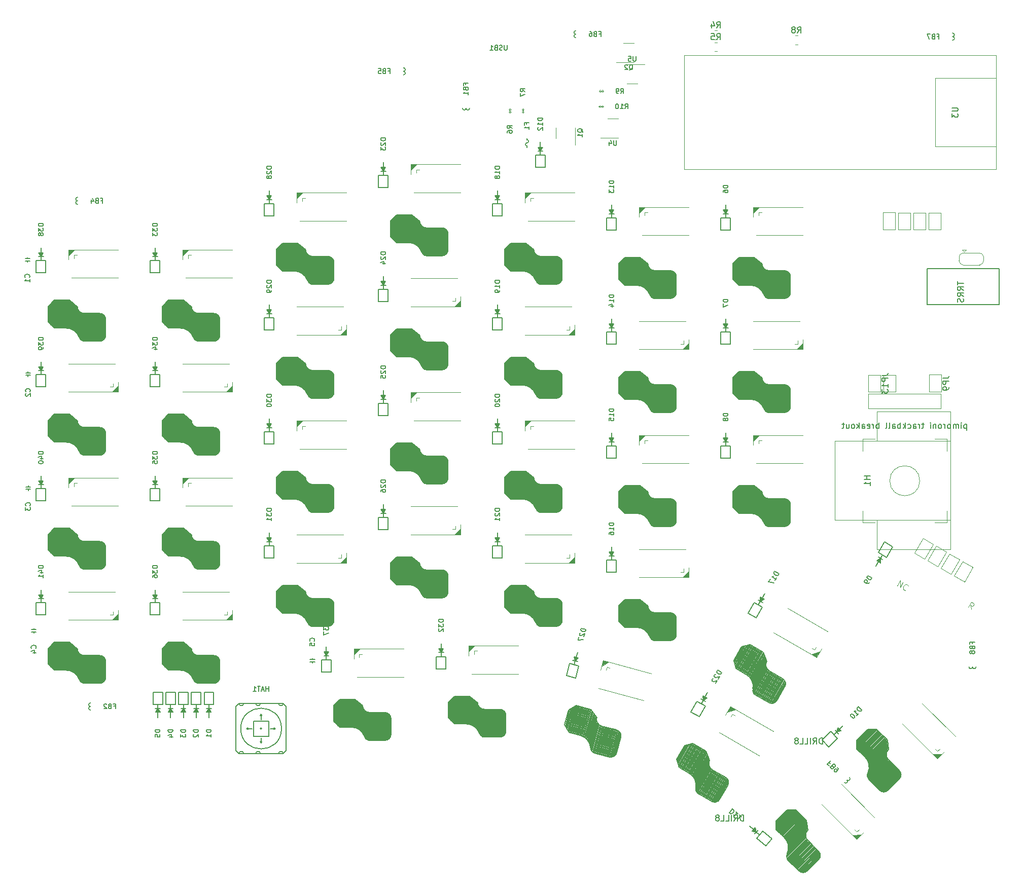
<source format=gbr>
%TF.GenerationSoftware,KiCad,Pcbnew,(5.99.0-11414-g76a6177eb7)*%
%TF.CreationDate,2021-12-13T11:53:38+08:00*%
%TF.ProjectId,Rev2,52657632-2e6b-4696-9361-645f70636258,rev?*%
%TF.SameCoordinates,Original*%
%TF.FileFunction,Legend,Bot*%
%TF.FilePolarity,Positive*%
%FSLAX46Y46*%
G04 Gerber Fmt 4.6, Leading zero omitted, Abs format (unit mm)*
G04 Created by KiCad (PCBNEW (5.99.0-11414-g76a6177eb7)) date 2021-12-13 11:53:38*
%MOMM*%
%LPD*%
G01*
G04 APERTURE LIST*
%ADD10C,0.152400*%
%ADD11C,0.100000*%
%ADD12C,0.125000*%
%ADD13C,0.150000*%
%ADD14C,0.200000*%
%ADD15C,0.160000*%
%ADD16C,0.120000*%
G04 APERTURE END LIST*
D10*
%TO.C,FB8*%
X224416942Y-134523066D02*
X224416942Y-134252132D01*
X224842695Y-134252132D02*
X224029895Y-134252132D01*
X224029895Y-134639180D01*
X224416942Y-135219751D02*
X224455647Y-135335866D01*
X224494352Y-135374570D01*
X224571761Y-135413275D01*
X224687876Y-135413275D01*
X224765285Y-135374570D01*
X224803990Y-135335866D01*
X224842695Y-135258456D01*
X224842695Y-134948818D01*
X224029895Y-134948818D01*
X224029895Y-135219751D01*
X224068600Y-135297161D01*
X224107304Y-135335866D01*
X224184714Y-135374570D01*
X224262123Y-135374570D01*
X224339533Y-135335866D01*
X224378238Y-135297161D01*
X224416942Y-135219751D01*
X224416942Y-134948818D01*
X224378238Y-135877732D02*
X224339533Y-135800323D01*
X224300828Y-135761618D01*
X224223419Y-135722913D01*
X224184714Y-135722913D01*
X224107304Y-135761618D01*
X224068600Y-135800323D01*
X224029895Y-135877732D01*
X224029895Y-136032551D01*
X224068600Y-136109961D01*
X224107304Y-136148666D01*
X224184714Y-136187370D01*
X224223419Y-136187370D01*
X224300828Y-136148666D01*
X224339533Y-136109961D01*
X224378238Y-136032551D01*
X224378238Y-135877732D01*
X224416942Y-135800323D01*
X224455647Y-135761618D01*
X224533057Y-135722913D01*
X224687876Y-135722913D01*
X224765285Y-135761618D01*
X224803990Y-135800323D01*
X224842695Y-135877732D01*
X224842695Y-136032551D01*
X224803990Y-136109961D01*
X224765285Y-136148666D01*
X224687876Y-136187370D01*
X224533057Y-136187370D01*
X224455647Y-136148666D01*
X224416942Y-136109961D01*
X224378238Y-136032551D01*
%TO.C,D26*%
X126505195Y-107205973D02*
X125692395Y-107205973D01*
X125692395Y-107399497D01*
X125731100Y-107515611D01*
X125808509Y-107593020D01*
X125885919Y-107631725D01*
X126040738Y-107670430D01*
X126156852Y-107670430D01*
X126311671Y-107631725D01*
X126389080Y-107593020D01*
X126466490Y-107515611D01*
X126505195Y-107399497D01*
X126505195Y-107205973D01*
X125769804Y-107980068D02*
X125731100Y-108018773D01*
X125692395Y-108096182D01*
X125692395Y-108289706D01*
X125731100Y-108367116D01*
X125769804Y-108405820D01*
X125847214Y-108444525D01*
X125924623Y-108444525D01*
X126040738Y-108405820D01*
X126505195Y-107941363D01*
X126505195Y-108444525D01*
X125692395Y-109141211D02*
X125692395Y-108986392D01*
X125731100Y-108908982D01*
X125769804Y-108870278D01*
X125885919Y-108792868D01*
X126040738Y-108754163D01*
X126350376Y-108754163D01*
X126427785Y-108792868D01*
X126466490Y-108831573D01*
X126505195Y-108908982D01*
X126505195Y-109063801D01*
X126466490Y-109141211D01*
X126427785Y-109179916D01*
X126350376Y-109218620D01*
X126156852Y-109218620D01*
X126079442Y-109179916D01*
X126040738Y-109141211D01*
X126002033Y-109063801D01*
X126002033Y-108908982D01*
X126040738Y-108831573D01*
X126079442Y-108792868D01*
X126156852Y-108754163D01*
%TO.C,D34*%
X88405195Y-83393473D02*
X87592395Y-83393473D01*
X87592395Y-83586997D01*
X87631100Y-83703111D01*
X87708509Y-83780520D01*
X87785919Y-83819225D01*
X87940738Y-83857930D01*
X88056852Y-83857930D01*
X88211671Y-83819225D01*
X88289080Y-83780520D01*
X88366490Y-83703111D01*
X88405195Y-83586997D01*
X88405195Y-83393473D01*
X87592395Y-84128863D02*
X87592395Y-84632025D01*
X87902033Y-84361092D01*
X87902033Y-84477206D01*
X87940738Y-84554616D01*
X87979442Y-84593320D01*
X88056852Y-84632025D01*
X88250376Y-84632025D01*
X88327785Y-84593320D01*
X88366490Y-84554616D01*
X88405195Y-84477206D01*
X88405195Y-84244978D01*
X88366490Y-84167568D01*
X88327785Y-84128863D01*
X87863328Y-85328711D02*
X88405195Y-85328711D01*
X87553690Y-85135187D02*
X88134261Y-84941663D01*
X88134261Y-85444825D01*
%TO.C,HAT1*%
X107007257Y-142481945D02*
X107007257Y-141669145D01*
X107007257Y-142056192D02*
X106542800Y-142056192D01*
X106542800Y-142481945D02*
X106542800Y-141669145D01*
X106194457Y-142249716D02*
X105807409Y-142249716D01*
X106271866Y-142481945D02*
X106000933Y-141669145D01*
X105730000Y-142481945D01*
X105575180Y-141669145D02*
X105110723Y-141669145D01*
X105342952Y-142481945D02*
X105342952Y-141669145D01*
X104414038Y-142481945D02*
X104878495Y-142481945D01*
X104646266Y-142481945D02*
X104646266Y-141669145D01*
X104723676Y-141785259D01*
X104801085Y-141862669D01*
X104878495Y-141901373D01*
%TO.C,D20*%
X145555195Y-92918473D02*
X144742395Y-92918473D01*
X144742395Y-93111997D01*
X144781100Y-93228111D01*
X144858509Y-93305520D01*
X144935919Y-93344225D01*
X145090738Y-93382930D01*
X145206852Y-93382930D01*
X145361671Y-93344225D01*
X145439080Y-93305520D01*
X145516490Y-93228111D01*
X145555195Y-93111997D01*
X145555195Y-92918473D01*
X144819804Y-93692568D02*
X144781100Y-93731273D01*
X144742395Y-93808682D01*
X144742395Y-94002206D01*
X144781100Y-94079616D01*
X144819804Y-94118320D01*
X144897214Y-94157025D01*
X144974623Y-94157025D01*
X145090738Y-94118320D01*
X145555195Y-93653863D01*
X145555195Y-94157025D01*
X144742395Y-94660187D02*
X144742395Y-94737597D01*
X144781100Y-94815006D01*
X144819804Y-94853711D01*
X144897214Y-94892416D01*
X145052033Y-94931120D01*
X145245557Y-94931120D01*
X145400376Y-94892416D01*
X145477785Y-94853711D01*
X145516490Y-94815006D01*
X145555195Y-94737597D01*
X145555195Y-94660187D01*
X145516490Y-94582778D01*
X145477785Y-94544073D01*
X145400376Y-94505368D01*
X145245557Y-94466663D01*
X145052033Y-94466663D01*
X144897214Y-94505368D01*
X144819804Y-94544073D01*
X144781100Y-94582778D01*
X144742395Y-94660187D01*
%TO.C,C1*%
X67020285Y-73349040D02*
X67058990Y-73310336D01*
X67097695Y-73194221D01*
X67097695Y-73116812D01*
X67058990Y-73000698D01*
X66981580Y-72923288D01*
X66904171Y-72884583D01*
X66749352Y-72845879D01*
X66633238Y-72845879D01*
X66478419Y-72884583D01*
X66401009Y-72923288D01*
X66323600Y-73000698D01*
X66284895Y-73116812D01*
X66284895Y-73194221D01*
X66323600Y-73310336D01*
X66362304Y-73349040D01*
X67097695Y-74123136D02*
X67097695Y-73658679D01*
X67097695Y-73890907D02*
X66284895Y-73890907D01*
X66401009Y-73813498D01*
X66478419Y-73736088D01*
X66517123Y-73658679D01*
%TO.C,FB2*%
X81140183Y-144971942D02*
X81411117Y-144971942D01*
X81411117Y-145397695D02*
X81411117Y-144584895D01*
X81024069Y-144584895D01*
X80443498Y-144971942D02*
X80327383Y-145010647D01*
X80288679Y-145049352D01*
X80249974Y-145126761D01*
X80249974Y-145242876D01*
X80288679Y-145320285D01*
X80327383Y-145358990D01*
X80404793Y-145397695D01*
X80714431Y-145397695D01*
X80714431Y-144584895D01*
X80443498Y-144584895D01*
X80366088Y-144623600D01*
X80327383Y-144662304D01*
X80288679Y-144739714D01*
X80288679Y-144817123D01*
X80327383Y-144894533D01*
X80366088Y-144933238D01*
X80443498Y-144971942D01*
X80714431Y-144971942D01*
X79940336Y-144662304D02*
X79901631Y-144623600D01*
X79824221Y-144584895D01*
X79630698Y-144584895D01*
X79553288Y-144623600D01*
X79514583Y-144662304D01*
X79475879Y-144739714D01*
X79475879Y-144817123D01*
X79514583Y-144933238D01*
X79979040Y-145397695D01*
X79475879Y-145397695D01*
%TO.C,D14*%
X164605195Y-76249723D02*
X163792395Y-76249723D01*
X163792395Y-76443247D01*
X163831100Y-76559361D01*
X163908509Y-76636770D01*
X163985919Y-76675475D01*
X164140738Y-76714180D01*
X164256852Y-76714180D01*
X164411671Y-76675475D01*
X164489080Y-76636770D01*
X164566490Y-76559361D01*
X164605195Y-76443247D01*
X164605195Y-76249723D01*
X164605195Y-77488275D02*
X164605195Y-77023818D01*
X164605195Y-77256047D02*
X163792395Y-77256047D01*
X163908509Y-77178637D01*
X163985919Y-77101228D01*
X164024623Y-77023818D01*
X164063328Y-78184961D02*
X164605195Y-78184961D01*
X163753690Y-77991437D02*
X164334261Y-77797913D01*
X164334261Y-78301075D01*
%TO.C,D1*%
X97387695Y-148912833D02*
X96574895Y-148912833D01*
X96574895Y-149106357D01*
X96613600Y-149222471D01*
X96691009Y-149299881D01*
X96768419Y-149338586D01*
X96923238Y-149377290D01*
X97039352Y-149377290D01*
X97194171Y-149338586D01*
X97271580Y-149299881D01*
X97348990Y-149222471D01*
X97387695Y-149106357D01*
X97387695Y-148912833D01*
X97387695Y-150151386D02*
X97387695Y-149686929D01*
X97387695Y-149919157D02*
X96574895Y-149919157D01*
X96691009Y-149841748D01*
X96768419Y-149764338D01*
X96807123Y-149686929D01*
%TO.C,D23*%
X126505195Y-50055973D02*
X125692395Y-50055973D01*
X125692395Y-50249497D01*
X125731100Y-50365611D01*
X125808509Y-50443020D01*
X125885919Y-50481725D01*
X126040738Y-50520430D01*
X126156852Y-50520430D01*
X126311671Y-50481725D01*
X126389080Y-50443020D01*
X126466490Y-50365611D01*
X126505195Y-50249497D01*
X126505195Y-50055973D01*
X125769804Y-50830068D02*
X125731100Y-50868773D01*
X125692395Y-50946182D01*
X125692395Y-51139706D01*
X125731100Y-51217116D01*
X125769804Y-51255820D01*
X125847214Y-51294525D01*
X125924623Y-51294525D01*
X126040738Y-51255820D01*
X126505195Y-50791363D01*
X126505195Y-51294525D01*
X125692395Y-51565459D02*
X125692395Y-52068620D01*
X126002033Y-51797687D01*
X126002033Y-51913801D01*
X126040738Y-51991211D01*
X126079442Y-52029916D01*
X126156852Y-52068620D01*
X126350376Y-52068620D01*
X126427785Y-52029916D01*
X126466490Y-51991211D01*
X126505195Y-51913801D01*
X126505195Y-51681573D01*
X126466490Y-51604163D01*
X126427785Y-51565459D01*
%TO.C,D28*%
X107455195Y-54818473D02*
X106642395Y-54818473D01*
X106642395Y-55011997D01*
X106681100Y-55128111D01*
X106758509Y-55205520D01*
X106835919Y-55244225D01*
X106990738Y-55282930D01*
X107106852Y-55282930D01*
X107261671Y-55244225D01*
X107339080Y-55205520D01*
X107416490Y-55128111D01*
X107455195Y-55011997D01*
X107455195Y-54818473D01*
X106719804Y-55592568D02*
X106681100Y-55631273D01*
X106642395Y-55708682D01*
X106642395Y-55902206D01*
X106681100Y-55979616D01*
X106719804Y-56018320D01*
X106797214Y-56057025D01*
X106874623Y-56057025D01*
X106990738Y-56018320D01*
X107455195Y-55553863D01*
X107455195Y-56057025D01*
X106990738Y-56521482D02*
X106952033Y-56444073D01*
X106913328Y-56405368D01*
X106835919Y-56366663D01*
X106797214Y-56366663D01*
X106719804Y-56405368D01*
X106681100Y-56444073D01*
X106642395Y-56521482D01*
X106642395Y-56676301D01*
X106681100Y-56753711D01*
X106719804Y-56792416D01*
X106797214Y-56831120D01*
X106835919Y-56831120D01*
X106913328Y-56792416D01*
X106952033Y-56753711D01*
X106990738Y-56676301D01*
X106990738Y-56521482D01*
X107029442Y-56444073D01*
X107068147Y-56405368D01*
X107145557Y-56366663D01*
X107300376Y-56366663D01*
X107377785Y-56405368D01*
X107416490Y-56444073D01*
X107455195Y-56521482D01*
X107455195Y-56676301D01*
X107416490Y-56753711D01*
X107377785Y-56792416D01*
X107300376Y-56831120D01*
X107145557Y-56831120D01*
X107068147Y-56792416D01*
X107029442Y-56753711D01*
X106990738Y-56676301D01*
%TO.C,D4*%
X90987695Y-148912833D02*
X90174895Y-148912833D01*
X90174895Y-149106357D01*
X90213600Y-149222471D01*
X90291009Y-149299881D01*
X90368419Y-149338586D01*
X90523238Y-149377290D01*
X90639352Y-149377290D01*
X90794171Y-149338586D01*
X90871580Y-149299881D01*
X90948990Y-149222471D01*
X90987695Y-149106357D01*
X90987695Y-148912833D01*
X90445828Y-150073976D02*
X90987695Y-150073976D01*
X90136190Y-149880452D02*
X90716761Y-149686929D01*
X90716761Y-150190090D01*
%TO.C,FB7*%
X218614482Y-33071942D02*
X218885416Y-33071942D01*
X218885416Y-33497695D02*
X218885416Y-32684895D01*
X218498368Y-32684895D01*
X217917797Y-33071942D02*
X217801682Y-33110647D01*
X217762978Y-33149352D01*
X217724273Y-33226761D01*
X217724273Y-33342876D01*
X217762978Y-33420285D01*
X217801682Y-33458990D01*
X217879092Y-33497695D01*
X218188730Y-33497695D01*
X218188730Y-32684895D01*
X217917797Y-32684895D01*
X217840387Y-32723600D01*
X217801682Y-32762304D01*
X217762978Y-32839714D01*
X217762978Y-32917123D01*
X217801682Y-32994533D01*
X217840387Y-33033238D01*
X217917797Y-33071942D01*
X218188730Y-33071942D01*
X217453340Y-32684895D02*
X216911473Y-32684895D01*
X217259816Y-33497695D01*
%TO.C,D40*%
X69355194Y-102443472D02*
X68542394Y-102443472D01*
X68542394Y-102636996D01*
X68581099Y-102753110D01*
X68658508Y-102830519D01*
X68735918Y-102869224D01*
X68890737Y-102907929D01*
X69006851Y-102907929D01*
X69161670Y-102869224D01*
X69239079Y-102830519D01*
X69316489Y-102753110D01*
X69355194Y-102636996D01*
X69355194Y-102443472D01*
X68813327Y-103604615D02*
X69355194Y-103604615D01*
X68503689Y-103411091D02*
X69084260Y-103217567D01*
X69084260Y-103720729D01*
X68542394Y-104185186D02*
X68542394Y-104262596D01*
X68581099Y-104340005D01*
X68619803Y-104378710D01*
X68697213Y-104417415D01*
X68852032Y-104456119D01*
X69045556Y-104456119D01*
X69200375Y-104417415D01*
X69277784Y-104378710D01*
X69316489Y-104340005D01*
X69355194Y-104262596D01*
X69355194Y-104185186D01*
X69316489Y-104107777D01*
X69277784Y-104069072D01*
X69200375Y-104030367D01*
X69045556Y-103991662D01*
X68852032Y-103991662D01*
X68697213Y-104030367D01*
X68619803Y-104069072D01*
X68581099Y-104107777D01*
X68542394Y-104185186D01*
D11*
%TO.C,SW5*%
X211886021Y-124857632D02*
X212386021Y-123991606D01*
X212380893Y-125143346D01*
X212880893Y-124277321D01*
X213335777Y-125584677D02*
X213270728Y-125602107D01*
X213123201Y-125571917D01*
X213040722Y-125524298D01*
X212940814Y-125411631D01*
X212905954Y-125281533D01*
X212912334Y-125175245D01*
X212966333Y-124986478D01*
X213037761Y-124862760D01*
X213174239Y-124721612D01*
X213263097Y-124662943D01*
X213393195Y-124628084D01*
X213540722Y-124658273D01*
X213623201Y-124705892D01*
X213723109Y-124818560D01*
X213740539Y-124883609D01*
D12*
X224271270Y-128746229D02*
X224220690Y-128167169D01*
X223776398Y-128460515D02*
X224276398Y-127594489D01*
X224606312Y-127784965D01*
X224664981Y-127873824D01*
X224682411Y-127938872D01*
X224676031Y-128045161D01*
X224604603Y-128168879D01*
X224515744Y-128227548D01*
X224450696Y-128244977D01*
X224344408Y-128238598D01*
X224014493Y-128048121D01*
D10*
%TO.C,C5*%
X114565285Y-134138275D02*
X114603990Y-134099570D01*
X114642695Y-133983456D01*
X114642695Y-133906047D01*
X114603990Y-133789932D01*
X114526580Y-133712523D01*
X114449171Y-133673818D01*
X114294352Y-133635113D01*
X114178238Y-133635113D01*
X114023419Y-133673818D01*
X113946009Y-133712523D01*
X113868600Y-133789932D01*
X113829895Y-133906047D01*
X113829895Y-133983456D01*
X113868600Y-134099570D01*
X113907304Y-134138275D01*
X113829895Y-134873666D02*
X113829895Y-134486618D01*
X114216942Y-134447913D01*
X114178238Y-134486618D01*
X114139533Y-134564028D01*
X114139533Y-134757551D01*
X114178238Y-134834961D01*
X114216942Y-134873666D01*
X114294352Y-134912370D01*
X114487876Y-134912370D01*
X114565285Y-134873666D01*
X114603990Y-134834961D01*
X114642695Y-134757551D01*
X114642695Y-134564028D01*
X114603990Y-134486618D01*
X114565285Y-134447913D01*
%TO.C,D39*%
X69355194Y-83393472D02*
X68542394Y-83393472D01*
X68542394Y-83586996D01*
X68581099Y-83703110D01*
X68658508Y-83780519D01*
X68735918Y-83819224D01*
X68890737Y-83857929D01*
X69006851Y-83857929D01*
X69161670Y-83819224D01*
X69239079Y-83780519D01*
X69316489Y-83703110D01*
X69355194Y-83586996D01*
X69355194Y-83393472D01*
X68542394Y-84128862D02*
X68542394Y-84632024D01*
X68852032Y-84361091D01*
X68852032Y-84477205D01*
X68890737Y-84554615D01*
X68929441Y-84593319D01*
X69006851Y-84632024D01*
X69200375Y-84632024D01*
X69277784Y-84593319D01*
X69316489Y-84554615D01*
X69355194Y-84477205D01*
X69355194Y-84244977D01*
X69316489Y-84167567D01*
X69277784Y-84128862D01*
X69355194Y-85019072D02*
X69355194Y-85173891D01*
X69316489Y-85251300D01*
X69277784Y-85290005D01*
X69161670Y-85367415D01*
X69006851Y-85406119D01*
X68697213Y-85406119D01*
X68619803Y-85367415D01*
X68581099Y-85328710D01*
X68542394Y-85251300D01*
X68542394Y-85096481D01*
X68581099Y-85019072D01*
X68619803Y-84980367D01*
X68697213Y-84941662D01*
X68890737Y-84941662D01*
X68968146Y-84980367D01*
X69006851Y-85019072D01*
X69045556Y-85096481D01*
X69045556Y-85251300D01*
X69006851Y-85328710D01*
X68968146Y-85367415D01*
X68890737Y-85406119D01*
%TO.C,D27*%
X159937702Y-132170321D02*
X159152598Y-131959953D01*
X159102510Y-132146883D01*
X159109843Y-132269058D01*
X159164580Y-132363865D01*
X159229334Y-132421286D01*
X159368861Y-132498742D01*
X159481018Y-132528795D01*
X159640580Y-132531479D01*
X159725369Y-132514128D01*
X159820176Y-132459391D01*
X159887614Y-132357251D01*
X159937702Y-132170321D01*
X159027019Y-132727707D02*
X158979615Y-132755075D01*
X158922194Y-132819830D01*
X158872107Y-133006759D01*
X158889458Y-133091549D01*
X158916826Y-133138952D01*
X158981580Y-133196373D01*
X159056352Y-133216408D01*
X159178528Y-133209075D01*
X159747369Y-132880654D01*
X159617141Y-133366671D01*
X158761914Y-133418005D02*
X158621669Y-133941408D01*
X159496931Y-133815302D01*
%TO.C,D5*%
X88847695Y-148912833D02*
X88034895Y-148912833D01*
X88034895Y-149106357D01*
X88073600Y-149222471D01*
X88151009Y-149299881D01*
X88228419Y-149338586D01*
X88383238Y-149377290D01*
X88499352Y-149377290D01*
X88654171Y-149338586D01*
X88731580Y-149299881D01*
X88808990Y-149222471D01*
X88847695Y-149106357D01*
X88847695Y-148912833D01*
X88034895Y-150112681D02*
X88034895Y-149725633D01*
X88421942Y-149686929D01*
X88383238Y-149725633D01*
X88344533Y-149803043D01*
X88344533Y-149996567D01*
X88383238Y-150073976D01*
X88421942Y-150112681D01*
X88499352Y-150151386D01*
X88692876Y-150151386D01*
X88770285Y-150112681D01*
X88808990Y-150073976D01*
X88847695Y-149996567D01*
X88847695Y-149803043D01*
X88808990Y-149725633D01*
X88770285Y-149686929D01*
%TO.C,D36*%
X88405195Y-121493473D02*
X87592395Y-121493473D01*
X87592395Y-121686997D01*
X87631100Y-121803111D01*
X87708509Y-121880520D01*
X87785919Y-121919225D01*
X87940738Y-121957930D01*
X88056852Y-121957930D01*
X88211671Y-121919225D01*
X88289080Y-121880520D01*
X88366490Y-121803111D01*
X88405195Y-121686997D01*
X88405195Y-121493473D01*
X87592395Y-122228863D02*
X87592395Y-122732025D01*
X87902033Y-122461092D01*
X87902033Y-122577206D01*
X87940738Y-122654616D01*
X87979442Y-122693320D01*
X88056852Y-122732025D01*
X88250376Y-122732025D01*
X88327785Y-122693320D01*
X88366490Y-122654616D01*
X88405195Y-122577206D01*
X88405195Y-122344978D01*
X88366490Y-122267568D01*
X88327785Y-122228863D01*
X87592395Y-123428711D02*
X87592395Y-123273892D01*
X87631100Y-123196482D01*
X87669804Y-123157778D01*
X87785919Y-123080368D01*
X87940738Y-123041663D01*
X88250376Y-123041663D01*
X88327785Y-123080368D01*
X88366490Y-123119073D01*
X88405195Y-123196482D01*
X88405195Y-123351301D01*
X88366490Y-123428711D01*
X88327785Y-123467416D01*
X88250376Y-123506120D01*
X88056852Y-123506120D01*
X87979442Y-123467416D01*
X87940738Y-123428711D01*
X87902033Y-123351301D01*
X87902033Y-123196482D01*
X87940738Y-123119073D01*
X87979442Y-123080368D01*
X88056852Y-123041663D01*
%TO.C,Q1*%
X159455104Y-49132590D02*
X159416400Y-49055180D01*
X159338990Y-48977771D01*
X159222876Y-48861657D01*
X159184171Y-48784247D01*
X159184171Y-48706838D01*
X159377695Y-48745542D02*
X159338990Y-48668133D01*
X159261580Y-48590723D01*
X159106761Y-48552019D01*
X158835828Y-48552019D01*
X158681009Y-48590723D01*
X158603600Y-48668133D01*
X158564895Y-48745542D01*
X158564895Y-48900361D01*
X158603600Y-48977771D01*
X158681009Y-49055180D01*
X158835828Y-49093885D01*
X159106761Y-49093885D01*
X159261580Y-49055180D01*
X159338990Y-48977771D01*
X159377695Y-48900361D01*
X159377695Y-48745542D01*
X159377695Y-49867980D02*
X159377695Y-49403523D01*
X159377695Y-49635752D02*
X158564895Y-49635752D01*
X158681009Y-49558342D01*
X158758419Y-49480933D01*
X158797123Y-49403523D01*
%TO.C,FB6*%
X162160183Y-32671942D02*
X162431117Y-32671942D01*
X162431117Y-33097695D02*
X162431117Y-32284895D01*
X162044069Y-32284895D01*
X161463498Y-32671942D02*
X161347383Y-32710647D01*
X161308679Y-32749352D01*
X161269974Y-32826761D01*
X161269974Y-32942876D01*
X161308679Y-33020285D01*
X161347383Y-33058990D01*
X161424793Y-33097695D01*
X161734431Y-33097695D01*
X161734431Y-32284895D01*
X161463498Y-32284895D01*
X161386088Y-32323600D01*
X161347383Y-32362304D01*
X161308679Y-32439714D01*
X161308679Y-32517123D01*
X161347383Y-32594533D01*
X161386088Y-32633238D01*
X161463498Y-32671942D01*
X161734431Y-32671942D01*
X160573288Y-32284895D02*
X160728107Y-32284895D01*
X160805517Y-32323600D01*
X160844221Y-32362304D01*
X160921631Y-32478419D01*
X160960336Y-32633238D01*
X160960336Y-32942876D01*
X160921631Y-33020285D01*
X160882926Y-33058990D01*
X160805517Y-33097695D01*
X160650698Y-33097695D01*
X160573288Y-33058990D01*
X160534583Y-33020285D01*
X160495879Y-32942876D01*
X160495879Y-32749352D01*
X160534583Y-32671942D01*
X160573288Y-32633238D01*
X160650698Y-32594533D01*
X160805517Y-32594533D01*
X160882926Y-32633238D01*
X160921631Y-32671942D01*
X160960336Y-32749352D01*
%TO.C,FB5*%
X126944482Y-38861942D02*
X127215416Y-38861942D01*
X127215416Y-39287695D02*
X127215416Y-38474895D01*
X126828368Y-38474895D01*
X126247797Y-38861942D02*
X126131682Y-38900647D01*
X126092978Y-38939352D01*
X126054273Y-39016761D01*
X126054273Y-39132876D01*
X126092978Y-39210285D01*
X126131682Y-39248990D01*
X126209092Y-39287695D01*
X126518730Y-39287695D01*
X126518730Y-38474895D01*
X126247797Y-38474895D01*
X126170387Y-38513600D01*
X126131682Y-38552304D01*
X126092978Y-38629714D01*
X126092978Y-38707123D01*
X126131682Y-38784533D01*
X126170387Y-38823238D01*
X126247797Y-38861942D01*
X126518730Y-38861942D01*
X125318882Y-38474895D02*
X125705930Y-38474895D01*
X125744635Y-38861942D01*
X125705930Y-38823238D01*
X125628520Y-38784533D01*
X125434997Y-38784533D01*
X125357587Y-38823238D01*
X125318882Y-38861942D01*
X125280178Y-38939352D01*
X125280178Y-39132876D01*
X125318882Y-39210285D01*
X125357587Y-39248990D01*
X125434997Y-39287695D01*
X125628520Y-39287695D01*
X125705930Y-39248990D01*
X125744635Y-39210285D01*
%TO.C,U5*%
X168289276Y-36434895D02*
X168289276Y-37092876D01*
X168250571Y-37170285D01*
X168211866Y-37208990D01*
X168134457Y-37247695D01*
X167979638Y-37247695D01*
X167902228Y-37208990D01*
X167863523Y-37170285D01*
X167824819Y-37092876D01*
X167824819Y-36434895D01*
X167050723Y-36434895D02*
X167437771Y-36434895D01*
X167476476Y-36821942D01*
X167437771Y-36783238D01*
X167360361Y-36744533D01*
X167166838Y-36744533D01*
X167089428Y-36783238D01*
X167050723Y-36821942D01*
X167012019Y-36899352D01*
X167012019Y-37092876D01*
X167050723Y-37170285D01*
X167089428Y-37208990D01*
X167166838Y-37247695D01*
X167360361Y-37247695D01*
X167437771Y-37208990D01*
X167476476Y-37170285D01*
%TO.C,Q2*%
X167177409Y-38725104D02*
X167254819Y-38686400D01*
X167332228Y-38608990D01*
X167448342Y-38492876D01*
X167525752Y-38454171D01*
X167603161Y-38454171D01*
X167564457Y-38647695D02*
X167641866Y-38608990D01*
X167719276Y-38531580D01*
X167757980Y-38376761D01*
X167757980Y-38105828D01*
X167719276Y-37951009D01*
X167641866Y-37873600D01*
X167564457Y-37834895D01*
X167409638Y-37834895D01*
X167332228Y-37873600D01*
X167254819Y-37951009D01*
X167216114Y-38105828D01*
X167216114Y-38376761D01*
X167254819Y-38531580D01*
X167332228Y-38608990D01*
X167409638Y-38647695D01*
X167564457Y-38647695D01*
X166906476Y-37912304D02*
X166867771Y-37873600D01*
X166790361Y-37834895D01*
X166596838Y-37834895D01*
X166519428Y-37873600D01*
X166480723Y-37912304D01*
X166442019Y-37989714D01*
X166442019Y-38067123D01*
X166480723Y-38183238D01*
X166945180Y-38647695D01*
X166442019Y-38647695D01*
%TO.C,D33*%
X88405195Y-64343473D02*
X87592395Y-64343473D01*
X87592395Y-64536997D01*
X87631100Y-64653111D01*
X87708509Y-64730520D01*
X87785919Y-64769225D01*
X87940738Y-64807930D01*
X88056852Y-64807930D01*
X88211671Y-64769225D01*
X88289080Y-64730520D01*
X88366490Y-64653111D01*
X88405195Y-64536997D01*
X88405195Y-64343473D01*
X87592395Y-65078863D02*
X87592395Y-65582025D01*
X87902033Y-65311092D01*
X87902033Y-65427206D01*
X87940738Y-65504616D01*
X87979442Y-65543320D01*
X88056852Y-65582025D01*
X88250376Y-65582025D01*
X88327785Y-65543320D01*
X88366490Y-65504616D01*
X88405195Y-65427206D01*
X88405195Y-65194978D01*
X88366490Y-65117568D01*
X88327785Y-65078863D01*
X87592395Y-65852959D02*
X87592395Y-66356120D01*
X87902033Y-66085187D01*
X87902033Y-66201301D01*
X87940738Y-66278711D01*
X87979442Y-66317416D01*
X88056852Y-66356120D01*
X88250376Y-66356120D01*
X88327785Y-66317416D01*
X88366490Y-66278711D01*
X88405195Y-66201301D01*
X88405195Y-65969073D01*
X88366490Y-65891663D01*
X88327785Y-65852959D01*
%TO.C,D13*%
X164605195Y-57199723D02*
X163792395Y-57199723D01*
X163792395Y-57393247D01*
X163831100Y-57509361D01*
X163908509Y-57586770D01*
X163985919Y-57625475D01*
X164140738Y-57664180D01*
X164256852Y-57664180D01*
X164411671Y-57625475D01*
X164489080Y-57586770D01*
X164566490Y-57509361D01*
X164605195Y-57393247D01*
X164605195Y-57199723D01*
X164605195Y-58438275D02*
X164605195Y-57973818D01*
X164605195Y-58206047D02*
X163792395Y-58206047D01*
X163908509Y-58128637D01*
X163985919Y-58051228D01*
X164024623Y-57973818D01*
X163792395Y-58709209D02*
X163792395Y-59212370D01*
X164102033Y-58941437D01*
X164102033Y-59057551D01*
X164140738Y-59134961D01*
X164179442Y-59173666D01*
X164256852Y-59212370D01*
X164450376Y-59212370D01*
X164527785Y-59173666D01*
X164566490Y-59134961D01*
X164605195Y-59057551D01*
X164605195Y-58825323D01*
X164566490Y-58747913D01*
X164527785Y-58709209D01*
%TO.C,D9*%
X207681141Y-123556367D02*
X206977236Y-123149967D01*
X206880474Y-123317564D01*
X206855936Y-123437474D01*
X206884270Y-123543217D01*
X206931956Y-123615441D01*
X207046681Y-123726370D01*
X207147239Y-123784427D01*
X207300668Y-123828318D01*
X207387059Y-123833503D01*
X207492803Y-123805169D01*
X207584379Y-123723964D01*
X207681141Y-123556367D01*
X207255389Y-124293792D02*
X207177979Y-124427869D01*
X207105755Y-124475555D01*
X207052883Y-124489722D01*
X206913621Y-124498704D01*
X206760191Y-124454814D01*
X206492037Y-124299994D01*
X206444350Y-124227770D01*
X206430183Y-124174899D01*
X206435369Y-124088508D01*
X206512778Y-123954431D01*
X206585002Y-123906744D01*
X206637874Y-123892577D01*
X206724265Y-123897763D01*
X206891862Y-123994525D01*
X206939548Y-124066749D01*
X206953715Y-124119620D01*
X206948529Y-124206011D01*
X206871120Y-124340089D01*
X206798896Y-124387775D01*
X206746024Y-124401942D01*
X206659633Y-124396756D01*
%TO.C,C4*%
X68080285Y-135329040D02*
X68118990Y-135290336D01*
X68157695Y-135174221D01*
X68157695Y-135096812D01*
X68118990Y-134980698D01*
X68041580Y-134903288D01*
X67964171Y-134864583D01*
X67809352Y-134825879D01*
X67693238Y-134825879D01*
X67538419Y-134864583D01*
X67461009Y-134903288D01*
X67383600Y-134980698D01*
X67344895Y-135096812D01*
X67344895Y-135174221D01*
X67383600Y-135290336D01*
X67422304Y-135329040D01*
X67615828Y-136025726D02*
X68157695Y-136025726D01*
X67306190Y-135832202D02*
X67886761Y-135638679D01*
X67886761Y-136141840D01*
%TO.C,FB9*%
X200729679Y-154611784D02*
X200538100Y-154420206D01*
X200839153Y-154119153D02*
X200264416Y-154693890D01*
X200538100Y-154967574D01*
X201222310Y-155104416D02*
X201331784Y-155159152D01*
X201386521Y-155159152D01*
X201468626Y-155131784D01*
X201550731Y-155049679D01*
X201578100Y-154967574D01*
X201578100Y-154912837D01*
X201550731Y-154830732D01*
X201331784Y-154611784D01*
X200757048Y-155186521D01*
X200948626Y-155378100D01*
X201030732Y-155405468D01*
X201085468Y-155405468D01*
X201167574Y-155378100D01*
X201222310Y-155323363D01*
X201249679Y-155241258D01*
X201249679Y-155186521D01*
X201222310Y-155104416D01*
X201030732Y-154912837D01*
X201933889Y-155213889D02*
X202043362Y-155323363D01*
X202070731Y-155405468D01*
X202070731Y-155460205D01*
X202043362Y-155597047D01*
X201961257Y-155733889D01*
X201742310Y-155952836D01*
X201660205Y-155980204D01*
X201605468Y-155980204D01*
X201523363Y-155952836D01*
X201413889Y-155843362D01*
X201386521Y-155761257D01*
X201386521Y-155706520D01*
X201413889Y-155624415D01*
X201550731Y-155487573D01*
X201632836Y-155460205D01*
X201687573Y-155460205D01*
X201769678Y-155487573D01*
X201879152Y-155597047D01*
X201906520Y-155679152D01*
X201906520Y-155733889D01*
X201879152Y-155815994D01*
%TO.C,FB1*%
X139871942Y-41179816D02*
X139871942Y-40908882D01*
X140297695Y-40908882D02*
X139484895Y-40908882D01*
X139484895Y-41295930D01*
X139871942Y-41876501D02*
X139910647Y-41992616D01*
X139949352Y-42031320D01*
X140026761Y-42070025D01*
X140142876Y-42070025D01*
X140220285Y-42031320D01*
X140258990Y-41992616D01*
X140297695Y-41915206D01*
X140297695Y-41605568D01*
X139484895Y-41605568D01*
X139484895Y-41876501D01*
X139523600Y-41953911D01*
X139562304Y-41992616D01*
X139639714Y-42031320D01*
X139717123Y-42031320D01*
X139794533Y-41992616D01*
X139833238Y-41953911D01*
X139871942Y-41876501D01*
X139871942Y-41605568D01*
X140297695Y-42844120D02*
X140297695Y-42379663D01*
X140297695Y-42611892D02*
X139484895Y-42611892D01*
X139601009Y-42534482D01*
X139678419Y-42457073D01*
X139717123Y-42379663D01*
%TO.C,D22*%
X182622696Y-139373342D02*
X181918791Y-138966942D01*
X181822029Y-139134539D01*
X181797491Y-139254449D01*
X181825825Y-139360193D01*
X181873511Y-139432417D01*
X181988236Y-139543346D01*
X182088794Y-139601403D01*
X182242224Y-139645293D01*
X182328615Y-139650478D01*
X182434358Y-139622145D01*
X182525934Y-139540939D01*
X182622696Y-139373342D01*
X181598782Y-139676033D02*
X181545910Y-139690200D01*
X181473686Y-139737887D01*
X181376924Y-139905483D01*
X181371739Y-139991874D01*
X181385906Y-140044746D01*
X181433592Y-140116970D01*
X181500630Y-140155675D01*
X181620541Y-140180212D01*
X182255001Y-140010209D01*
X182003420Y-140445960D01*
X181211734Y-140346419D02*
X181158862Y-140360586D01*
X181086638Y-140408273D01*
X180989877Y-140575869D01*
X180984691Y-140662260D01*
X180998858Y-140715132D01*
X181046544Y-140787356D01*
X181113583Y-140826061D01*
X181233493Y-140850599D01*
X181867953Y-140680595D01*
X181616372Y-141116346D01*
%TO.C,FB4*%
X78980183Y-60501942D02*
X79251117Y-60501942D01*
X79251117Y-60927695D02*
X79251117Y-60114895D01*
X78864069Y-60114895D01*
X78283498Y-60501942D02*
X78167383Y-60540647D01*
X78128679Y-60579352D01*
X78089974Y-60656761D01*
X78089974Y-60772876D01*
X78128679Y-60850285D01*
X78167383Y-60888990D01*
X78244793Y-60927695D01*
X78554431Y-60927695D01*
X78554431Y-60114895D01*
X78283498Y-60114895D01*
X78206088Y-60153600D01*
X78167383Y-60192304D01*
X78128679Y-60269714D01*
X78128679Y-60347123D01*
X78167383Y-60424533D01*
X78206088Y-60463238D01*
X78283498Y-60501942D01*
X78554431Y-60501942D01*
X77393288Y-60385828D02*
X77393288Y-60927695D01*
X77586812Y-60076190D02*
X77780336Y-60656761D01*
X77277174Y-60656761D01*
%TO.C,D29*%
X107455195Y-73868473D02*
X106642395Y-73868473D01*
X106642395Y-74061997D01*
X106681100Y-74178111D01*
X106758509Y-74255520D01*
X106835919Y-74294225D01*
X106990738Y-74332930D01*
X107106852Y-74332930D01*
X107261671Y-74294225D01*
X107339080Y-74255520D01*
X107416490Y-74178111D01*
X107455195Y-74061997D01*
X107455195Y-73868473D01*
X106719804Y-74642568D02*
X106681100Y-74681273D01*
X106642395Y-74758682D01*
X106642395Y-74952206D01*
X106681100Y-75029616D01*
X106719804Y-75068320D01*
X106797214Y-75107025D01*
X106874623Y-75107025D01*
X106990738Y-75068320D01*
X107455195Y-74603863D01*
X107455195Y-75107025D01*
X107455195Y-75494073D02*
X107455195Y-75648892D01*
X107416490Y-75726301D01*
X107377785Y-75765006D01*
X107261671Y-75842416D01*
X107106852Y-75881120D01*
X106797214Y-75881120D01*
X106719804Y-75842416D01*
X106681100Y-75803711D01*
X106642395Y-75726301D01*
X106642395Y-75571482D01*
X106681100Y-75494073D01*
X106719804Y-75455368D01*
X106797214Y-75416663D01*
X106990738Y-75416663D01*
X107068147Y-75455368D01*
X107106852Y-75494073D01*
X107145557Y-75571482D01*
X107145557Y-75726301D01*
X107106852Y-75803711D01*
X107068147Y-75842416D01*
X106990738Y-75881120D01*
%TO.C,R7*%
X149797695Y-42310025D02*
X149410647Y-42039092D01*
X149797695Y-41845568D02*
X148984895Y-41845568D01*
X148984895Y-42155206D01*
X149023600Y-42232616D01*
X149062304Y-42271320D01*
X149139714Y-42310025D01*
X149255828Y-42310025D01*
X149333238Y-42271320D01*
X149371942Y-42232616D01*
X149410647Y-42155206D01*
X149410647Y-41845568D01*
X148984895Y-42580959D02*
X148984895Y-43122825D01*
X149797695Y-42774482D01*
%TO.C,R6*%
X147637695Y-48459040D02*
X147250647Y-48188107D01*
X147637695Y-47994583D02*
X146824895Y-47994583D01*
X146824895Y-48304221D01*
X146863600Y-48381631D01*
X146902304Y-48420336D01*
X146979714Y-48459040D01*
X147095828Y-48459040D01*
X147173238Y-48420336D01*
X147211942Y-48381631D01*
X147250647Y-48304221D01*
X147250647Y-47994583D01*
X146824895Y-49155726D02*
X146824895Y-49000907D01*
X146863600Y-48923498D01*
X146902304Y-48884793D01*
X147018419Y-48807383D01*
X147173238Y-48768679D01*
X147482876Y-48768679D01*
X147560285Y-48807383D01*
X147598990Y-48846088D01*
X147637695Y-48923498D01*
X147637695Y-49078317D01*
X147598990Y-49155726D01*
X147560285Y-49194431D01*
X147482876Y-49233136D01*
X147289352Y-49233136D01*
X147211942Y-49194431D01*
X147173238Y-49155726D01*
X147134533Y-49078317D01*
X147134533Y-48923498D01*
X147173238Y-48846088D01*
X147211942Y-48807383D01*
X147289352Y-48768679D01*
%TO.C,R9*%
X165739974Y-42597695D02*
X166010907Y-42210647D01*
X166204431Y-42597695D02*
X166204431Y-41784895D01*
X165894793Y-41784895D01*
X165817383Y-41823600D01*
X165778679Y-41862304D01*
X165739974Y-41939714D01*
X165739974Y-42055828D01*
X165778679Y-42133238D01*
X165817383Y-42171942D01*
X165894793Y-42210647D01*
X166204431Y-42210647D01*
X165352926Y-42597695D02*
X165198107Y-42597695D01*
X165120698Y-42558990D01*
X165081993Y-42520285D01*
X165004583Y-42404171D01*
X164965879Y-42249352D01*
X164965879Y-41939714D01*
X165004583Y-41862304D01*
X165043288Y-41823600D01*
X165120698Y-41784895D01*
X165275517Y-41784895D01*
X165352926Y-41823600D01*
X165391631Y-41862304D01*
X165430336Y-41939714D01*
X165430336Y-42133238D01*
X165391631Y-42210647D01*
X165352926Y-42249352D01*
X165275517Y-42288057D01*
X165120698Y-42288057D01*
X165043288Y-42249352D01*
X165004583Y-42210647D01*
X164965879Y-42133238D01*
%TO.C,D17*%
X192167696Y-122873342D02*
X191463791Y-122466942D01*
X191367029Y-122634539D01*
X191342491Y-122754449D01*
X191370825Y-122860193D01*
X191418511Y-122932417D01*
X191533236Y-123043346D01*
X191633794Y-123101403D01*
X191787224Y-123145293D01*
X191873615Y-123150478D01*
X191979358Y-123122145D01*
X192070934Y-123040939D01*
X192167696Y-122873342D01*
X191548420Y-123945960D02*
X191780649Y-123543729D01*
X191664534Y-123744844D02*
X190960629Y-123338444D01*
X191099892Y-123329463D01*
X191205635Y-123301129D01*
X191277859Y-123253443D01*
X190709048Y-123774195D02*
X190438115Y-124243466D01*
X191316191Y-124348192D01*
D13*
%TO.C,H1*%
X207387380Y-106508095D02*
X206387380Y-106508095D01*
X206863571Y-106508095D02*
X206863571Y-107079523D01*
X207387380Y-107079523D02*
X206387380Y-107079523D01*
X207387380Y-108079523D02*
X207387380Y-107508095D01*
X207387380Y-107793809D02*
X206387380Y-107793809D01*
X206530238Y-107698571D01*
X206625476Y-107603333D01*
X206673095Y-107508095D01*
D10*
%TO.C,D30*%
X107455195Y-92918473D02*
X106642395Y-92918473D01*
X106642395Y-93111997D01*
X106681100Y-93228111D01*
X106758509Y-93305520D01*
X106835919Y-93344225D01*
X106990738Y-93382930D01*
X107106852Y-93382930D01*
X107261671Y-93344225D01*
X107339080Y-93305520D01*
X107416490Y-93228111D01*
X107455195Y-93111997D01*
X107455195Y-92918473D01*
X106642395Y-93653863D02*
X106642395Y-94157025D01*
X106952033Y-93886092D01*
X106952033Y-94002206D01*
X106990738Y-94079616D01*
X107029442Y-94118320D01*
X107106852Y-94157025D01*
X107300376Y-94157025D01*
X107377785Y-94118320D01*
X107416490Y-94079616D01*
X107455195Y-94002206D01*
X107455195Y-93769978D01*
X107416490Y-93692568D01*
X107377785Y-93653863D01*
X106642395Y-94660187D02*
X106642395Y-94737597D01*
X106681100Y-94815006D01*
X106719804Y-94853711D01*
X106797214Y-94892416D01*
X106952033Y-94931120D01*
X107145557Y-94931120D01*
X107300376Y-94892416D01*
X107377785Y-94853711D01*
X107416490Y-94815006D01*
X107455195Y-94737597D01*
X107455195Y-94660187D01*
X107416490Y-94582778D01*
X107377785Y-94544073D01*
X107300376Y-94505368D01*
X107145557Y-94466663D01*
X106952033Y-94466663D01*
X106797214Y-94505368D01*
X106719804Y-94544073D01*
X106681100Y-94582778D01*
X106642395Y-94660187D01*
%TO.C,D38*%
X69355194Y-64343473D02*
X68542394Y-64343473D01*
X68542394Y-64536997D01*
X68581099Y-64653111D01*
X68658508Y-64730520D01*
X68735918Y-64769225D01*
X68890737Y-64807930D01*
X69006851Y-64807930D01*
X69161670Y-64769225D01*
X69239079Y-64730520D01*
X69316489Y-64653111D01*
X69355194Y-64536997D01*
X69355194Y-64343473D01*
X68542394Y-65078863D02*
X68542394Y-65582025D01*
X68852032Y-65311092D01*
X68852032Y-65427206D01*
X68890737Y-65504616D01*
X68929441Y-65543320D01*
X69006851Y-65582025D01*
X69200375Y-65582025D01*
X69277784Y-65543320D01*
X69316489Y-65504616D01*
X69355194Y-65427206D01*
X69355194Y-65194978D01*
X69316489Y-65117568D01*
X69277784Y-65078863D01*
X68890737Y-66046482D02*
X68852032Y-65969073D01*
X68813327Y-65930368D01*
X68735918Y-65891663D01*
X68697213Y-65891663D01*
X68619803Y-65930368D01*
X68581099Y-65969073D01*
X68542394Y-66046482D01*
X68542394Y-66201301D01*
X68581099Y-66278711D01*
X68619803Y-66317416D01*
X68697213Y-66356120D01*
X68735918Y-66356120D01*
X68813327Y-66317416D01*
X68852032Y-66278711D01*
X68890737Y-66201301D01*
X68890737Y-66046482D01*
X68929441Y-65969073D01*
X68968146Y-65930368D01*
X69045556Y-65891663D01*
X69200375Y-65891663D01*
X69277784Y-65930368D01*
X69316489Y-65969073D01*
X69355194Y-66046482D01*
X69355194Y-66201301D01*
X69316489Y-66278711D01*
X69277784Y-66317416D01*
X69200375Y-66356120D01*
X69045556Y-66356120D01*
X68968146Y-66317416D01*
X68929441Y-66278711D01*
X68890737Y-66201301D01*
%TO.C,D31*%
X107455195Y-111968473D02*
X106642395Y-111968473D01*
X106642395Y-112161997D01*
X106681100Y-112278111D01*
X106758509Y-112355520D01*
X106835919Y-112394225D01*
X106990738Y-112432930D01*
X107106852Y-112432930D01*
X107261671Y-112394225D01*
X107339080Y-112355520D01*
X107416490Y-112278111D01*
X107455195Y-112161997D01*
X107455195Y-111968473D01*
X106642395Y-112703863D02*
X106642395Y-113207025D01*
X106952033Y-112936092D01*
X106952033Y-113052206D01*
X106990738Y-113129616D01*
X107029442Y-113168320D01*
X107106852Y-113207025D01*
X107300376Y-113207025D01*
X107377785Y-113168320D01*
X107416490Y-113129616D01*
X107455195Y-113052206D01*
X107455195Y-112819978D01*
X107416490Y-112742568D01*
X107377785Y-112703863D01*
X107455195Y-113981120D02*
X107455195Y-113516663D01*
X107455195Y-113748892D02*
X106642395Y-113748892D01*
X106758509Y-113671482D01*
X106835919Y-113594073D01*
X106874623Y-113516663D01*
%TO.C,D15*%
X164605195Y-95299723D02*
X163792395Y-95299723D01*
X163792395Y-95493247D01*
X163831100Y-95609361D01*
X163908509Y-95686770D01*
X163985919Y-95725475D01*
X164140738Y-95764180D01*
X164256852Y-95764180D01*
X164411671Y-95725475D01*
X164489080Y-95686770D01*
X164566490Y-95609361D01*
X164605195Y-95493247D01*
X164605195Y-95299723D01*
X164605195Y-96538275D02*
X164605195Y-96073818D01*
X164605195Y-96306047D02*
X163792395Y-96306047D01*
X163908509Y-96228637D01*
X163985919Y-96151228D01*
X164024623Y-96073818D01*
X163792395Y-97273666D02*
X163792395Y-96886618D01*
X164179442Y-96847913D01*
X164140738Y-96886618D01*
X164102033Y-96964028D01*
X164102033Y-97157551D01*
X164140738Y-97234961D01*
X164179442Y-97273666D01*
X164256852Y-97312370D01*
X164450376Y-97312370D01*
X164527785Y-97273666D01*
X164566490Y-97234961D01*
X164605195Y-97157551D01*
X164605195Y-96964028D01*
X164566490Y-96886618D01*
X164527785Y-96847913D01*
%TO.C,D8*%
X183655194Y-96073818D02*
X182842394Y-96073818D01*
X182842394Y-96267342D01*
X182881099Y-96383456D01*
X182958508Y-96460866D01*
X183035918Y-96499570D01*
X183190737Y-96538275D01*
X183306851Y-96538275D01*
X183461670Y-96499570D01*
X183539079Y-96460866D01*
X183616489Y-96383456D01*
X183655194Y-96267342D01*
X183655194Y-96073818D01*
X183190737Y-97002732D02*
X183152032Y-96925323D01*
X183113327Y-96886618D01*
X183035918Y-96847913D01*
X182997213Y-96847913D01*
X182919803Y-96886618D01*
X182881099Y-96925323D01*
X182842394Y-97002732D01*
X182842394Y-97157551D01*
X182881099Y-97234961D01*
X182919803Y-97273666D01*
X182997213Y-97312370D01*
X183035918Y-97312370D01*
X183113327Y-97273666D01*
X183152032Y-97234961D01*
X183190737Y-97157551D01*
X183190737Y-97002732D01*
X183229441Y-96925323D01*
X183268146Y-96886618D01*
X183345556Y-96847913D01*
X183500375Y-96847913D01*
X183577784Y-96886618D01*
X183616489Y-96925323D01*
X183655194Y-97002732D01*
X183655194Y-97157551D01*
X183616489Y-97234961D01*
X183577784Y-97273666D01*
X183500375Y-97312370D01*
X183345556Y-97312370D01*
X183268146Y-97273666D01*
X183229441Y-97234961D01*
X183190737Y-97157551D01*
%TO.C,D7*%
X183655194Y-77023818D02*
X182842394Y-77023818D01*
X182842394Y-77217342D01*
X182881099Y-77333456D01*
X182958508Y-77410866D01*
X183035918Y-77449570D01*
X183190737Y-77488275D01*
X183306851Y-77488275D01*
X183461670Y-77449570D01*
X183539079Y-77410866D01*
X183616489Y-77333456D01*
X183655194Y-77217342D01*
X183655194Y-77023818D01*
X182842394Y-77759209D02*
X182842394Y-78301075D01*
X183655194Y-77952732D01*
%TO.C,U4*%
X165049276Y-50454895D02*
X165049276Y-51112876D01*
X165010571Y-51190285D01*
X164971866Y-51228990D01*
X164894457Y-51267695D01*
X164739638Y-51267695D01*
X164662228Y-51228990D01*
X164623523Y-51190285D01*
X164584819Y-51112876D01*
X164584819Y-50454895D01*
X163849428Y-50725828D02*
X163849428Y-51267695D01*
X164042952Y-50416190D02*
X164236476Y-50996761D01*
X163733314Y-50996761D01*
%TO.C,D11*%
X184417349Y-162157169D02*
X183894892Y-162779810D01*
X184043139Y-162904205D01*
X184156967Y-162949192D01*
X184266024Y-162939651D01*
X184345431Y-162905231D01*
X184474597Y-162811511D01*
X184549234Y-162722563D01*
X184619100Y-162579086D01*
X184639208Y-162494907D01*
X184629667Y-162385850D01*
X184565597Y-162281564D01*
X184417349Y-162157169D01*
X185366135Y-162953295D02*
X185010341Y-162654748D01*
X185188238Y-162804022D02*
X184665780Y-163426663D01*
X184681118Y-163287956D01*
X184671577Y-163178899D01*
X184637157Y-163099492D01*
X185959127Y-163450874D02*
X185603332Y-163152327D01*
X185781229Y-163301601D02*
X185258772Y-163924242D01*
X185274109Y-163785535D01*
X185264568Y-163676478D01*
X185230148Y-163597071D01*
%TO.C,R10*%
X166464069Y-45157695D02*
X166735002Y-44770647D01*
X166928526Y-45157695D02*
X166928526Y-44344895D01*
X166618888Y-44344895D01*
X166541479Y-44383600D01*
X166502774Y-44422304D01*
X166464069Y-44499714D01*
X166464069Y-44615828D01*
X166502774Y-44693238D01*
X166541479Y-44731942D01*
X166618888Y-44770647D01*
X166928526Y-44770647D01*
X165689974Y-45157695D02*
X166154431Y-45157695D01*
X165922202Y-45157695D02*
X165922202Y-44344895D01*
X165999612Y-44461009D01*
X166077021Y-44538419D01*
X166154431Y-44577123D01*
X165186812Y-44344895D02*
X165109402Y-44344895D01*
X165031993Y-44383600D01*
X164993288Y-44422304D01*
X164954583Y-44499714D01*
X164915879Y-44654533D01*
X164915879Y-44848057D01*
X164954583Y-45002876D01*
X164993288Y-45080285D01*
X165031993Y-45118990D01*
X165109402Y-45157695D01*
X165186812Y-45157695D01*
X165264221Y-45118990D01*
X165302926Y-45080285D01*
X165341631Y-45002876D01*
X165380336Y-44848057D01*
X165380336Y-44654533D01*
X165341631Y-44499714D01*
X165302926Y-44422304D01*
X165264221Y-44383600D01*
X165186812Y-44344895D01*
%TO.C,USB1*%
X146792723Y-34571115D02*
X146792723Y-35229096D01*
X146754019Y-35306505D01*
X146715314Y-35345210D01*
X146637904Y-35383915D01*
X146483085Y-35383915D01*
X146405676Y-35345210D01*
X146366971Y-35306505D01*
X146328266Y-35229096D01*
X146328266Y-34571115D01*
X145979923Y-35345210D02*
X145863809Y-35383915D01*
X145670285Y-35383915D01*
X145592876Y-35345210D01*
X145554171Y-35306505D01*
X145515466Y-35229096D01*
X145515466Y-35151686D01*
X145554171Y-35074277D01*
X145592876Y-35035572D01*
X145670285Y-34996867D01*
X145825104Y-34958162D01*
X145902514Y-34919458D01*
X145941219Y-34880753D01*
X145979923Y-34803343D01*
X145979923Y-34725934D01*
X145941219Y-34648524D01*
X145902514Y-34609820D01*
X145825104Y-34571115D01*
X145631580Y-34571115D01*
X145515466Y-34609820D01*
X144896190Y-34958162D02*
X144780076Y-34996867D01*
X144741371Y-35035572D01*
X144702666Y-35112981D01*
X144702666Y-35229096D01*
X144741371Y-35306505D01*
X144780076Y-35345210D01*
X144857485Y-35383915D01*
X145167123Y-35383915D01*
X145167123Y-34571115D01*
X144896190Y-34571115D01*
X144818780Y-34609820D01*
X144780076Y-34648524D01*
X144741371Y-34725934D01*
X144741371Y-34803343D01*
X144780076Y-34880753D01*
X144818780Y-34919458D01*
X144896190Y-34958162D01*
X145167123Y-34958162D01*
X143928571Y-35383915D02*
X144393028Y-35383915D01*
X144160800Y-35383915D02*
X144160800Y-34571115D01*
X144238209Y-34687229D01*
X144315619Y-34764639D01*
X144393028Y-34803343D01*
%TO.C,D10*%
X206000558Y-145642691D02*
X205425821Y-145067955D01*
X205288979Y-145204797D01*
X205234242Y-145314270D01*
X205234242Y-145423744D01*
X205261611Y-145505849D01*
X205343716Y-145642691D01*
X205425821Y-145724796D01*
X205562663Y-145806901D01*
X205644768Y-145834270D01*
X205754242Y-145834270D01*
X205863716Y-145779533D01*
X206000558Y-145642691D01*
X205124769Y-146518480D02*
X205453190Y-146190059D01*
X205288979Y-146354269D02*
X204714243Y-145779533D01*
X204851085Y-145806901D01*
X204960558Y-145806901D01*
X205042664Y-145779533D01*
X204194243Y-146299533D02*
X204139506Y-146354269D01*
X204112138Y-146436375D01*
X204112138Y-146491111D01*
X204139506Y-146573217D01*
X204221612Y-146710059D01*
X204358454Y-146846901D01*
X204495296Y-146929006D01*
X204577401Y-146956374D01*
X204632138Y-146956374D01*
X204714243Y-146929006D01*
X204768980Y-146874269D01*
X204796348Y-146792164D01*
X204796348Y-146737427D01*
X204768980Y-146655322D01*
X204686874Y-146518480D01*
X204550032Y-146381638D01*
X204413190Y-146299533D01*
X204331085Y-146272164D01*
X204276348Y-146272164D01*
X204194243Y-146299533D01*
%TO.C,D35*%
X88405195Y-102443473D02*
X87592395Y-102443473D01*
X87592395Y-102636997D01*
X87631100Y-102753111D01*
X87708509Y-102830520D01*
X87785919Y-102869225D01*
X87940738Y-102907930D01*
X88056852Y-102907930D01*
X88211671Y-102869225D01*
X88289080Y-102830520D01*
X88366490Y-102753111D01*
X88405195Y-102636997D01*
X88405195Y-102443473D01*
X87592395Y-103178863D02*
X87592395Y-103682025D01*
X87902033Y-103411092D01*
X87902033Y-103527206D01*
X87940738Y-103604616D01*
X87979442Y-103643320D01*
X88056852Y-103682025D01*
X88250376Y-103682025D01*
X88327785Y-103643320D01*
X88366490Y-103604616D01*
X88405195Y-103527206D01*
X88405195Y-103294978D01*
X88366490Y-103217568D01*
X88327785Y-103178863D01*
X87592395Y-104417416D02*
X87592395Y-104030368D01*
X87979442Y-103991663D01*
X87940738Y-104030368D01*
X87902033Y-104107778D01*
X87902033Y-104301301D01*
X87940738Y-104378711D01*
X87979442Y-104417416D01*
X88056852Y-104456120D01*
X88250376Y-104456120D01*
X88327785Y-104417416D01*
X88366490Y-104378711D01*
X88405195Y-104301301D01*
X88405195Y-104107778D01*
X88366490Y-104030368D01*
X88327785Y-103991663D01*
D13*
%TO.C,U1*%
X223508333Y-97913964D02*
X223508333Y-98913964D01*
X223508333Y-97961583D02*
X223413095Y-97913964D01*
X223222619Y-97913964D01*
X223127380Y-97961583D01*
X223079761Y-98009202D01*
X223032142Y-98104440D01*
X223032142Y-98390154D01*
X223079761Y-98485392D01*
X223127380Y-98533011D01*
X223222619Y-98580630D01*
X223413095Y-98580630D01*
X223508333Y-98533011D01*
X222603571Y-98580630D02*
X222603571Y-97913964D01*
X222603571Y-97580630D02*
X222651190Y-97628250D01*
X222603571Y-97675869D01*
X222555952Y-97628250D01*
X222603571Y-97580630D01*
X222603571Y-97675869D01*
X222127380Y-98580630D02*
X222127380Y-97913964D01*
X222127380Y-98009202D02*
X222079761Y-97961583D01*
X221984523Y-97913964D01*
X221841666Y-97913964D01*
X221746428Y-97961583D01*
X221698809Y-98056821D01*
X221698809Y-98580630D01*
X221698809Y-98056821D02*
X221651190Y-97961583D01*
X221555952Y-97913964D01*
X221413095Y-97913964D01*
X221317857Y-97961583D01*
X221270238Y-98056821D01*
X221270238Y-98580630D01*
X220651190Y-98580630D02*
X220746428Y-98533011D01*
X220794047Y-98485392D01*
X220841666Y-98390154D01*
X220841666Y-98104440D01*
X220794047Y-98009202D01*
X220746428Y-97961583D01*
X220651190Y-97913964D01*
X220508333Y-97913964D01*
X220413095Y-97961583D01*
X220365476Y-98009202D01*
X220317857Y-98104440D01*
X220317857Y-98390154D01*
X220365476Y-98485392D01*
X220413095Y-98533011D01*
X220508333Y-98580630D01*
X220651190Y-98580630D01*
X219889285Y-98580630D02*
X219889285Y-97913964D01*
X219889285Y-98104440D02*
X219841666Y-98009202D01*
X219794047Y-97961583D01*
X219698809Y-97913964D01*
X219603571Y-97913964D01*
X219127380Y-98580630D02*
X219222619Y-98533011D01*
X219270238Y-98485392D01*
X219317857Y-98390154D01*
X219317857Y-98104440D01*
X219270238Y-98009202D01*
X219222619Y-97961583D01*
X219127380Y-97913964D01*
X218984523Y-97913964D01*
X218889285Y-97961583D01*
X218841666Y-98009202D01*
X218794047Y-98104440D01*
X218794047Y-98390154D01*
X218841666Y-98485392D01*
X218889285Y-98533011D01*
X218984523Y-98580630D01*
X219127380Y-98580630D01*
X218365476Y-97913964D02*
X218365476Y-98580630D01*
X218365476Y-98009202D02*
X218317857Y-97961583D01*
X218222619Y-97913964D01*
X218079761Y-97913964D01*
X217984523Y-97961583D01*
X217936904Y-98056821D01*
X217936904Y-98580630D01*
X217460714Y-98580630D02*
X217460714Y-97913964D01*
X217460714Y-97580630D02*
X217508333Y-97628250D01*
X217460714Y-97675869D01*
X217413095Y-97628250D01*
X217460714Y-97580630D01*
X217460714Y-97675869D01*
X216365476Y-97913964D02*
X215984523Y-97913964D01*
X216222619Y-97580630D02*
X216222619Y-98437773D01*
X216175000Y-98533011D01*
X216079761Y-98580630D01*
X215984523Y-98580630D01*
X215651190Y-98580630D02*
X215651190Y-97913964D01*
X215651190Y-98104440D02*
X215603571Y-98009202D01*
X215555952Y-97961583D01*
X215460714Y-97913964D01*
X215365476Y-97913964D01*
X214603571Y-98580630D02*
X214603571Y-98056821D01*
X214651190Y-97961583D01*
X214746428Y-97913964D01*
X214936904Y-97913964D01*
X215032142Y-97961583D01*
X214603571Y-98533011D02*
X214698809Y-98580630D01*
X214936904Y-98580630D01*
X215032142Y-98533011D01*
X215079761Y-98437773D01*
X215079761Y-98342535D01*
X215032142Y-98247297D01*
X214936904Y-98199678D01*
X214698809Y-98199678D01*
X214603571Y-98152059D01*
X213698809Y-98533011D02*
X213794047Y-98580630D01*
X213984523Y-98580630D01*
X214079761Y-98533011D01*
X214127380Y-98485392D01*
X214175000Y-98390154D01*
X214175000Y-98104440D01*
X214127380Y-98009202D01*
X214079761Y-97961583D01*
X213984523Y-97913964D01*
X213794047Y-97913964D01*
X213698809Y-97961583D01*
X213270238Y-98580630D02*
X213270238Y-97580630D01*
X213175000Y-98199678D02*
X212889285Y-98580630D01*
X212889285Y-97913964D02*
X213270238Y-98294916D01*
X212460714Y-98580630D02*
X212460714Y-97580630D01*
X212460714Y-97961583D02*
X212365476Y-97913964D01*
X212175000Y-97913964D01*
X212079761Y-97961583D01*
X212032142Y-98009202D01*
X211984523Y-98104440D01*
X211984523Y-98390154D01*
X212032142Y-98485392D01*
X212079761Y-98533011D01*
X212175000Y-98580630D01*
X212365476Y-98580630D01*
X212460714Y-98533011D01*
X211127380Y-98580630D02*
X211127380Y-98056821D01*
X211175000Y-97961583D01*
X211270238Y-97913964D01*
X211460714Y-97913964D01*
X211555952Y-97961583D01*
X211127380Y-98533011D02*
X211222619Y-98580630D01*
X211460714Y-98580630D01*
X211555952Y-98533011D01*
X211603571Y-98437773D01*
X211603571Y-98342535D01*
X211555952Y-98247297D01*
X211460714Y-98199678D01*
X211222619Y-98199678D01*
X211127380Y-98152059D01*
X210508333Y-98580630D02*
X210603571Y-98533011D01*
X210651190Y-98437773D01*
X210651190Y-97580630D01*
X209984523Y-98580630D02*
X210079761Y-98533011D01*
X210127380Y-98437773D01*
X210127380Y-97580630D01*
X208841666Y-98580630D02*
X208841666Y-97580630D01*
X208841666Y-97961583D02*
X208746428Y-97913964D01*
X208555952Y-97913964D01*
X208460714Y-97961583D01*
X208413095Y-98009202D01*
X208365476Y-98104440D01*
X208365476Y-98390154D01*
X208413095Y-98485392D01*
X208460714Y-98533011D01*
X208555952Y-98580630D01*
X208746428Y-98580630D01*
X208841666Y-98533011D01*
X207936904Y-98580630D02*
X207936904Y-97913964D01*
X207936904Y-98104440D02*
X207889285Y-98009202D01*
X207841666Y-97961583D01*
X207746428Y-97913964D01*
X207651190Y-97913964D01*
X206936904Y-98533011D02*
X207032142Y-98580630D01*
X207222619Y-98580630D01*
X207317857Y-98533011D01*
X207365476Y-98437773D01*
X207365476Y-98056821D01*
X207317857Y-97961583D01*
X207222619Y-97913964D01*
X207032142Y-97913964D01*
X206936904Y-97961583D01*
X206889285Y-98056821D01*
X206889285Y-98152059D01*
X207365476Y-98247297D01*
X206032142Y-98580630D02*
X206032142Y-98056821D01*
X206079761Y-97961583D01*
X206175000Y-97913964D01*
X206365476Y-97913964D01*
X206460714Y-97961583D01*
X206032142Y-98533011D02*
X206127380Y-98580630D01*
X206365476Y-98580630D01*
X206460714Y-98533011D01*
X206508333Y-98437773D01*
X206508333Y-98342535D01*
X206460714Y-98247297D01*
X206365476Y-98199678D01*
X206127380Y-98199678D01*
X206032142Y-98152059D01*
X205555952Y-98580630D02*
X205555952Y-97580630D01*
X205460714Y-98199678D02*
X205175000Y-98580630D01*
X205175000Y-97913964D02*
X205555952Y-98294916D01*
X204603571Y-98580630D02*
X204698809Y-98533011D01*
X204746428Y-98485392D01*
X204794047Y-98390154D01*
X204794047Y-98104440D01*
X204746428Y-98009202D01*
X204698809Y-97961583D01*
X204603571Y-97913964D01*
X204460714Y-97913964D01*
X204365476Y-97961583D01*
X204317857Y-98009202D01*
X204270238Y-98104440D01*
X204270238Y-98390154D01*
X204317857Y-98485392D01*
X204365476Y-98533011D01*
X204460714Y-98580630D01*
X204603571Y-98580630D01*
X203413095Y-97913964D02*
X203413095Y-98580630D01*
X203841666Y-97913964D02*
X203841666Y-98437773D01*
X203794047Y-98533011D01*
X203698809Y-98580630D01*
X203555952Y-98580630D01*
X203460714Y-98533011D01*
X203413095Y-98485392D01*
X203079761Y-97913964D02*
X202698809Y-97913964D01*
X202936904Y-97580630D02*
X202936904Y-98437773D01*
X202889285Y-98533011D01*
X202794047Y-98580630D01*
X202698809Y-98580630D01*
D10*
%TO.C,D2*%
X95247695Y-148912833D02*
X94434895Y-148912833D01*
X94434895Y-149106357D01*
X94473600Y-149222471D01*
X94551009Y-149299881D01*
X94628419Y-149338586D01*
X94783238Y-149377290D01*
X94899352Y-149377290D01*
X95054171Y-149338586D01*
X95131580Y-149299881D01*
X95208990Y-149222471D01*
X95247695Y-149106357D01*
X95247695Y-148912833D01*
X94512304Y-149686929D02*
X94473600Y-149725633D01*
X94434895Y-149803043D01*
X94434895Y-149996567D01*
X94473600Y-150073976D01*
X94512304Y-150112681D01*
X94589714Y-150151386D01*
X94667123Y-150151386D01*
X94783238Y-150112681D01*
X95247695Y-149648224D01*
X95247695Y-150151386D01*
%TO.C,D32*%
X136157695Y-130479723D02*
X135344895Y-130479723D01*
X135344895Y-130673247D01*
X135383600Y-130789361D01*
X135461009Y-130866770D01*
X135538419Y-130905475D01*
X135693238Y-130944180D01*
X135809352Y-130944180D01*
X135964171Y-130905475D01*
X136041580Y-130866770D01*
X136118990Y-130789361D01*
X136157695Y-130673247D01*
X136157695Y-130479723D01*
X135344895Y-131215113D02*
X135344895Y-131718275D01*
X135654533Y-131447342D01*
X135654533Y-131563456D01*
X135693238Y-131640866D01*
X135731942Y-131679570D01*
X135809352Y-131718275D01*
X136002876Y-131718275D01*
X136080285Y-131679570D01*
X136118990Y-131640866D01*
X136157695Y-131563456D01*
X136157695Y-131331228D01*
X136118990Y-131253818D01*
X136080285Y-131215113D01*
X135422304Y-132027913D02*
X135383600Y-132066618D01*
X135344895Y-132144028D01*
X135344895Y-132337551D01*
X135383600Y-132414961D01*
X135422304Y-132453666D01*
X135499714Y-132492370D01*
X135577123Y-132492370D01*
X135693238Y-132453666D01*
X136157695Y-131989209D01*
X136157695Y-132492370D01*
%TO.C,C2*%
X67120285Y-92439040D02*
X67158990Y-92400336D01*
X67197695Y-92284221D01*
X67197695Y-92206812D01*
X67158990Y-92090698D01*
X67081580Y-92013288D01*
X67004171Y-91974583D01*
X66849352Y-91935879D01*
X66733238Y-91935879D01*
X66578419Y-91974583D01*
X66501009Y-92013288D01*
X66423600Y-92090698D01*
X66384895Y-92206812D01*
X66384895Y-92284221D01*
X66423600Y-92400336D01*
X66462304Y-92439040D01*
X66462304Y-92748679D02*
X66423600Y-92787383D01*
X66384895Y-92864793D01*
X66384895Y-93058317D01*
X66423600Y-93135726D01*
X66462304Y-93174431D01*
X66539714Y-93213136D01*
X66617123Y-93213136D01*
X66733238Y-93174431D01*
X67197695Y-92709974D01*
X67197695Y-93213136D01*
%TO.C,D24*%
X126505195Y-69105973D02*
X125692395Y-69105973D01*
X125692395Y-69299497D01*
X125731100Y-69415611D01*
X125808509Y-69493020D01*
X125885919Y-69531725D01*
X126040738Y-69570430D01*
X126156852Y-69570430D01*
X126311671Y-69531725D01*
X126389080Y-69493020D01*
X126466490Y-69415611D01*
X126505195Y-69299497D01*
X126505195Y-69105973D01*
X125769804Y-69880068D02*
X125731100Y-69918773D01*
X125692395Y-69996182D01*
X125692395Y-70189706D01*
X125731100Y-70267116D01*
X125769804Y-70305820D01*
X125847214Y-70344525D01*
X125924623Y-70344525D01*
X126040738Y-70305820D01*
X126505195Y-69841363D01*
X126505195Y-70344525D01*
X125963328Y-71041211D02*
X126505195Y-71041211D01*
X125653690Y-70847687D02*
X126234261Y-70654163D01*
X126234261Y-71157325D01*
%TO.C,D37*%
X116980195Y-131018473D02*
X116167395Y-131018473D01*
X116167395Y-131211997D01*
X116206100Y-131328111D01*
X116283509Y-131405520D01*
X116360919Y-131444225D01*
X116515738Y-131482930D01*
X116631852Y-131482930D01*
X116786671Y-131444225D01*
X116864080Y-131405520D01*
X116941490Y-131328111D01*
X116980195Y-131211997D01*
X116980195Y-131018473D01*
X116167395Y-131753863D02*
X116167395Y-132257025D01*
X116477033Y-131986092D01*
X116477033Y-132102206D01*
X116515738Y-132179616D01*
X116554442Y-132218320D01*
X116631852Y-132257025D01*
X116825376Y-132257025D01*
X116902785Y-132218320D01*
X116941490Y-132179616D01*
X116980195Y-132102206D01*
X116980195Y-131869978D01*
X116941490Y-131792568D01*
X116902785Y-131753863D01*
X116167395Y-132527959D02*
X116167395Y-133069825D01*
X116980195Y-132721482D01*
%TO.C,D12*%
X152707695Y-46721473D02*
X151894895Y-46721473D01*
X151894895Y-46914997D01*
X151933600Y-47031111D01*
X152011009Y-47108520D01*
X152088419Y-47147225D01*
X152243238Y-47185930D01*
X152359352Y-47185930D01*
X152514171Y-47147225D01*
X152591580Y-47108520D01*
X152668990Y-47031111D01*
X152707695Y-46914997D01*
X152707695Y-46721473D01*
X152707695Y-47960025D02*
X152707695Y-47495568D01*
X152707695Y-47727797D02*
X151894895Y-47727797D01*
X152011009Y-47650387D01*
X152088419Y-47572978D01*
X152127123Y-47495568D01*
X151972304Y-48269663D02*
X151933600Y-48308368D01*
X151894895Y-48385778D01*
X151894895Y-48579301D01*
X151933600Y-48656711D01*
X151972304Y-48695416D01*
X152049714Y-48734120D01*
X152127123Y-48734120D01*
X152243238Y-48695416D01*
X152707695Y-48230959D01*
X152707695Y-48734120D01*
D13*
%TO.C,J2*%
X221968880Y-74022595D02*
X221968880Y-74594023D01*
X222968880Y-74308309D02*
X221968880Y-74308309D01*
X222968880Y-75498785D02*
X222492690Y-75165452D01*
X222968880Y-74927357D02*
X221968880Y-74927357D01*
X221968880Y-75308309D01*
X222016500Y-75403547D01*
X222064119Y-75451166D01*
X222159357Y-75498785D01*
X222302214Y-75498785D01*
X222397452Y-75451166D01*
X222445071Y-75403547D01*
X222492690Y-75308309D01*
X222492690Y-74927357D01*
X222968880Y-76498785D02*
X222492690Y-76165452D01*
X222968880Y-75927357D02*
X221968880Y-75927357D01*
X221968880Y-76308309D01*
X222016500Y-76403547D01*
X222064119Y-76451166D01*
X222159357Y-76498785D01*
X222302214Y-76498785D01*
X222397452Y-76451166D01*
X222445071Y-76403547D01*
X222492690Y-76308309D01*
X222492690Y-75927357D01*
X222921261Y-76879738D02*
X222968880Y-77022595D01*
X222968880Y-77260690D01*
X222921261Y-77355928D01*
X222873642Y-77403547D01*
X222778404Y-77451166D01*
X222683166Y-77451166D01*
X222587928Y-77403547D01*
X222540309Y-77355928D01*
X222492690Y-77260690D01*
X222445071Y-77070214D01*
X222397452Y-76974976D01*
X222349833Y-76927357D01*
X222254595Y-76879738D01*
X222159357Y-76879738D01*
X222064119Y-76927357D01*
X222016500Y-76974976D01*
X221968880Y-77070214D01*
X221968880Y-77308309D01*
X222016500Y-77451166D01*
D10*
%TO.C,D41*%
X69355194Y-121493473D02*
X68542394Y-121493473D01*
X68542394Y-121686997D01*
X68581099Y-121803111D01*
X68658508Y-121880520D01*
X68735918Y-121919225D01*
X68890737Y-121957930D01*
X69006851Y-121957930D01*
X69161670Y-121919225D01*
X69239079Y-121880520D01*
X69316489Y-121803111D01*
X69355194Y-121686997D01*
X69355194Y-121493473D01*
X68813327Y-122654616D02*
X69355194Y-122654616D01*
X68503689Y-122461092D02*
X69084260Y-122267568D01*
X69084260Y-122770730D01*
X69355194Y-123506120D02*
X69355194Y-123041663D01*
X69355194Y-123273892D02*
X68542394Y-123273892D01*
X68658508Y-123196482D01*
X68735918Y-123119073D01*
X68774622Y-123041663D01*
%TO.C,D18*%
X145555195Y-54818473D02*
X144742395Y-54818473D01*
X144742395Y-55011997D01*
X144781100Y-55128111D01*
X144858509Y-55205520D01*
X144935919Y-55244225D01*
X145090738Y-55282930D01*
X145206852Y-55282930D01*
X145361671Y-55244225D01*
X145439080Y-55205520D01*
X145516490Y-55128111D01*
X145555195Y-55011997D01*
X145555195Y-54818473D01*
X145555195Y-56057025D02*
X145555195Y-55592568D01*
X145555195Y-55824797D02*
X144742395Y-55824797D01*
X144858509Y-55747387D01*
X144935919Y-55669978D01*
X144974623Y-55592568D01*
X145090738Y-56521482D02*
X145052033Y-56444073D01*
X145013328Y-56405368D01*
X144935919Y-56366663D01*
X144897214Y-56366663D01*
X144819804Y-56405368D01*
X144781100Y-56444073D01*
X144742395Y-56521482D01*
X144742395Y-56676301D01*
X144781100Y-56753711D01*
X144819804Y-56792416D01*
X144897214Y-56831120D01*
X144935919Y-56831120D01*
X145013328Y-56792416D01*
X145052033Y-56753711D01*
X145090738Y-56676301D01*
X145090738Y-56521482D01*
X145129442Y-56444073D01*
X145168147Y-56405368D01*
X145245557Y-56366663D01*
X145400376Y-56366663D01*
X145477785Y-56405368D01*
X145516490Y-56444073D01*
X145555195Y-56521482D01*
X145555195Y-56676301D01*
X145516490Y-56753711D01*
X145477785Y-56792416D01*
X145400376Y-56831120D01*
X145245557Y-56831120D01*
X145168147Y-56792416D01*
X145129442Y-56753711D01*
X145090738Y-56676301D01*
%TO.C,D19*%
X145555195Y-73868473D02*
X144742395Y-73868473D01*
X144742395Y-74061997D01*
X144781100Y-74178111D01*
X144858509Y-74255520D01*
X144935919Y-74294225D01*
X145090738Y-74332930D01*
X145206852Y-74332930D01*
X145361671Y-74294225D01*
X145439080Y-74255520D01*
X145516490Y-74178111D01*
X145555195Y-74061997D01*
X145555195Y-73868473D01*
X145555195Y-75107025D02*
X145555195Y-74642568D01*
X145555195Y-74874797D02*
X144742395Y-74874797D01*
X144858509Y-74797387D01*
X144935919Y-74719978D01*
X144974623Y-74642568D01*
X145555195Y-75494073D02*
X145555195Y-75648892D01*
X145516490Y-75726301D01*
X145477785Y-75765006D01*
X145361671Y-75842416D01*
X145206852Y-75881120D01*
X144897214Y-75881120D01*
X144819804Y-75842416D01*
X144781100Y-75803711D01*
X144742395Y-75726301D01*
X144742395Y-75571482D01*
X144781100Y-75494073D01*
X144819804Y-75455368D01*
X144897214Y-75416663D01*
X145090738Y-75416663D01*
X145168147Y-75455368D01*
X145206852Y-75494073D01*
X145245557Y-75571482D01*
X145245557Y-75726301D01*
X145206852Y-75803711D01*
X145168147Y-75842416D01*
X145090738Y-75881120D01*
%TO.C,D3*%
X93127695Y-148912833D02*
X92314895Y-148912833D01*
X92314895Y-149106357D01*
X92353600Y-149222471D01*
X92431009Y-149299881D01*
X92508419Y-149338586D01*
X92663238Y-149377290D01*
X92779352Y-149377290D01*
X92934171Y-149338586D01*
X93011580Y-149299881D01*
X93088990Y-149222471D01*
X93127695Y-149106357D01*
X93127695Y-148912833D01*
X92314895Y-149648224D02*
X92314895Y-150151386D01*
X92624533Y-149880452D01*
X92624533Y-149996567D01*
X92663238Y-150073976D01*
X92701942Y-150112681D01*
X92779352Y-150151386D01*
X92972876Y-150151386D01*
X93050285Y-150112681D01*
X93088990Y-150073976D01*
X93127695Y-149996567D01*
X93127695Y-149764338D01*
X93088990Y-149686929D01*
X93050285Y-149648224D01*
%TO.C,D21*%
X145555195Y-111968473D02*
X144742395Y-111968473D01*
X144742395Y-112161997D01*
X144781100Y-112278111D01*
X144858509Y-112355520D01*
X144935919Y-112394225D01*
X145090738Y-112432930D01*
X145206852Y-112432930D01*
X145361671Y-112394225D01*
X145439080Y-112355520D01*
X145516490Y-112278111D01*
X145555195Y-112161997D01*
X145555195Y-111968473D01*
X144819804Y-112742568D02*
X144781100Y-112781273D01*
X144742395Y-112858682D01*
X144742395Y-113052206D01*
X144781100Y-113129616D01*
X144819804Y-113168320D01*
X144897214Y-113207025D01*
X144974623Y-113207025D01*
X145090738Y-113168320D01*
X145555195Y-112703863D01*
X145555195Y-113207025D01*
X145555195Y-113981120D02*
X145555195Y-113516663D01*
X145555195Y-113748892D02*
X144742395Y-113748892D01*
X144858509Y-113671482D01*
X144935919Y-113594073D01*
X144974623Y-113516663D01*
%TO.C,D6*%
X183655194Y-57973818D02*
X182842394Y-57973818D01*
X182842394Y-58167342D01*
X182881099Y-58283456D01*
X182958508Y-58360866D01*
X183035918Y-58399570D01*
X183190737Y-58438275D01*
X183306851Y-58438275D01*
X183461670Y-58399570D01*
X183539079Y-58360866D01*
X183616489Y-58283456D01*
X183655194Y-58167342D01*
X183655194Y-57973818D01*
X182842394Y-59134961D02*
X182842394Y-58980142D01*
X182881099Y-58902732D01*
X182919803Y-58864028D01*
X183035918Y-58786618D01*
X183190737Y-58747913D01*
X183500375Y-58747913D01*
X183577784Y-58786618D01*
X183616489Y-58825323D01*
X183655194Y-58902732D01*
X183655194Y-59057551D01*
X183616489Y-59134961D01*
X183577784Y-59173666D01*
X183500375Y-59212370D01*
X183306851Y-59212370D01*
X183229441Y-59173666D01*
X183190737Y-59134961D01*
X183152032Y-59057551D01*
X183152032Y-58902732D01*
X183190737Y-58825323D01*
X183229441Y-58786618D01*
X183306851Y-58747913D01*
D13*
%TO.C,U3*%
X221047380Y-45019095D02*
X221856904Y-45019095D01*
X221952142Y-45066714D01*
X221999761Y-45114333D01*
X222047380Y-45209571D01*
X222047380Y-45400047D01*
X221999761Y-45495285D01*
X221952142Y-45542904D01*
X221856904Y-45590523D01*
X221047380Y-45590523D01*
X221047380Y-45971476D02*
X221047380Y-46590523D01*
X221428333Y-46257190D01*
X221428333Y-46400047D01*
X221475952Y-46495285D01*
X221523571Y-46542904D01*
X221618809Y-46590523D01*
X221856904Y-46590523D01*
X221952142Y-46542904D01*
X221999761Y-46495285D01*
X222047380Y-46400047D01*
X222047380Y-46114333D01*
X221999761Y-46019095D01*
X221952142Y-45971476D01*
D10*
%TO.C,C3*%
X67130285Y-111469040D02*
X67168990Y-111430336D01*
X67207695Y-111314221D01*
X67207695Y-111236812D01*
X67168990Y-111120698D01*
X67091580Y-111043288D01*
X67014171Y-111004583D01*
X66859352Y-110965879D01*
X66743238Y-110965879D01*
X66588419Y-111004583D01*
X66511009Y-111043288D01*
X66433600Y-111120698D01*
X66394895Y-111236812D01*
X66394895Y-111314221D01*
X66433600Y-111430336D01*
X66472304Y-111469040D01*
X66394895Y-111739974D02*
X66394895Y-112243136D01*
X66704533Y-111972202D01*
X66704533Y-112088317D01*
X66743238Y-112165726D01*
X66781942Y-112204431D01*
X66859352Y-112243136D01*
X67052876Y-112243136D01*
X67130285Y-112204431D01*
X67168990Y-112165726D01*
X67207695Y-112088317D01*
X67207695Y-111856088D01*
X67168990Y-111778679D01*
X67130285Y-111739974D01*
%TO.C,D16*%
X164605195Y-114349723D02*
X163792395Y-114349723D01*
X163792395Y-114543247D01*
X163831100Y-114659361D01*
X163908509Y-114736770D01*
X163985919Y-114775475D01*
X164140738Y-114814180D01*
X164256852Y-114814180D01*
X164411671Y-114775475D01*
X164489080Y-114736770D01*
X164566490Y-114659361D01*
X164605195Y-114543247D01*
X164605195Y-114349723D01*
X164605195Y-115588275D02*
X164605195Y-115123818D01*
X164605195Y-115356047D02*
X163792395Y-115356047D01*
X163908509Y-115278637D01*
X163985919Y-115201228D01*
X164024623Y-115123818D01*
X163792395Y-116284961D02*
X163792395Y-116130142D01*
X163831100Y-116052732D01*
X163869804Y-116014028D01*
X163985919Y-115936618D01*
X164140738Y-115897913D01*
X164450376Y-115897913D01*
X164527785Y-115936618D01*
X164566490Y-115975323D01*
X164605195Y-116052732D01*
X164605195Y-116207551D01*
X164566490Y-116284961D01*
X164527785Y-116323666D01*
X164450376Y-116362370D01*
X164256852Y-116362370D01*
X164179442Y-116323666D01*
X164140738Y-116284961D01*
X164102033Y-116207551D01*
X164102033Y-116052732D01*
X164140738Y-115975323D01*
X164179442Y-115936618D01*
X164256852Y-115897913D01*
%TO.C,D25*%
X126505195Y-88155973D02*
X125692395Y-88155973D01*
X125692395Y-88349497D01*
X125731100Y-88465611D01*
X125808509Y-88543020D01*
X125885919Y-88581725D01*
X126040738Y-88620430D01*
X126156852Y-88620430D01*
X126311671Y-88581725D01*
X126389080Y-88543020D01*
X126466490Y-88465611D01*
X126505195Y-88349497D01*
X126505195Y-88155973D01*
X125769804Y-88930068D02*
X125731100Y-88968773D01*
X125692395Y-89046182D01*
X125692395Y-89239706D01*
X125731100Y-89317116D01*
X125769804Y-89355820D01*
X125847214Y-89394525D01*
X125924623Y-89394525D01*
X126040738Y-89355820D01*
X126505195Y-88891363D01*
X126505195Y-89394525D01*
X125692395Y-90129916D02*
X125692395Y-89742868D01*
X126079442Y-89704163D01*
X126040738Y-89742868D01*
X126002033Y-89820278D01*
X126002033Y-90013801D01*
X126040738Y-90091211D01*
X126079442Y-90129916D01*
X126156852Y-90168620D01*
X126350376Y-90168620D01*
X126427785Y-90129916D01*
X126466490Y-90091211D01*
X126505195Y-90013801D01*
X126505195Y-89820278D01*
X126466490Y-89742868D01*
X126427785Y-89704163D01*
%TO.C,F1*%
X150051942Y-47764616D02*
X150051942Y-47493682D01*
X150477695Y-47493682D02*
X149664895Y-47493682D01*
X149664895Y-47880730D01*
X150477695Y-48616120D02*
X150477695Y-48151663D01*
X150477695Y-48383892D02*
X149664895Y-48383892D01*
X149781009Y-48306482D01*
X149858419Y-48229073D01*
X149897123Y-48151663D01*
D13*
%TO.C,JP9*%
X219507380Y-90184916D02*
X220221666Y-90184916D01*
X220364523Y-90137297D01*
X220459761Y-90042059D01*
X220507380Y-89899202D01*
X220507380Y-89803964D01*
X220507380Y-90661107D02*
X219507380Y-90661107D01*
X219507380Y-91042059D01*
X219555000Y-91137297D01*
X219602619Y-91184916D01*
X219697857Y-91232535D01*
X219840714Y-91232535D01*
X219935952Y-91184916D01*
X219983571Y-91137297D01*
X220031190Y-91042059D01*
X220031190Y-90661107D01*
X220507380Y-91708726D02*
X220507380Y-91899202D01*
X220459761Y-91994440D01*
X220412142Y-92042059D01*
X220269285Y-92137297D01*
X220078809Y-92184916D01*
X219697857Y-92184916D01*
X219602619Y-92137297D01*
X219555000Y-92089678D01*
X219507380Y-91994440D01*
X219507380Y-91803964D01*
X219555000Y-91708726D01*
X219602619Y-91661107D01*
X219697857Y-91613488D01*
X219935952Y-91613488D01*
X220031190Y-91661107D01*
X220078809Y-91708726D01*
X220126428Y-91803964D01*
X220126428Y-91994440D01*
X220078809Y-92089678D01*
X220031190Y-92137297D01*
X219935952Y-92184916D01*
%TO.C,R4*%
X181786666Y-31647380D02*
X182120000Y-31171190D01*
X182358095Y-31647380D02*
X182358095Y-30647380D01*
X181977142Y-30647380D01*
X181881904Y-30695000D01*
X181834285Y-30742619D01*
X181786666Y-30837857D01*
X181786666Y-30980714D01*
X181834285Y-31075952D01*
X181881904Y-31123571D01*
X181977142Y-31171190D01*
X182358095Y-31171190D01*
X180929523Y-30980714D02*
X180929523Y-31647380D01*
X181167619Y-30599761D02*
X181405714Y-31314047D01*
X180786666Y-31314047D01*
%TO.C,DRILL8*%
X186245714Y-164162380D02*
X186245714Y-163162380D01*
X186007619Y-163162380D01*
X185864761Y-163210000D01*
X185769523Y-163305238D01*
X185721904Y-163400476D01*
X185674285Y-163590952D01*
X185674285Y-163733809D01*
X185721904Y-163924285D01*
X185769523Y-164019523D01*
X185864761Y-164114761D01*
X186007619Y-164162380D01*
X186245714Y-164162380D01*
X184674285Y-164162380D02*
X185007619Y-163686190D01*
X185245714Y-164162380D02*
X185245714Y-163162380D01*
X184864761Y-163162380D01*
X184769523Y-163210000D01*
X184721904Y-163257619D01*
X184674285Y-163352857D01*
X184674285Y-163495714D01*
X184721904Y-163590952D01*
X184769523Y-163638571D01*
X184864761Y-163686190D01*
X185245714Y-163686190D01*
X184245714Y-164162380D02*
X184245714Y-163162380D01*
X183293333Y-164162380D02*
X183769523Y-164162380D01*
X183769523Y-163162380D01*
X182483809Y-164162380D02*
X182960000Y-164162380D01*
X182960000Y-163162380D01*
X182007619Y-163590952D02*
X182102857Y-163543333D01*
X182150476Y-163495714D01*
X182198095Y-163400476D01*
X182198095Y-163352857D01*
X182150476Y-163257619D01*
X182102857Y-163210000D01*
X182007619Y-163162380D01*
X181817142Y-163162380D01*
X181721904Y-163210000D01*
X181674285Y-163257619D01*
X181626666Y-163352857D01*
X181626666Y-163400476D01*
X181674285Y-163495714D01*
X181721904Y-163543333D01*
X181817142Y-163590952D01*
X182007619Y-163590952D01*
X182102857Y-163638571D01*
X182150476Y-163686190D01*
X182198095Y-163781428D01*
X182198095Y-163971904D01*
X182150476Y-164067142D01*
X182102857Y-164114761D01*
X182007619Y-164162380D01*
X181817142Y-164162380D01*
X181721904Y-164114761D01*
X181674285Y-164067142D01*
X181626666Y-163971904D01*
X181626666Y-163781428D01*
X181674285Y-163686190D01*
X181721904Y-163638571D01*
X181817142Y-163590952D01*
%TO.C,R8*%
X195266666Y-32502380D02*
X195600000Y-32026190D01*
X195838095Y-32502380D02*
X195838095Y-31502380D01*
X195457142Y-31502380D01*
X195361904Y-31550000D01*
X195314285Y-31597619D01*
X195266666Y-31692857D01*
X195266666Y-31835714D01*
X195314285Y-31930952D01*
X195361904Y-31978571D01*
X195457142Y-32026190D01*
X195838095Y-32026190D01*
X194695238Y-31930952D02*
X194790476Y-31883333D01*
X194838095Y-31835714D01*
X194885714Y-31740476D01*
X194885714Y-31692857D01*
X194838095Y-31597619D01*
X194790476Y-31550000D01*
X194695238Y-31502380D01*
X194504761Y-31502380D01*
X194409523Y-31550000D01*
X194361904Y-31597619D01*
X194314285Y-31692857D01*
X194314285Y-31740476D01*
X194361904Y-31835714D01*
X194409523Y-31883333D01*
X194504761Y-31930952D01*
X194695238Y-31930952D01*
X194790476Y-31978571D01*
X194838095Y-32026190D01*
X194885714Y-32121428D01*
X194885714Y-32311904D01*
X194838095Y-32407142D01*
X194790476Y-32454761D01*
X194695238Y-32502380D01*
X194504761Y-32502380D01*
X194409523Y-32454761D01*
X194361904Y-32407142D01*
X194314285Y-32311904D01*
X194314285Y-32121428D01*
X194361904Y-32026190D01*
X194409523Y-31978571D01*
X194504761Y-31930952D01*
%TO.C,R5*%
X181786666Y-33622380D02*
X182120000Y-33146190D01*
X182358095Y-33622380D02*
X182358095Y-32622380D01*
X181977142Y-32622380D01*
X181881904Y-32670000D01*
X181834285Y-32717619D01*
X181786666Y-32812857D01*
X181786666Y-32955714D01*
X181834285Y-33050952D01*
X181881904Y-33098571D01*
X181977142Y-33146190D01*
X182358095Y-33146190D01*
X180881904Y-32622380D02*
X181358095Y-32622380D01*
X181405714Y-33098571D01*
X181358095Y-33050952D01*
X181262857Y-33003333D01*
X181024761Y-33003333D01*
X180929523Y-33050952D01*
X180881904Y-33098571D01*
X180834285Y-33193809D01*
X180834285Y-33431904D01*
X180881904Y-33527142D01*
X180929523Y-33574761D01*
X181024761Y-33622380D01*
X181262857Y-33622380D01*
X181358095Y-33574761D01*
X181405714Y-33527142D01*
%TO.C,DRILL8*%
X199425714Y-151302380D02*
X199425714Y-150302380D01*
X199187619Y-150302380D01*
X199044761Y-150350000D01*
X198949523Y-150445238D01*
X198901904Y-150540476D01*
X198854285Y-150730952D01*
X198854285Y-150873809D01*
X198901904Y-151064285D01*
X198949523Y-151159523D01*
X199044761Y-151254761D01*
X199187619Y-151302380D01*
X199425714Y-151302380D01*
X197854285Y-151302380D02*
X198187619Y-150826190D01*
X198425714Y-151302380D02*
X198425714Y-150302380D01*
X198044761Y-150302380D01*
X197949523Y-150350000D01*
X197901904Y-150397619D01*
X197854285Y-150492857D01*
X197854285Y-150635714D01*
X197901904Y-150730952D01*
X197949523Y-150778571D01*
X198044761Y-150826190D01*
X198425714Y-150826190D01*
X197425714Y-151302380D02*
X197425714Y-150302380D01*
X196473333Y-151302380D02*
X196949523Y-151302380D01*
X196949523Y-150302380D01*
X195663809Y-151302380D02*
X196140000Y-151302380D01*
X196140000Y-150302380D01*
X195187619Y-150730952D02*
X195282857Y-150683333D01*
X195330476Y-150635714D01*
X195378095Y-150540476D01*
X195378095Y-150492857D01*
X195330476Y-150397619D01*
X195282857Y-150350000D01*
X195187619Y-150302380D01*
X194997142Y-150302380D01*
X194901904Y-150350000D01*
X194854285Y-150397619D01*
X194806666Y-150492857D01*
X194806666Y-150540476D01*
X194854285Y-150635714D01*
X194901904Y-150683333D01*
X194997142Y-150730952D01*
X195187619Y-150730952D01*
X195282857Y-150778571D01*
X195330476Y-150826190D01*
X195378095Y-150921428D01*
X195378095Y-151111904D01*
X195330476Y-151207142D01*
X195282857Y-151254761D01*
X195187619Y-151302380D01*
X194997142Y-151302380D01*
X194901904Y-151254761D01*
X194854285Y-151207142D01*
X194806666Y-151111904D01*
X194806666Y-150921428D01*
X194854285Y-150826190D01*
X194901904Y-150778571D01*
X194997142Y-150730952D01*
%TO.C,JP13*%
X209347380Y-89718726D02*
X210061666Y-89718726D01*
X210204523Y-89671107D01*
X210299761Y-89575869D01*
X210347380Y-89433011D01*
X210347380Y-89337773D01*
X210347380Y-90194916D02*
X209347380Y-90194916D01*
X209347380Y-90575869D01*
X209395000Y-90671107D01*
X209442619Y-90718726D01*
X209537857Y-90766345D01*
X209680714Y-90766345D01*
X209775952Y-90718726D01*
X209823571Y-90671107D01*
X209871190Y-90575869D01*
X209871190Y-90194916D01*
X210347380Y-91718726D02*
X210347380Y-91147297D01*
X210347380Y-91433011D02*
X209347380Y-91433011D01*
X209490238Y-91337773D01*
X209585476Y-91242535D01*
X209633095Y-91147297D01*
X209347380Y-92052059D02*
X209347380Y-92671107D01*
X209728333Y-92337773D01*
X209728333Y-92480630D01*
X209775952Y-92575869D01*
X209823571Y-92623488D01*
X209918809Y-92671107D01*
X210156904Y-92671107D01*
X210252142Y-92623488D01*
X210299761Y-92575869D01*
X210347380Y-92480630D01*
X210347380Y-92194916D01*
X210299761Y-92099678D01*
X210252142Y-92052059D01*
D14*
%TO.C,FB8*%
X223875000Y-138423250D02*
G75*
G03*
X224475000Y-138423250I300000J0D01*
G01*
X224475000Y-138423250D02*
G75*
G03*
X225075000Y-138423250I300000J0D01*
G01*
D15*
%TO.C,D26*%
X126518500Y-112100500D02*
X125756500Y-112100500D01*
X125337500Y-113421300D02*
X125337500Y-115454500D01*
X126137500Y-112735500D02*
X126518500Y-112100500D01*
X125756500Y-112100500D02*
X126137500Y-112735500D01*
X126937500Y-115454500D02*
X126937500Y-113421300D01*
X126937500Y-113421300D02*
X125337500Y-113421300D01*
X126137500Y-112100500D02*
X126137500Y-111236900D01*
X125337500Y-115454500D02*
X126937500Y-115454500D01*
X126137500Y-113395900D02*
X126137500Y-112735500D01*
X126543900Y-112735500D02*
X125731100Y-112735500D01*
X125756500Y-112100500D02*
X126137500Y-112735500D01*
X126137500Y-112735500D02*
X126518500Y-112100500D01*
X126518500Y-112100500D02*
X125756500Y-112100500D01*
G36*
X126137500Y-112735500D02*
G01*
X125756500Y-112100500D01*
X126518500Y-112100500D01*
X126137500Y-112735500D01*
G37*
X126137500Y-112735500D02*
X125756500Y-112100500D01*
X126518500Y-112100500D01*
X126137500Y-112735500D01*
%TO.C,D34*%
X87237500Y-91642000D02*
X88837500Y-91642000D01*
X88418500Y-88288000D02*
X87656500Y-88288000D01*
X88837500Y-89608800D02*
X87237500Y-89608800D01*
X88837500Y-91642000D02*
X88837500Y-89608800D01*
X88037500Y-88923000D02*
X88418500Y-88288000D01*
X87656500Y-88288000D02*
X88037500Y-88923000D01*
X88037500Y-89583400D02*
X88037500Y-88923000D01*
X88037500Y-88288000D02*
X88037500Y-87424400D01*
X88443900Y-88923000D02*
X87631100Y-88923000D01*
X87237500Y-89608800D02*
X87237500Y-91642000D01*
X87656500Y-88288000D02*
X88037500Y-88923000D01*
X88037500Y-88923000D02*
X88418500Y-88288000D01*
X88418500Y-88288000D02*
X87656500Y-88288000D01*
G36*
X88037500Y-88923000D02*
G01*
X87656500Y-88288000D01*
X88418500Y-88288000D01*
X88037500Y-88923000D01*
G37*
X88037500Y-88923000D02*
X87656500Y-88288000D01*
X88418500Y-88288000D01*
X88037500Y-88923000D01*
D13*
%TO.C,SW32*%
X73187499Y-81817000D02*
X71212499Y-81817000D01*
X74237499Y-82042000D02*
X74237499Y-77592000D01*
D16*
X74486299Y-69621200D02*
X74486299Y-70148800D01*
D13*
X73187499Y-81792000D02*
X73187499Y-77192000D01*
X78737499Y-83992000D02*
X78737499Y-79392000D01*
X73337499Y-81792000D02*
X73337499Y-77242000D01*
X71387499Y-81792000D02*
X71387499Y-77192000D01*
X72587499Y-81792000D02*
X72587499Y-77192000D01*
X70187499Y-78192000D02*
X71212499Y-77167000D01*
X75087499Y-82842000D02*
X75087499Y-78692000D01*
X71687499Y-81792000D02*
X71687499Y-77192000D01*
X79337499Y-83792000D02*
X79337499Y-79592000D01*
X79537499Y-83592000D02*
X79537499Y-79842000D01*
X70337499Y-80942000D02*
X70337499Y-78042000D01*
X70487499Y-81042000D02*
X70487499Y-77892000D01*
X72437499Y-81792000D02*
X72437499Y-77192000D01*
X78887499Y-83992000D02*
X78887499Y-79442000D01*
X76037499Y-83992000D02*
X76037499Y-79392000D01*
X73762499Y-77167000D02*
X75037499Y-78192000D01*
X79637499Y-83442000D02*
X79637499Y-79892000D01*
X70937499Y-81542000D02*
X70937499Y-77442000D01*
X76637499Y-83992000D02*
X76637499Y-79392000D01*
X73637499Y-81842000D02*
X73637499Y-77192000D01*
X76487499Y-83992000D02*
X76487499Y-79392000D01*
X74837499Y-82492000D02*
X74837499Y-78042000D01*
X75487499Y-83592000D02*
X75487499Y-79192000D01*
X72887499Y-81792000D02*
X72887499Y-77192000D01*
X77387499Y-83992000D02*
X77387499Y-79392000D01*
X77837499Y-83992000D02*
X77837499Y-79392000D01*
X72137499Y-81792000D02*
X72137499Y-77192000D01*
X76337499Y-83992000D02*
X76337499Y-79442000D01*
X74087499Y-81992000D02*
X74087499Y-77442000D01*
X76937499Y-83992000D02*
X76937499Y-79392000D01*
X74687499Y-82342000D02*
X74687499Y-77942000D01*
X71237499Y-81792000D02*
X71237499Y-77192000D01*
X75187499Y-82992000D02*
X75187499Y-78842000D01*
X75887499Y-83942000D02*
X75887499Y-79392000D01*
X73037499Y-81792000D02*
X73037499Y-77192000D01*
X76187499Y-83992000D02*
X76187499Y-79392000D01*
X77087499Y-83992000D02*
X77087499Y-79392000D01*
X78787499Y-79367000D02*
X76212499Y-79367000D01*
X71987499Y-81792000D02*
X71987499Y-77192000D01*
X78587499Y-83992000D02*
X78587499Y-79392000D01*
D16*
X74994299Y-69621200D02*
X74486299Y-69621200D01*
D13*
X70187499Y-78192000D02*
X70187499Y-80792000D01*
D16*
X81887499Y-68741000D02*
X73587499Y-68741000D01*
D13*
X75737499Y-83842000D02*
X75737499Y-79292000D01*
X71837499Y-81792000D02*
X71837499Y-77192000D01*
X77537499Y-83992000D02*
X77537499Y-79392000D01*
X74387499Y-82142000D02*
X74387499Y-77692000D01*
X77987499Y-83992000D02*
X77987499Y-79392000D01*
X79187499Y-83892000D02*
X79187499Y-79492000D01*
X78787499Y-84017000D02*
X76187499Y-84017000D01*
X72737499Y-81792000D02*
X72737499Y-77192000D01*
X76787499Y-83992000D02*
X76787499Y-79392000D01*
X71537499Y-81792000D02*
X71537499Y-77192000D01*
X73787499Y-81842000D02*
X73787499Y-77242000D01*
X70787499Y-81392000D02*
X70787499Y-77592000D01*
X77237499Y-83992000D02*
X77237499Y-79392000D01*
X72287499Y-81792000D02*
X72287499Y-77192000D01*
X77687499Y-83992000D02*
X77687499Y-79392000D01*
X79037499Y-83942000D02*
X79037499Y-79442000D01*
X70187499Y-80792000D02*
X71212499Y-81817000D01*
X70637499Y-81242000D02*
X70637499Y-77742000D01*
X74537499Y-82242000D02*
X74537499Y-77842000D01*
X79437499Y-83692000D02*
X79437499Y-79742000D01*
D16*
X73587499Y-68741000D02*
X73587499Y-70392000D01*
D13*
X74987499Y-82642000D02*
X74987499Y-78192000D01*
X79787499Y-80367000D02*
X79787499Y-83017000D01*
X71087499Y-81642000D02*
X71087499Y-77292000D01*
X75387499Y-83342000D02*
X75387499Y-79142000D01*
X73762499Y-77167000D02*
X71212499Y-77167000D01*
X78137499Y-83992000D02*
X78137499Y-79392000D01*
X78437499Y-83992000D02*
X78437499Y-79392000D01*
X75587499Y-83742000D02*
X75587499Y-79242000D01*
D16*
X74087499Y-73441000D02*
X81887499Y-73441000D01*
D13*
X73487499Y-81842000D02*
X73487499Y-77192000D01*
X73937499Y-81892000D02*
X73937499Y-77342000D01*
X75287499Y-83192000D02*
X75287499Y-79042000D01*
X78287499Y-83992000D02*
X78287499Y-79392000D01*
X79787499Y-83017000D02*
G75*
G02*
X78787499Y-84017000I-1000000J0D01*
G01*
X79787499Y-80367000D02*
G75*
G03*
X78787499Y-79367000I-1000000J0D01*
G01*
X75037499Y-78192000D02*
G75*
G03*
X76212499Y-79367000I1175000J0D01*
G01*
X75325300Y-83313904D02*
G75*
G03*
X73187499Y-81817000I-2137801J-778096D01*
G01*
X76186504Y-84015791D02*
G75*
G02*
X75325300Y-83313904I38796J926887D01*
G01*
D11*
X73587499Y-69757000D02*
X73587499Y-68741000D01*
X73587499Y-68741000D02*
X74595499Y-68741000D01*
X74595499Y-68741000D02*
X73587499Y-69757000D01*
G36*
X73587499Y-69757000D02*
G01*
X73587499Y-68741000D01*
X74595499Y-68741000D01*
X73587499Y-69757000D01*
G37*
X73587499Y-69757000D02*
X73587499Y-68741000D01*
X74595499Y-68741000D01*
X73587499Y-69757000D01*
D13*
%TO.C,SW10*%
X165437500Y-128198250D02*
X166462500Y-127173250D01*
X166637500Y-131798250D02*
X166637500Y-127198250D01*
X168137500Y-131798250D02*
X168137500Y-127198250D01*
X169012500Y-127173250D02*
X166462500Y-127173250D01*
X165887500Y-131248250D02*
X165887500Y-127748250D01*
X172637500Y-133998250D02*
X172637500Y-129398250D01*
X165437500Y-130798250D02*
X166462500Y-131823250D01*
X173687500Y-133998250D02*
X173687500Y-129398250D01*
X174137500Y-133998250D02*
X174137500Y-129448250D01*
X170237500Y-132648250D02*
X170237500Y-128198250D01*
X174587500Y-133798250D02*
X174587500Y-129598250D01*
X172037500Y-133998250D02*
X172037500Y-129398250D01*
X168587500Y-131798250D02*
X168587500Y-127248250D01*
X170537500Y-133198250D02*
X170537500Y-129048250D01*
X170737500Y-133598250D02*
X170737500Y-129198250D01*
X174437500Y-133898250D02*
X174437500Y-129498250D01*
X170087500Y-132498250D02*
X170087500Y-128048250D01*
X169937500Y-132348250D02*
X169937500Y-127948250D01*
X169637500Y-132148250D02*
X169637500Y-127698250D01*
D16*
X177137500Y-123449250D02*
X177137500Y-121798250D01*
D13*
X166937500Y-131798250D02*
X166937500Y-127198250D01*
X172487500Y-133998250D02*
X172487500Y-129398250D01*
X165737500Y-131048250D02*
X165737500Y-127898250D01*
X172337500Y-133998250D02*
X172337500Y-129398250D01*
X168887500Y-131848250D02*
X168887500Y-127198250D01*
X170987500Y-133848250D02*
X170987500Y-129298250D01*
X170437500Y-132998250D02*
X170437500Y-128848250D01*
X169487500Y-132048250D02*
X169487500Y-127598250D01*
X171287500Y-133998250D02*
X171287500Y-129398250D01*
X167537500Y-131798250D02*
X167537500Y-127198250D01*
X167987500Y-131798250D02*
X167987500Y-127198250D01*
X166187500Y-131548250D02*
X166187500Y-127448250D01*
X169012500Y-127173250D02*
X170287500Y-128198250D01*
D16*
X175730700Y-122569050D02*
X176238700Y-122569050D01*
D13*
X171587500Y-133998250D02*
X171587500Y-129448250D01*
X168737500Y-131848250D02*
X168737500Y-127198250D01*
X174887500Y-133448250D02*
X174887500Y-129898250D01*
X173837500Y-133998250D02*
X173837500Y-129398250D01*
X166487500Y-131798250D02*
X166487500Y-127198250D01*
X170837500Y-133748250D02*
X170837500Y-129248250D01*
X169337500Y-131998250D02*
X169337500Y-127448250D01*
X167237500Y-131798250D02*
X167237500Y-127198250D01*
X170337500Y-132848250D02*
X170337500Y-128698250D01*
X173387500Y-133998250D02*
X173387500Y-129398250D01*
X169037500Y-131848250D02*
X169037500Y-127248250D01*
D16*
X176238700Y-122569050D02*
X176238700Y-122041450D01*
D13*
X175037500Y-130373250D02*
X175037500Y-133023250D01*
X172937500Y-133998250D02*
X172937500Y-129398250D01*
X171737500Y-133998250D02*
X171737500Y-129398250D01*
X166787500Y-131798250D02*
X166787500Y-127198250D01*
D16*
X176637500Y-118749250D02*
X168837500Y-118749250D01*
D13*
X174037500Y-129373250D02*
X171462500Y-129373250D01*
X168437500Y-131823250D02*
X166462500Y-131823250D01*
X172787500Y-133998250D02*
X172787500Y-129398250D01*
X174687500Y-133698250D02*
X174687500Y-129748250D01*
X167087500Y-131798250D02*
X167087500Y-127198250D01*
X173537500Y-133998250D02*
X173537500Y-129398250D01*
X174787500Y-133598250D02*
X174787500Y-129848250D01*
X173987500Y-133998250D02*
X173987500Y-129398250D01*
X174287500Y-133948250D02*
X174287500Y-129448250D01*
X168287500Y-131798250D02*
X168287500Y-127198250D01*
X167687500Y-131798250D02*
X167687500Y-127198250D01*
X167387500Y-131798250D02*
X167387500Y-127198250D01*
X168437500Y-131798250D02*
X168437500Y-127198250D01*
X172187500Y-133998250D02*
X172187500Y-129398250D01*
X171887500Y-133998250D02*
X171887500Y-129398250D01*
X165437500Y-128198250D02*
X165437500Y-130798250D01*
X171137500Y-133948250D02*
X171137500Y-129398250D01*
X169187500Y-131898250D02*
X169187500Y-127348250D01*
X173087500Y-133998250D02*
X173087500Y-129398250D01*
X171437500Y-133998250D02*
X171437500Y-129398250D01*
X167837500Y-131798250D02*
X167837500Y-127198250D01*
X166037500Y-131398250D02*
X166037500Y-127598250D01*
X170637500Y-133348250D02*
X170637500Y-129148250D01*
X174037500Y-134023250D02*
X171437500Y-134023250D01*
X166337500Y-131648250D02*
X166337500Y-127298250D01*
X173237500Y-133998250D02*
X173237500Y-129398250D01*
X165587500Y-130948250D02*
X165587500Y-128048250D01*
X169787500Y-132248250D02*
X169787500Y-127848250D01*
D16*
X168837500Y-123449250D02*
X177137500Y-123449250D01*
D13*
X170575301Y-133320154D02*
G75*
G03*
X168437500Y-131823250I-2137801J-778096D01*
G01*
X170287500Y-128198250D02*
G75*
G03*
X171462500Y-129373250I1175000J0D01*
G01*
X175037500Y-130373250D02*
G75*
G03*
X174037500Y-129373250I-1000000J0D01*
G01*
X175037500Y-133023250D02*
G75*
G02*
X174037500Y-134023250I-1000000J0D01*
G01*
X171436505Y-134022041D02*
G75*
G02*
X170575301Y-133320154I38796J926887D01*
G01*
D11*
X177137500Y-122433250D02*
X177137500Y-123449250D01*
X177137500Y-123449250D02*
X176129500Y-123449250D01*
X176129500Y-123449250D02*
X177137500Y-122433250D01*
G36*
X177137500Y-123449250D02*
G01*
X176129500Y-123449250D01*
X177137500Y-122433250D01*
X177137500Y-123449250D01*
G37*
X177137500Y-123449250D02*
X176129500Y-123449250D01*
X177137500Y-122433250D01*
X177137500Y-123449250D01*
D15*
%TO.C,HAT1*%
X109413000Y-152909250D02*
X102047000Y-152909250D01*
X101539000Y-152401250D02*
X101539000Y-145035250D01*
X103317000Y-148718250D02*
X103571000Y-148591250D01*
X104460000Y-147448250D02*
X104460000Y-149988250D01*
X107000000Y-149988250D02*
X107000000Y-147448250D01*
X104206000Y-148718250D02*
X103317000Y-148718250D01*
X105857000Y-150877250D02*
X105730000Y-151131250D01*
X109921000Y-152401250D02*
X109413000Y-152909250D01*
X107889000Y-148845250D02*
X107889000Y-148591250D01*
X101539000Y-145035250D02*
X102047000Y-144527250D01*
X103571000Y-148591250D02*
X103571000Y-148845250D01*
X105730000Y-146305250D02*
X105857000Y-146559250D01*
X105730000Y-150242250D02*
X105730000Y-151131250D01*
X105857000Y-146559250D02*
X105603000Y-146559250D01*
X107254000Y-148718250D02*
X108143000Y-148718250D01*
X109921000Y-145035250D02*
X109413000Y-144527250D01*
X105730000Y-151131250D02*
X105603000Y-150877250D01*
X109921000Y-145035250D02*
X109921000Y-152401250D01*
X102047000Y-144527250D02*
X109413000Y-144527250D01*
X105603000Y-150877250D02*
X105857000Y-150877250D01*
X101539000Y-152401250D02*
X102047000Y-152909250D01*
X103571000Y-148845250D02*
X103317000Y-148718250D01*
X104460000Y-149988250D02*
X107000000Y-149988250D01*
X107889000Y-148591250D02*
X108143000Y-148718250D01*
X105730000Y-147194250D02*
X105730000Y-146305250D01*
X108143000Y-148718250D02*
X107889000Y-148845250D01*
X105603000Y-146559250D02*
X105730000Y-146305250D01*
X107000000Y-147448250D02*
X104460000Y-147448250D01*
X109413000Y-144527250D02*
G75*
G02*
X108651000Y-144527250I-381000J0D01*
G01*
X108651000Y-152909250D02*
G75*
G02*
X109413000Y-152909250I381000J0D01*
G01*
X105603000Y-144527250D02*
G75*
G02*
X104841000Y-144527250I-381000J0D01*
G01*
X102047000Y-152909250D02*
G75*
G02*
X102809000Y-152909250I381000J0D01*
G01*
X102809000Y-144527250D02*
G75*
G02*
X102047000Y-144527250I-381000J0D01*
G01*
X104841000Y-152909250D02*
G75*
G02*
X105603000Y-152909250I381000J0D01*
G01*
X105857000Y-148718250D02*
G75*
G03*
X105857000Y-148718250I-127000J0D01*
G01*
X109130000Y-148718250D02*
G75*
G03*
X109130000Y-148718250I-3400000J0D01*
G01*
%TO.C,D20*%
X145568500Y-97813000D02*
X144806500Y-97813000D01*
X145987500Y-99133800D02*
X144387500Y-99133800D01*
X144387500Y-101167000D02*
X145987500Y-101167000D01*
X145987500Y-101167000D02*
X145987500Y-99133800D01*
X145187500Y-99108400D02*
X145187500Y-98448000D01*
X144806500Y-97813000D02*
X145187500Y-98448000D01*
X145187500Y-98448000D02*
X145568500Y-97813000D01*
X144387500Y-99133800D02*
X144387500Y-101167000D01*
X145593900Y-98448000D02*
X144781100Y-98448000D01*
X145187500Y-97813000D02*
X145187500Y-96949400D01*
X144806500Y-97813000D02*
X145187500Y-98448000D01*
X145187500Y-98448000D02*
X145568500Y-97813000D01*
X145568500Y-97813000D02*
X144806500Y-97813000D01*
G36*
X145187500Y-98448000D02*
G01*
X144806500Y-97813000D01*
X145568500Y-97813000D01*
X145187500Y-98448000D01*
G37*
X145187500Y-98448000D02*
X144806500Y-97813000D01*
X145568500Y-97813000D01*
X145187500Y-98448000D01*
D14*
%TO.C,C1*%
X66730000Y-70010000D02*
X66730000Y-70210000D01*
X66730000Y-70610000D02*
X66730000Y-70810000D01*
X66330000Y-70610000D02*
X67130000Y-70610000D01*
X66330000Y-70210000D02*
X67130000Y-70210000D01*
%TO.C,FB2*%
X77240000Y-144430000D02*
G75*
G03*
X77240000Y-145030000I0J-300000D01*
G01*
X77240000Y-145030000D02*
G75*
G03*
X77240000Y-145630000I0J-300000D01*
G01*
D15*
%TO.C,D14*%
X164618500Y-81144250D02*
X163856500Y-81144250D01*
X164237500Y-82439650D02*
X164237500Y-81779250D01*
X163856500Y-81144250D02*
X164237500Y-81779250D01*
X165037500Y-84498250D02*
X165037500Y-82465050D01*
X164643900Y-81779250D02*
X163831100Y-81779250D01*
X163437500Y-82465050D02*
X163437500Y-84498250D01*
X165037500Y-82465050D02*
X163437500Y-82465050D01*
X164237500Y-81779250D02*
X164618500Y-81144250D01*
X163437500Y-84498250D02*
X165037500Y-84498250D01*
X164237500Y-81144250D02*
X164237500Y-80280650D01*
X163856500Y-81144250D02*
X164237500Y-81779250D01*
X164237500Y-81779250D02*
X164618500Y-81144250D01*
X164618500Y-81144250D02*
X163856500Y-81144250D01*
G36*
X164237500Y-81779250D02*
G01*
X163856500Y-81144250D01*
X164618500Y-81144250D01*
X164237500Y-81779250D01*
G37*
X164237500Y-81779250D02*
X163856500Y-81144250D01*
X164618500Y-81144250D01*
X164237500Y-81779250D01*
D13*
%TO.C,SW18*%
X133337500Y-88754500D02*
X133337500Y-84154500D01*
X130937500Y-86604500D02*
X130937500Y-82004500D01*
X130187500Y-86554500D02*
X130187500Y-81954500D01*
X135437500Y-88754500D02*
X135437500Y-84154500D01*
D16*
X137630700Y-77325300D02*
X138138700Y-77325300D01*
D13*
X129587500Y-86554500D02*
X129587500Y-81954500D01*
X131687500Y-87004500D02*
X131687500Y-82604500D01*
X130787500Y-86604500D02*
X130787500Y-81954500D01*
X131087500Y-86654500D02*
X131087500Y-82104500D01*
X129287500Y-86554500D02*
X129287500Y-81954500D01*
X127937500Y-86154500D02*
X127937500Y-82354500D01*
X136487500Y-88554500D02*
X136487500Y-84354500D01*
D16*
X138537500Y-73505500D02*
X130737500Y-73505500D01*
D13*
X131237500Y-86754500D02*
X131237500Y-82204500D01*
X130337500Y-86554500D02*
X130337500Y-81954500D01*
X136187500Y-88704500D02*
X136187500Y-84204500D01*
X128237500Y-86404500D02*
X128237500Y-82054500D01*
X129737500Y-86554500D02*
X129737500Y-81954500D01*
X131537500Y-86904500D02*
X131537500Y-82454500D01*
X134837500Y-88754500D02*
X134837500Y-84154500D01*
X132637500Y-88354500D02*
X132637500Y-83954500D01*
X134537500Y-88754500D02*
X134537500Y-84154500D01*
X130487500Y-86554500D02*
X130487500Y-82004500D01*
X135737500Y-88754500D02*
X135737500Y-84154500D01*
X130337500Y-86579500D02*
X128362500Y-86579500D01*
X136687500Y-88354500D02*
X136687500Y-84604500D01*
X129137500Y-86554500D02*
X129137500Y-81954500D01*
X136337500Y-88654500D02*
X136337500Y-84254500D01*
X131837500Y-87104500D02*
X131837500Y-82704500D01*
X135587500Y-88754500D02*
X135587500Y-84154500D01*
X127337500Y-82954500D02*
X127337500Y-85554500D01*
X134087500Y-88754500D02*
X134087500Y-84154500D01*
X133487500Y-88754500D02*
X133487500Y-84204500D01*
X132537500Y-88104500D02*
X132537500Y-83904500D01*
X129887500Y-86554500D02*
X129887500Y-81954500D01*
X130912500Y-81929500D02*
X128362500Y-81929500D01*
D16*
X139037500Y-78205500D02*
X139037500Y-76554500D01*
D13*
X136937500Y-85129500D02*
X136937500Y-87779500D01*
X128537500Y-86554500D02*
X128537500Y-81954500D01*
X136787500Y-88204500D02*
X136787500Y-84654500D01*
X132737500Y-88504500D02*
X132737500Y-84004500D01*
X136037500Y-88754500D02*
X136037500Y-84204500D01*
X134987500Y-88754500D02*
X134987500Y-84154500D01*
X127337500Y-82954500D02*
X128362500Y-81929500D01*
X133187500Y-88754500D02*
X133187500Y-84154500D01*
D16*
X130737500Y-78205500D02*
X139037500Y-78205500D01*
D13*
X132237500Y-87604500D02*
X132237500Y-83454500D01*
X127787500Y-86004500D02*
X127787500Y-82504500D01*
X130637500Y-86604500D02*
X130637500Y-81954500D01*
X133037500Y-88704500D02*
X133037500Y-84154500D01*
X128387500Y-86554500D02*
X128387500Y-81954500D01*
X128687500Y-86554500D02*
X128687500Y-81954500D01*
X130912500Y-81929500D02*
X132187500Y-82954500D01*
D16*
X138138700Y-77325300D02*
X138138700Y-76797700D01*
D13*
X135937500Y-88779500D02*
X133337500Y-88779500D01*
X132337500Y-87754500D02*
X132337500Y-83604500D01*
X134387500Y-88754500D02*
X134387500Y-84154500D01*
X134237500Y-88754500D02*
X134237500Y-84154500D01*
X132887500Y-88604500D02*
X132887500Y-84054500D01*
X127487500Y-85704500D02*
X127487500Y-82804500D01*
X128837500Y-86554500D02*
X128837500Y-81954500D01*
X130037500Y-86554500D02*
X130037500Y-81954500D01*
X135887500Y-88754500D02*
X135887500Y-84154500D01*
X127337500Y-85554500D02*
X128362500Y-86579500D01*
X133787500Y-88754500D02*
X133787500Y-84154500D01*
X129437500Y-86554500D02*
X129437500Y-81954500D01*
X128087500Y-86304500D02*
X128087500Y-82204500D01*
X134687500Y-88754500D02*
X134687500Y-84154500D01*
X135287500Y-88754500D02*
X135287500Y-84154500D01*
X135937500Y-84129500D02*
X133362500Y-84129500D01*
X133637500Y-88754500D02*
X133637500Y-84154500D01*
X128987500Y-86554500D02*
X128987500Y-81954500D01*
X133937500Y-88754500D02*
X133937500Y-84154500D01*
X132437500Y-87954500D02*
X132437500Y-83804500D01*
X132137500Y-87404500D02*
X132137500Y-82954500D01*
X136587500Y-88454500D02*
X136587500Y-84504500D01*
X131987500Y-87254500D02*
X131987500Y-82804500D01*
X131387500Y-86804500D02*
X131387500Y-82354500D01*
X127637500Y-85804500D02*
X127637500Y-82654500D01*
X135137500Y-88754500D02*
X135137500Y-84154500D01*
X136937500Y-87779500D02*
G75*
G02*
X135937500Y-88779500I-1000000J0D01*
G01*
X133336505Y-88778291D02*
G75*
G02*
X132475301Y-88076404I38796J926887D01*
G01*
X132475301Y-88076404D02*
G75*
G03*
X130337500Y-86579500I-2137801J-778096D01*
G01*
X136937500Y-85129500D02*
G75*
G03*
X135937500Y-84129500I-1000000J0D01*
G01*
X132187500Y-82954500D02*
G75*
G03*
X133362500Y-84129500I1175000J0D01*
G01*
D11*
X139037500Y-77189500D02*
X139037500Y-78205500D01*
X139037500Y-78205500D02*
X138029500Y-78205500D01*
X138029500Y-78205500D02*
X139037500Y-77189500D01*
G36*
X139037500Y-78205500D02*
G01*
X138029500Y-78205500D01*
X139037500Y-77189500D01*
X139037500Y-78205500D01*
G37*
X139037500Y-78205500D02*
X138029500Y-78205500D01*
X139037500Y-77189500D01*
X139037500Y-78205500D01*
D15*
%TO.C,D1*%
X97020000Y-144696850D02*
X97020000Y-145357250D01*
X96220000Y-142638250D02*
X96220000Y-144671450D01*
X97820000Y-142638250D02*
X96220000Y-142638250D01*
X96220000Y-144671450D02*
X97820000Y-144671450D01*
X97401000Y-145992250D02*
X97020000Y-145357250D01*
X97020000Y-145357250D02*
X96639000Y-145992250D01*
X97020000Y-145992250D02*
X97020000Y-146855850D01*
X96613600Y-145357250D02*
X97426400Y-145357250D01*
X97820000Y-144671450D02*
X97820000Y-142638250D01*
X96639000Y-145992250D02*
X97401000Y-145992250D01*
X97401000Y-145992250D02*
X97020000Y-145357250D01*
X97020000Y-145357250D02*
X96639000Y-145992250D01*
X96639000Y-145992250D02*
X97401000Y-145992250D01*
G36*
X97401000Y-145992250D02*
G01*
X96639000Y-145992250D01*
X97020000Y-145357250D01*
X97401000Y-145992250D01*
G37*
X97401000Y-145992250D02*
X96639000Y-145992250D01*
X97020000Y-145357250D01*
X97401000Y-145992250D01*
%TO.C,D23*%
X125756500Y-54950500D02*
X126137500Y-55585500D01*
X125337500Y-56271300D02*
X125337500Y-58304500D01*
X125337500Y-58304500D02*
X126937500Y-58304500D01*
X126937500Y-58304500D02*
X126937500Y-56271300D01*
X126137500Y-55585500D02*
X126518500Y-54950500D01*
X126543900Y-55585500D02*
X125731100Y-55585500D01*
X126937500Y-56271300D02*
X125337500Y-56271300D01*
X126518500Y-54950500D02*
X125756500Y-54950500D01*
X126137500Y-54950500D02*
X126137500Y-54086900D01*
X126137500Y-56245900D02*
X126137500Y-55585500D01*
X125756500Y-54950500D02*
X126137500Y-55585500D01*
X126137500Y-55585500D02*
X126518500Y-54950500D01*
X126518500Y-54950500D02*
X125756500Y-54950500D01*
G36*
X126137500Y-55585500D02*
G01*
X125756500Y-54950500D01*
X126518500Y-54950500D01*
X126137500Y-55585500D01*
G37*
X126137500Y-55585500D02*
X125756500Y-54950500D01*
X126518500Y-54950500D01*
X126137500Y-55585500D01*
D13*
%TO.C,SW9*%
X167837500Y-112748250D02*
X167837500Y-108148250D01*
X166187500Y-112498250D02*
X166187500Y-108398250D01*
X169187500Y-112848250D02*
X169187500Y-108298250D01*
X167087500Y-112748250D02*
X167087500Y-108148250D01*
X172187500Y-114948250D02*
X172187500Y-110348250D01*
X172787500Y-114948250D02*
X172787500Y-110348250D01*
X165437500Y-109148250D02*
X166462500Y-108123250D01*
X171287500Y-114948250D02*
X171287500Y-110348250D01*
X167987500Y-112748250D02*
X167987500Y-108148250D01*
X173387500Y-114948250D02*
X173387500Y-110348250D01*
X168287500Y-112748250D02*
X168287500Y-108148250D01*
X169637500Y-113098250D02*
X169637500Y-108648250D01*
X170437500Y-113948250D02*
X170437500Y-109798250D01*
X170837500Y-114698250D02*
X170837500Y-110198250D01*
D16*
X168837500Y-99697250D02*
X168837500Y-101348250D01*
D13*
X171587500Y-114948250D02*
X171587500Y-110398250D01*
D16*
X177137500Y-99697250D02*
X168837500Y-99697250D01*
D13*
X175037500Y-111323250D02*
X175037500Y-113973250D01*
X166037500Y-112348250D02*
X166037500Y-108548250D01*
X173537500Y-114948250D02*
X173537500Y-110348250D01*
X168737500Y-112798250D02*
X168737500Y-108148250D01*
X174787500Y-114548250D02*
X174787500Y-110798250D01*
X168437500Y-112748250D02*
X168437500Y-108148250D01*
X171737500Y-114948250D02*
X171737500Y-110348250D01*
X167537500Y-112748250D02*
X167537500Y-108148250D01*
X165437500Y-111748250D02*
X166462500Y-112773250D01*
X174287500Y-114898250D02*
X174287500Y-110398250D01*
X169787500Y-113198250D02*
X169787500Y-108798250D01*
X173987500Y-114948250D02*
X173987500Y-110348250D01*
X167237500Y-112748250D02*
X167237500Y-108148250D01*
X172937500Y-114948250D02*
X172937500Y-110348250D01*
X174137500Y-114948250D02*
X174137500Y-110398250D01*
X169037500Y-112798250D02*
X169037500Y-108198250D01*
X169012500Y-108123250D02*
X166462500Y-108123250D01*
X165587500Y-111898250D02*
X165587500Y-108998250D01*
X169337500Y-112948250D02*
X169337500Y-108398250D01*
X166637500Y-112748250D02*
X166637500Y-108148250D01*
X174587500Y-114748250D02*
X174587500Y-110548250D01*
X174037500Y-110323250D02*
X171462500Y-110323250D01*
X172487500Y-114948250D02*
X172487500Y-110348250D01*
X165737500Y-111998250D02*
X165737500Y-108848250D01*
X170537500Y-114148250D02*
X170537500Y-109998250D01*
X172037500Y-114948250D02*
X172037500Y-110348250D01*
X170987500Y-114798250D02*
X170987500Y-110248250D01*
X169937500Y-113298250D02*
X169937500Y-108898250D01*
X170237500Y-113598250D02*
X170237500Y-109148250D01*
X174437500Y-114848250D02*
X174437500Y-110448250D01*
X169012500Y-108123250D02*
X170287500Y-109148250D01*
X171437500Y-114948250D02*
X171437500Y-110348250D01*
X170737500Y-114548250D02*
X170737500Y-110148250D01*
X171137500Y-114898250D02*
X171137500Y-110348250D01*
D16*
X169337500Y-104397250D02*
X177137500Y-104397250D01*
D13*
X166337500Y-112598250D02*
X166337500Y-108248250D01*
X173837500Y-114948250D02*
X173837500Y-110348250D01*
X168887500Y-112798250D02*
X168887500Y-108148250D01*
X170087500Y-113448250D02*
X170087500Y-108998250D01*
X167387500Y-112748250D02*
X167387500Y-108148250D01*
X172337500Y-114948250D02*
X172337500Y-110348250D01*
X172637500Y-114948250D02*
X172637500Y-110348250D01*
X173687500Y-114948250D02*
X173687500Y-110348250D01*
D16*
X170244300Y-100577450D02*
X169736300Y-100577450D01*
D13*
X168137500Y-112748250D02*
X168137500Y-108148250D01*
X166487500Y-112748250D02*
X166487500Y-108148250D01*
X168587500Y-112748250D02*
X168587500Y-108198250D01*
X165437500Y-109148250D02*
X165437500Y-111748250D01*
X168437500Y-112773250D02*
X166462500Y-112773250D01*
X170637500Y-114298250D02*
X170637500Y-110098250D01*
X166937500Y-112748250D02*
X166937500Y-108148250D01*
X174687500Y-114648250D02*
X174687500Y-110698250D01*
X165887500Y-112198250D02*
X165887500Y-108698250D01*
X169487500Y-112998250D02*
X169487500Y-108548250D01*
X173237500Y-114948250D02*
X173237500Y-110348250D01*
X166787500Y-112748250D02*
X166787500Y-108148250D01*
X171887500Y-114948250D02*
X171887500Y-110348250D01*
X167687500Y-112748250D02*
X167687500Y-108148250D01*
D16*
X169736300Y-100577450D02*
X169736300Y-101105050D01*
D13*
X173087500Y-114948250D02*
X173087500Y-110348250D01*
X174887500Y-114398250D02*
X174887500Y-110848250D01*
X174037500Y-114973250D02*
X171437500Y-114973250D01*
X170337500Y-113798250D02*
X170337500Y-109648250D01*
X175037500Y-113973250D02*
G75*
G02*
X174037500Y-114973250I-1000000J0D01*
G01*
X170575301Y-114270154D02*
G75*
G03*
X168437500Y-112773250I-2137801J-778096D01*
G01*
X170287500Y-109148250D02*
G75*
G03*
X171462500Y-110323250I1175000J0D01*
G01*
X175037500Y-111323250D02*
G75*
G03*
X174037500Y-110323250I-1000000J0D01*
G01*
X171436505Y-114972041D02*
G75*
G02*
X170575301Y-114270154I38796J926887D01*
G01*
D11*
X168837500Y-100713250D02*
X168837500Y-99697250D01*
X168837500Y-99697250D02*
X169845500Y-99697250D01*
X169845500Y-99697250D02*
X168837500Y-100713250D01*
G36*
X168837500Y-100713250D02*
G01*
X168837500Y-99697250D01*
X169845500Y-99697250D01*
X168837500Y-100713250D01*
G37*
X168837500Y-100713250D02*
X168837500Y-99697250D01*
X169845500Y-99697250D01*
X168837500Y-100713250D01*
D15*
%TO.C,D28*%
X106287500Y-61033800D02*
X106287500Y-63067000D01*
X107493900Y-60348000D02*
X106681100Y-60348000D01*
X106706500Y-59713000D02*
X107087500Y-60348000D01*
X107087500Y-60348000D02*
X107468500Y-59713000D01*
X107887500Y-61033800D02*
X106287500Y-61033800D01*
X106287500Y-63067000D02*
X107887500Y-63067000D01*
X107468500Y-59713000D02*
X106706500Y-59713000D01*
X107087500Y-61008400D02*
X107087500Y-60348000D01*
X107887500Y-63067000D02*
X107887500Y-61033800D01*
X107087500Y-59713000D02*
X107087500Y-58849400D01*
X106706500Y-59713000D02*
X107087500Y-60348000D01*
X107087500Y-60348000D02*
X107468500Y-59713000D01*
X107468500Y-59713000D02*
X106706500Y-59713000D01*
G36*
X107087500Y-60348000D02*
G01*
X106706500Y-59713000D01*
X107468500Y-59713000D01*
X107087500Y-60348000D01*
G37*
X107087500Y-60348000D02*
X106706500Y-59713000D01*
X107468500Y-59713000D01*
X107087500Y-60348000D01*
%TO.C,D4*%
X90620000Y-144696850D02*
X90620000Y-145357250D01*
X91420000Y-144671450D02*
X91420000Y-142638250D01*
X90239000Y-145992250D02*
X91001000Y-145992250D01*
X90620000Y-145357250D02*
X90239000Y-145992250D01*
X89820000Y-144671450D02*
X91420000Y-144671450D01*
X91001000Y-145992250D02*
X90620000Y-145357250D01*
X91420000Y-142638250D02*
X89820000Y-142638250D01*
X90620000Y-145992250D02*
X90620000Y-146855850D01*
X89820000Y-142638250D02*
X89820000Y-144671450D01*
X90213600Y-145357250D02*
X91026400Y-145357250D01*
X91001000Y-145992250D02*
X90620000Y-145357250D01*
X90620000Y-145357250D02*
X90239000Y-145992250D01*
X90239000Y-145992250D02*
X91001000Y-145992250D01*
G36*
X91001000Y-145992250D02*
G01*
X90239000Y-145992250D01*
X90620000Y-145357250D01*
X91001000Y-145992250D01*
G37*
X91001000Y-145992250D02*
X90239000Y-145992250D01*
X90620000Y-145357250D01*
X91001000Y-145992250D01*
D16*
%TO.C,SW26*%
X141796800Y-135757450D02*
X141288800Y-135757450D01*
D13*
X141490000Y-148478250D02*
X141490000Y-144078250D01*
X138340000Y-147928250D02*
X138340000Y-143328250D01*
X143590000Y-150128250D02*
X143590000Y-145528250D01*
X138490000Y-147928250D02*
X138490000Y-143328250D01*
X143890000Y-150128250D02*
X143890000Y-145528250D01*
X137740000Y-147678250D02*
X137740000Y-143578250D01*
X140440000Y-147978250D02*
X140440000Y-143328250D01*
X143140000Y-150128250D02*
X143140000Y-145578250D01*
X139690000Y-147928250D02*
X139690000Y-143328250D01*
X139390000Y-147928250D02*
X139390000Y-143328250D01*
X137140000Y-147078250D02*
X137140000Y-144178250D01*
X144640000Y-150128250D02*
X144640000Y-145528250D01*
X140140000Y-147928250D02*
X140140000Y-143378250D01*
X138790000Y-147928250D02*
X138790000Y-143328250D01*
X145690000Y-150128250D02*
X145690000Y-145578250D01*
X145240000Y-150128250D02*
X145240000Y-145528250D01*
D16*
X140890000Y-139577250D02*
X148690000Y-139577250D01*
D13*
X141190000Y-148278250D02*
X141190000Y-143828250D01*
D16*
X141288800Y-135757450D02*
X141288800Y-136285050D01*
X148690000Y-134877250D02*
X140390000Y-134877250D01*
D13*
X142090000Y-149328250D02*
X142090000Y-145178250D01*
X139540000Y-147928250D02*
X139540000Y-143328250D01*
X142540000Y-149978250D02*
X142540000Y-145428250D01*
X140565000Y-143303250D02*
X141840000Y-144328250D01*
X138040000Y-147928250D02*
X138040000Y-143328250D01*
X144490000Y-150128250D02*
X144490000Y-145528250D01*
X141340000Y-148378250D02*
X141340000Y-143978250D01*
X144940000Y-150128250D02*
X144940000Y-145528250D01*
X136990000Y-144328250D02*
X136990000Y-146928250D01*
X143440000Y-150128250D02*
X143440000Y-145528250D01*
X137290000Y-147178250D02*
X137290000Y-144028250D01*
X146590000Y-146503250D02*
X146590000Y-149153250D01*
X140740000Y-148028250D02*
X140740000Y-143478250D01*
X140890000Y-148128250D02*
X140890000Y-143578250D01*
X139090000Y-147928250D02*
X139090000Y-143328250D01*
X144790000Y-150128250D02*
X144790000Y-145528250D01*
X138640000Y-147928250D02*
X138640000Y-143328250D01*
X139240000Y-147928250D02*
X139240000Y-143328250D01*
X143290000Y-150128250D02*
X143290000Y-145528250D01*
X146340000Y-149728250D02*
X146340000Y-145978250D01*
X136990000Y-144328250D02*
X138015000Y-143303250D01*
X143740000Y-150128250D02*
X143740000Y-145528250D01*
X142690000Y-150078250D02*
X142690000Y-145528250D01*
D16*
X140390000Y-134877250D02*
X140390000Y-136528250D01*
D13*
X142190000Y-149478250D02*
X142190000Y-145278250D01*
X137890000Y-147778250D02*
X137890000Y-143428250D01*
X138940000Y-147928250D02*
X138940000Y-143328250D01*
X140290000Y-147978250D02*
X140290000Y-143328250D01*
X146140000Y-149928250D02*
X146140000Y-145728250D01*
X145390000Y-150128250D02*
X145390000Y-145528250D01*
X137440000Y-147378250D02*
X137440000Y-143878250D01*
X139990000Y-147953250D02*
X138015000Y-147953250D01*
X141990000Y-149128250D02*
X141990000Y-144978250D01*
X142990000Y-150128250D02*
X142990000Y-145528250D01*
X139840000Y-147928250D02*
X139840000Y-143328250D01*
X144040000Y-150128250D02*
X144040000Y-145528250D01*
X141640000Y-148628250D02*
X141640000Y-144178250D01*
X146240000Y-149828250D02*
X146240000Y-145878250D01*
X136990000Y-146928250D02*
X138015000Y-147953250D01*
X145990000Y-150028250D02*
X145990000Y-145628250D01*
X144340000Y-150128250D02*
X144340000Y-145528250D01*
X144190000Y-150128250D02*
X144190000Y-145528250D01*
X141040000Y-148178250D02*
X141040000Y-143728250D01*
X141890000Y-148978250D02*
X141890000Y-144828250D01*
X137590000Y-147528250D02*
X137590000Y-143728250D01*
X139990000Y-147928250D02*
X139990000Y-143328250D01*
X140565000Y-143303250D02*
X138015000Y-143303250D01*
X138190000Y-147928250D02*
X138190000Y-143328250D01*
X142390000Y-149878250D02*
X142390000Y-145378250D01*
X140590000Y-147978250D02*
X140590000Y-143378250D01*
X142290000Y-149728250D02*
X142290000Y-145328250D01*
X145590000Y-145503250D02*
X143015000Y-145503250D01*
X145590000Y-150153250D02*
X142990000Y-150153250D01*
X145090000Y-150128250D02*
X145090000Y-145528250D01*
X141790000Y-148778250D02*
X141790000Y-144328250D01*
X146440000Y-149578250D02*
X146440000Y-146028250D01*
X145840000Y-150078250D02*
X145840000Y-145578250D01*
X145540000Y-150128250D02*
X145540000Y-145528250D01*
X142840000Y-150128250D02*
X142840000Y-145528250D01*
X141840000Y-144328250D02*
G75*
G03*
X143015000Y-145503250I1175000J0D01*
G01*
X146590000Y-149153250D02*
G75*
G02*
X145590000Y-150153250I-1000000J0D01*
G01*
X146590000Y-146503250D02*
G75*
G03*
X145590000Y-145503250I-1000000J0D01*
G01*
X142127801Y-149450154D02*
G75*
G03*
X139990000Y-147953250I-2137801J-778096D01*
G01*
X142989005Y-150152041D02*
G75*
G02*
X142127801Y-149450154I38796J926887D01*
G01*
D11*
X140390000Y-135893250D02*
X140390000Y-134877250D01*
X140390000Y-134877250D02*
X141398000Y-134877250D01*
X141398000Y-134877250D02*
X140390000Y-135893250D01*
G36*
X140390000Y-135893250D02*
G01*
X140390000Y-134877250D01*
X141398000Y-134877250D01*
X140390000Y-135893250D01*
G37*
X140390000Y-135893250D02*
X140390000Y-134877250D01*
X141398000Y-134877250D01*
X140390000Y-135893250D01*
D13*
%TO.C,SW12*%
X151037500Y-72967000D02*
X151037500Y-68517000D01*
X155837500Y-73917000D02*
X155837500Y-70367000D01*
D16*
X151194300Y-60096200D02*
X150686300Y-60096200D01*
D13*
X155087500Y-74467000D02*
X155087500Y-69917000D01*
X151487500Y-73667000D02*
X151487500Y-69517000D01*
X146987500Y-71867000D02*
X146987500Y-68067000D01*
X152087500Y-74417000D02*
X152087500Y-69867000D01*
X149837500Y-72317000D02*
X149837500Y-67667000D01*
X154987500Y-74492000D02*
X152387500Y-74492000D01*
X155987500Y-70842000D02*
X155987500Y-73492000D01*
X151187500Y-73117000D02*
X151187500Y-68667000D01*
X151687500Y-74067000D02*
X151687500Y-69667000D01*
D16*
X150686300Y-60096200D02*
X150686300Y-60623800D01*
D13*
X149687500Y-72317000D02*
X149687500Y-67667000D01*
X151587500Y-73817000D02*
X151587500Y-69617000D01*
X150737500Y-72717000D02*
X150737500Y-68317000D01*
X148187500Y-72267000D02*
X148187500Y-67667000D01*
X146837500Y-71717000D02*
X146837500Y-68217000D01*
X152837500Y-74467000D02*
X152837500Y-69867000D01*
X153437500Y-74467000D02*
X153437500Y-69867000D01*
X147587500Y-72267000D02*
X147587500Y-67667000D01*
X148037500Y-72267000D02*
X148037500Y-67667000D01*
X146387500Y-68667000D02*
X147412500Y-67642000D01*
X147287500Y-72117000D02*
X147287500Y-67767000D01*
X154487500Y-74467000D02*
X154487500Y-69867000D01*
X152987500Y-74467000D02*
X152987500Y-69867000D01*
X153587500Y-74467000D02*
X153587500Y-69867000D01*
X149087500Y-72267000D02*
X149087500Y-67667000D01*
X154787500Y-74467000D02*
X154787500Y-69867000D01*
X153737500Y-74467000D02*
X153737500Y-69867000D01*
X147137500Y-72017000D02*
X147137500Y-67917000D01*
X153137500Y-74467000D02*
X153137500Y-69867000D01*
X149987500Y-72317000D02*
X149987500Y-67717000D01*
X147437500Y-72267000D02*
X147437500Y-67667000D01*
X152687500Y-74467000D02*
X152687500Y-69867000D01*
X154187500Y-74467000D02*
X154187500Y-69867000D01*
X147887500Y-72267000D02*
X147887500Y-67667000D01*
X152237500Y-74467000D02*
X152237500Y-69867000D01*
X150587500Y-72617000D02*
X150587500Y-68167000D01*
X154637500Y-74467000D02*
X154637500Y-69867000D01*
X149962500Y-67642000D02*
X147412500Y-67642000D01*
X151937500Y-74317000D02*
X151937500Y-69767000D01*
X151787500Y-74217000D02*
X151787500Y-69717000D01*
X149537500Y-72267000D02*
X149537500Y-67717000D01*
X148937500Y-72267000D02*
X148937500Y-67667000D01*
X149387500Y-72292000D02*
X147412500Y-72292000D01*
X150137500Y-72367000D02*
X150137500Y-67817000D01*
X149237500Y-72267000D02*
X149237500Y-67667000D01*
X148337500Y-72267000D02*
X148337500Y-67667000D01*
X148637500Y-72267000D02*
X148637500Y-67667000D01*
X151387500Y-73467000D02*
X151387500Y-69317000D01*
X146387500Y-68667000D02*
X146387500Y-71267000D01*
X150287500Y-72467000D02*
X150287500Y-67917000D01*
X154937500Y-74467000D02*
X154937500Y-69867000D01*
X146687500Y-71517000D02*
X146687500Y-68367000D01*
X153287500Y-74467000D02*
X153287500Y-69867000D01*
X151287500Y-73317000D02*
X151287500Y-69167000D01*
X154987500Y-69842000D02*
X152412500Y-69842000D01*
X148487500Y-72267000D02*
X148487500Y-67667000D01*
X147737500Y-72267000D02*
X147737500Y-67667000D01*
X149962500Y-67642000D02*
X151237500Y-68667000D01*
X152387500Y-74467000D02*
X152387500Y-69867000D01*
X146537500Y-71417000D02*
X146537500Y-68517000D01*
X155237500Y-74417000D02*
X155237500Y-69917000D01*
X150437500Y-72517000D02*
X150437500Y-68067000D01*
X155387500Y-74367000D02*
X155387500Y-69967000D01*
D16*
X158087500Y-59216000D02*
X149787500Y-59216000D01*
D13*
X149387500Y-72267000D02*
X149387500Y-67667000D01*
X154337500Y-74467000D02*
X154337500Y-69867000D01*
X148787500Y-72267000D02*
X148787500Y-67667000D01*
X146387500Y-71267000D02*
X147412500Y-72292000D01*
X155637500Y-74167000D02*
X155637500Y-70217000D01*
X155737500Y-74067000D02*
X155737500Y-70317000D01*
X150887500Y-72817000D02*
X150887500Y-68417000D01*
X152537500Y-74467000D02*
X152537500Y-69917000D01*
X155537500Y-74267000D02*
X155537500Y-70067000D01*
X153887500Y-74467000D02*
X153887500Y-69867000D01*
X154037500Y-74467000D02*
X154037500Y-69867000D01*
D16*
X150287500Y-63916000D02*
X158087500Y-63916000D01*
X149787500Y-59216000D02*
X149787500Y-60867000D01*
D13*
X155987500Y-73492000D02*
G75*
G02*
X154987500Y-74492000I-1000000J0D01*
G01*
X151525301Y-73788904D02*
G75*
G03*
X149387500Y-72292000I-2137801J-778096D01*
G01*
X155987500Y-70842000D02*
G75*
G03*
X154987500Y-69842000I-1000000J0D01*
G01*
X151237500Y-68667000D02*
G75*
G03*
X152412500Y-69842000I1175000J0D01*
G01*
X152386505Y-74490791D02*
G75*
G02*
X151525301Y-73788904I38796J926887D01*
G01*
D11*
X149787500Y-60232000D02*
X149787500Y-59216000D01*
X149787500Y-59216000D02*
X150795500Y-59216000D01*
X150795500Y-59216000D02*
X149787500Y-60232000D01*
G36*
X149787500Y-60232000D02*
G01*
X149787500Y-59216000D01*
X150795500Y-59216000D01*
X149787500Y-60232000D01*
G37*
X149787500Y-60232000D02*
X149787500Y-59216000D01*
X150795500Y-59216000D01*
X149787500Y-60232000D01*
D14*
%TO.C,FB7*%
X221160000Y-33130000D02*
G75*
G03*
X221160000Y-32530000I0J300000D01*
G01*
X221160000Y-33730000D02*
G75*
G03*
X221160000Y-33130000I0J300000D01*
G01*
D15*
%TO.C,D40*%
X68987499Y-107337999D02*
X68987499Y-106474399D01*
X69787499Y-110691999D02*
X69787499Y-108658799D01*
X69368499Y-107337999D02*
X68606499Y-107337999D01*
X69787499Y-108658799D02*
X68187499Y-108658799D01*
X68987499Y-108633399D02*
X68987499Y-107972999D01*
X68187499Y-108658799D02*
X68187499Y-110691999D01*
X68987499Y-107972999D02*
X69368499Y-107337999D01*
X68187499Y-110691999D02*
X69787499Y-110691999D01*
X68606499Y-107337999D02*
X68987499Y-107972999D01*
X69393899Y-107972999D02*
X68581099Y-107972999D01*
X68606499Y-107337999D02*
X68987499Y-107972999D01*
X68987499Y-107972999D02*
X69368499Y-107337999D01*
X69368499Y-107337999D02*
X68606499Y-107337999D01*
G36*
X68987499Y-107972999D02*
G01*
X68606499Y-107337999D01*
X69368499Y-107337999D01*
X68987499Y-107972999D01*
G37*
X68987499Y-107972999D02*
X68606499Y-107337999D01*
X69368499Y-107337999D01*
X68987499Y-107972999D01*
D13*
%TO.C,SW6*%
X192693889Y-166539712D02*
X195946580Y-163287021D01*
X195274829Y-172231922D02*
X198527520Y-168979231D01*
X194638433Y-171595526D02*
X197891124Y-168342835D01*
D16*
X208143465Y-163535216D02*
X202628032Y-158019783D01*
D13*
X193719194Y-169049942D02*
X196653687Y-166115448D01*
X194532367Y-171489460D02*
X197785058Y-168236769D01*
X198792685Y-170623254D02*
X196918852Y-172497087D01*
X193683839Y-169226718D02*
X196618332Y-166292225D01*
X191703940Y-164347681D02*
X193754549Y-162297072D01*
D16*
X204801254Y-165595018D02*
X205160464Y-165954228D01*
D13*
X193754549Y-168236769D02*
X196865819Y-165125499D01*
X192481757Y-166327580D02*
X195734448Y-163074889D01*
X191739295Y-164524458D02*
X193966681Y-162297072D01*
X191739295Y-165372986D02*
X194815209Y-162297072D01*
X193577773Y-167565017D02*
X196795108Y-164347681D01*
X193577773Y-169615627D02*
X196547621Y-166645778D01*
X198792685Y-169209041D02*
X196971885Y-167388241D01*
X193577773Y-170534866D02*
X196830464Y-167282175D01*
X193789905Y-170746998D02*
X197007240Y-167529662D01*
X194426301Y-171383394D02*
X197678992Y-168130703D01*
X193507062Y-167423596D02*
X196759753Y-164170905D01*
X191951427Y-165797250D02*
X195204118Y-162544559D01*
X195380895Y-172337988D02*
X198633586Y-169085297D01*
X193719194Y-168059992D02*
X196865819Y-164913367D01*
X193789905Y-168625677D02*
X196936530Y-165479052D01*
X192163559Y-166009382D02*
X195416250Y-162756691D01*
X195734448Y-172620831D02*
X198916429Y-169438850D01*
X196194068Y-172726897D02*
X198987139Y-169933825D01*
X193789905Y-168413545D02*
X196901174Y-165302276D01*
X196795108Y-164100194D02*
X196971885Y-165726540D01*
X193471707Y-169863114D02*
X196582976Y-166751844D01*
X195486961Y-172444054D02*
X198739652Y-169191363D01*
X193471707Y-170216668D02*
X196689042Y-166999332D01*
X193542417Y-162297072D02*
X191703940Y-164135549D01*
X192799955Y-166645778D02*
X196052646Y-163393087D01*
X196335489Y-172726897D02*
X198987139Y-170075246D01*
D16*
X205160464Y-165954228D02*
X205533534Y-165581159D01*
D13*
X191703940Y-165196210D02*
X194603077Y-162297072D01*
X191703940Y-164135549D02*
X191703940Y-165585118D01*
X191703940Y-164984078D02*
X194390945Y-162297072D01*
X196052646Y-172726897D02*
X199022495Y-169757048D01*
X193683839Y-167883215D02*
X196830464Y-164736590D01*
X194108103Y-171065196D02*
X197360794Y-167812505D01*
X193683839Y-170640932D02*
X196936530Y-167388241D01*
X194956631Y-171913724D02*
X198209322Y-168661033D01*
X194744499Y-171701592D02*
X197997190Y-168448901D01*
X195875870Y-172691541D02*
X198987139Y-169580272D01*
X192269625Y-166115448D02*
X195522316Y-162862757D01*
X193100475Y-166981654D02*
X191703940Y-165585118D01*
X192587823Y-166433646D02*
X195840514Y-163180955D01*
X193224219Y-167070043D02*
X196441555Y-163852707D01*
X193507062Y-170393444D02*
X196724398Y-167176109D01*
X191739295Y-165585118D02*
X194991986Y-162332427D01*
X195504639Y-172497087D02*
X193666161Y-170658609D01*
X193613128Y-169438850D02*
X196547621Y-166504357D01*
X193613128Y-167741794D02*
X196830464Y-164524458D01*
X193436351Y-170039891D02*
X196618332Y-166857911D01*
X192375691Y-166221514D02*
X195628382Y-162968823D01*
X195593027Y-172550120D02*
X198810363Y-169332784D01*
X193542417Y-162297072D02*
X194991986Y-162297072D01*
X193012087Y-166857911D02*
X196264778Y-163605219D01*
X193400996Y-167317530D02*
X196689042Y-164029483D01*
X194214169Y-171171262D02*
X197466860Y-167918571D01*
X194850565Y-171807658D02*
X198103256Y-168554967D01*
X195062697Y-172019790D02*
X198315388Y-168767099D01*
X196512266Y-172691541D02*
X199022495Y-170181312D01*
X191703940Y-164771946D02*
X194178813Y-162297072D01*
X193118153Y-166963977D02*
X196370844Y-163711285D01*
X192906021Y-166751844D02*
X196158712Y-163499153D01*
X195168763Y-172125856D02*
X198421454Y-168873165D01*
X193294930Y-167211464D02*
X196582976Y-163923417D01*
X196795108Y-164100194D02*
X194991986Y-162297072D01*
X191845361Y-165691184D02*
X195098052Y-162438493D01*
X193789905Y-168837809D02*
X196936530Y-165691184D01*
D16*
X199304630Y-161343185D02*
X205173617Y-167212171D01*
D13*
X192057493Y-165903316D02*
X195310184Y-162650625D01*
X193895971Y-170853064D02*
X197148662Y-167600373D01*
D16*
X205173617Y-167212171D02*
X206341050Y-166044738D01*
D13*
X194320235Y-171277328D02*
X197572926Y-168024637D01*
X194002037Y-170959130D02*
X197254728Y-167706439D01*
X196918852Y-172497086D02*
G75*
G02*
X195504639Y-172497087I-707107J707106D01*
G01*
X193553658Y-169551777D02*
G75*
G03*
X193100475Y-166981654I-2061850J961455D01*
G01*
X196971885Y-165726539D02*
G75*
G03*
X196971885Y-167388241I830851J-830851D01*
G01*
X193666312Y-170657051D02*
G75*
G02*
X193553658Y-169551779I682841J627975D01*
G01*
X198792684Y-170623254D02*
G75*
G03*
X198792685Y-169209041I-707106J707107D01*
G01*
D11*
X205892037Y-166493751D02*
X205173617Y-167212171D01*
X205173617Y-167212171D02*
X204460853Y-166499407D01*
X204460853Y-166499407D02*
X205892037Y-166493751D01*
G36*
X205173617Y-167212171D02*
G01*
X204460853Y-166499407D01*
X205892037Y-166493751D01*
X205173617Y-167212171D01*
G37*
X205173617Y-167212171D02*
X204460853Y-166499407D01*
X205892037Y-166493751D01*
X205173617Y-167212171D01*
D14*
%TO.C,C5*%
X114275000Y-137148250D02*
X114275000Y-136948250D01*
X114275000Y-137748250D02*
X114275000Y-137548250D01*
X114675000Y-137148250D02*
X113875000Y-137148250D01*
X114675000Y-137548250D02*
X113875000Y-137548250D01*
D15*
%TO.C,D39*%
X68606499Y-88287999D02*
X68987499Y-88922999D01*
X68187499Y-89608799D02*
X68187499Y-91641999D01*
X69393899Y-88922999D02*
X68581099Y-88922999D01*
X68187499Y-91641999D02*
X69787499Y-91641999D01*
X69368499Y-88287999D02*
X68606499Y-88287999D01*
X68987499Y-89583399D02*
X68987499Y-88922999D01*
X69787499Y-89608799D02*
X68187499Y-89608799D01*
X68987499Y-88922999D02*
X69368499Y-88287999D01*
X69787499Y-91641999D02*
X69787499Y-89608799D01*
X68987499Y-88287999D02*
X68987499Y-87424399D01*
X68606499Y-88287999D02*
X68987499Y-88922999D01*
X68987499Y-88922999D02*
X69368499Y-88287999D01*
X69368499Y-88287999D02*
X68606499Y-88287999D01*
G36*
X68987499Y-88922999D02*
G01*
X68606499Y-88287999D01*
X69368499Y-88287999D01*
X68987499Y-88922999D01*
G37*
X68987499Y-88922999D02*
X68606499Y-88287999D01*
X69368499Y-88287999D01*
X68987499Y-88922999D01*
D13*
%TO.C,SW22*%
X114587500Y-74467000D02*
X114587500Y-69867000D01*
X111737500Y-72317000D02*
X111737500Y-67667000D01*
X108887500Y-71867000D02*
X108887500Y-68067000D01*
X116537500Y-74467000D02*
X116537500Y-69867000D01*
X109787500Y-72267000D02*
X109787500Y-67667000D01*
X117437500Y-74267000D02*
X117437500Y-70067000D01*
X110387500Y-72267000D02*
X110387500Y-67667000D01*
X113387500Y-73667000D02*
X113387500Y-69517000D01*
X115487500Y-74467000D02*
X115487500Y-69867000D01*
X114737500Y-74467000D02*
X114737500Y-69867000D01*
X115787500Y-74467000D02*
X115787500Y-69867000D01*
X112337500Y-72517000D02*
X112337500Y-68067000D01*
X111137500Y-72267000D02*
X111137500Y-67667000D01*
X110087500Y-72267000D02*
X110087500Y-67667000D01*
D16*
X112187500Y-63916000D02*
X119987500Y-63916000D01*
D13*
X109337500Y-72267000D02*
X109337500Y-67667000D01*
X116887500Y-69842000D02*
X114312500Y-69842000D01*
X110987500Y-72267000D02*
X110987500Y-67667000D01*
X113287500Y-73467000D02*
X113287500Y-69317000D01*
X110837500Y-72267000D02*
X110837500Y-67667000D01*
X114437500Y-74467000D02*
X114437500Y-69917000D01*
X115637500Y-74467000D02*
X115637500Y-69867000D01*
X115187500Y-74467000D02*
X115187500Y-69867000D01*
X108437500Y-71417000D02*
X108437500Y-68517000D01*
D16*
X111687500Y-59216000D02*
X111687500Y-60867000D01*
D13*
X109187500Y-72117000D02*
X109187500Y-67767000D01*
X112937500Y-72967000D02*
X112937500Y-68517000D01*
X117287500Y-74367000D02*
X117287500Y-69967000D01*
X116887500Y-74492000D02*
X114287500Y-74492000D01*
X112487500Y-72617000D02*
X112487500Y-68167000D01*
X113687500Y-74217000D02*
X113687500Y-69717000D01*
X108287500Y-68667000D02*
X109312500Y-67642000D01*
D16*
X119987500Y-59216000D02*
X111687500Y-59216000D01*
D13*
X116237500Y-74467000D02*
X116237500Y-69867000D01*
X110237500Y-72267000D02*
X110237500Y-67667000D01*
X110687500Y-72267000D02*
X110687500Y-67667000D01*
X116837500Y-74467000D02*
X116837500Y-69867000D01*
X111862500Y-67642000D02*
X113137500Y-68667000D01*
X108587500Y-71517000D02*
X108587500Y-68367000D01*
X110537500Y-72267000D02*
X110537500Y-67667000D01*
X115337500Y-74467000D02*
X115337500Y-69867000D01*
X111887500Y-72317000D02*
X111887500Y-67717000D01*
X112187500Y-72467000D02*
X112187500Y-67917000D01*
X112637500Y-72717000D02*
X112637500Y-68317000D01*
X108737500Y-71717000D02*
X108737500Y-68217000D01*
X108287500Y-71267000D02*
X109312500Y-72292000D01*
X112787500Y-72817000D02*
X112787500Y-68417000D01*
X108287500Y-68667000D02*
X108287500Y-71267000D01*
X113837500Y-74317000D02*
X113837500Y-69767000D01*
X113487500Y-73817000D02*
X113487500Y-69617000D01*
X114887500Y-74467000D02*
X114887500Y-69867000D01*
X109037500Y-72017000D02*
X109037500Y-67917000D01*
X111287500Y-72292000D02*
X109312500Y-72292000D01*
X113087500Y-73117000D02*
X113087500Y-68667000D01*
X117537500Y-74167000D02*
X117537500Y-70217000D01*
X116987500Y-74467000D02*
X116987500Y-69917000D01*
X117737500Y-73917000D02*
X117737500Y-70367000D01*
X117637500Y-74067000D02*
X117637500Y-70317000D01*
X117137500Y-74417000D02*
X117137500Y-69917000D01*
X113987500Y-74417000D02*
X113987500Y-69867000D01*
X116687500Y-74467000D02*
X116687500Y-69867000D01*
D16*
X112586300Y-60096200D02*
X112586300Y-60623800D01*
D13*
X111862500Y-67642000D02*
X109312500Y-67642000D01*
X117887500Y-70842000D02*
X117887500Y-73492000D01*
X109637500Y-72267000D02*
X109637500Y-67667000D01*
X114137500Y-74467000D02*
X114137500Y-69867000D01*
X111587500Y-72317000D02*
X111587500Y-67667000D01*
X115037500Y-74467000D02*
X115037500Y-69867000D01*
X109937500Y-72267000D02*
X109937500Y-67667000D01*
X114287500Y-74467000D02*
X114287500Y-69867000D01*
X116387500Y-74467000D02*
X116387500Y-69867000D01*
D16*
X113094300Y-60096200D02*
X112586300Y-60096200D01*
D13*
X112037500Y-72367000D02*
X112037500Y-67817000D01*
X111437500Y-72267000D02*
X111437500Y-67717000D01*
X116087500Y-74467000D02*
X116087500Y-69867000D01*
X113187500Y-73317000D02*
X113187500Y-69167000D01*
X113587500Y-74067000D02*
X113587500Y-69667000D01*
X111287500Y-72267000D02*
X111287500Y-67667000D01*
X109487500Y-72267000D02*
X109487500Y-67667000D01*
X115937500Y-74467000D02*
X115937500Y-69867000D01*
X117887500Y-73492000D02*
G75*
G02*
X116887500Y-74492000I-1000000J0D01*
G01*
X113425301Y-73788904D02*
G75*
G03*
X111287500Y-72292000I-2137801J-778096D01*
G01*
X113137500Y-68667000D02*
G75*
G03*
X114312500Y-69842000I1175000J0D01*
G01*
X114286505Y-74490791D02*
G75*
G02*
X113425301Y-73788904I38796J926887D01*
G01*
X117887500Y-70842000D02*
G75*
G03*
X116887500Y-69842000I-1000000J0D01*
G01*
D11*
X111687500Y-60232000D02*
X111687500Y-59216000D01*
X111687500Y-59216000D02*
X112695500Y-59216000D01*
X112695500Y-59216000D02*
X111687500Y-60232000D01*
G36*
X111687500Y-60232000D02*
G01*
X111687500Y-59216000D01*
X112695500Y-59216000D01*
X111687500Y-60232000D01*
G37*
X111687500Y-60232000D02*
X111687500Y-59216000D01*
X112695500Y-59216000D01*
X111687500Y-60232000D01*
D13*
%TO.C,SW25*%
X117887500Y-127992000D02*
X117887500Y-130642000D01*
X110237500Y-129417000D02*
X110237500Y-124817000D01*
D16*
X111687500Y-121068000D02*
X119987500Y-121068000D01*
D13*
X112337500Y-129667000D02*
X112337500Y-125217000D01*
X112787500Y-129967000D02*
X112787500Y-125567000D01*
X112037500Y-129517000D02*
X112037500Y-124967000D01*
X116237500Y-131617000D02*
X116237500Y-127017000D01*
X116837500Y-131617000D02*
X116837500Y-127017000D01*
D16*
X118580700Y-120187800D02*
X119088700Y-120187800D01*
D13*
X117737500Y-131067000D02*
X117737500Y-127517000D01*
X111737500Y-129467000D02*
X111737500Y-124817000D01*
X115787500Y-131617000D02*
X115787500Y-127017000D01*
X113687500Y-131367000D02*
X113687500Y-126867000D01*
X113287500Y-130617000D02*
X113287500Y-126467000D01*
X108287500Y-125817000D02*
X109312500Y-124792000D01*
X115337500Y-131617000D02*
X115337500Y-127017000D01*
X112937500Y-130117000D02*
X112937500Y-125667000D01*
X114437500Y-131617000D02*
X114437500Y-127067000D01*
X110387500Y-129417000D02*
X110387500Y-124817000D01*
X109337500Y-129417000D02*
X109337500Y-124817000D01*
X108287500Y-125817000D02*
X108287500Y-128417000D01*
X117637500Y-131217000D02*
X117637500Y-127467000D01*
X116887500Y-126992000D02*
X114312500Y-126992000D01*
X111862500Y-124792000D02*
X109312500Y-124792000D01*
X109037500Y-129167000D02*
X109037500Y-125067000D01*
X114737500Y-131617000D02*
X114737500Y-127017000D01*
X114137500Y-131617000D02*
X114137500Y-127017000D01*
X109187500Y-129267000D02*
X109187500Y-124917000D01*
X116987500Y-131617000D02*
X116987500Y-127067000D01*
X111862500Y-124792000D02*
X113137500Y-125817000D01*
X114887500Y-131617000D02*
X114887500Y-127017000D01*
X115187500Y-131617000D02*
X115187500Y-127017000D01*
X112187500Y-129617000D02*
X112187500Y-125067000D01*
X117537500Y-131317000D02*
X117537500Y-127367000D01*
X113387500Y-130817000D02*
X113387500Y-126667000D01*
X113837500Y-131467000D02*
X113837500Y-126917000D01*
X117287500Y-131517000D02*
X117287500Y-127117000D01*
X116687500Y-131617000D02*
X116687500Y-127017000D01*
D16*
X119487500Y-116368000D02*
X111687500Y-116368000D01*
D13*
X108287500Y-128417000D02*
X109312500Y-129442000D01*
X111137500Y-129417000D02*
X111137500Y-124817000D01*
D16*
X119088700Y-120187800D02*
X119088700Y-119660200D01*
D13*
X113587500Y-131217000D02*
X113587500Y-126817000D01*
X111587500Y-129467000D02*
X111587500Y-124817000D01*
X117437500Y-131417000D02*
X117437500Y-127217000D01*
X113987500Y-131567000D02*
X113987500Y-127017000D01*
D16*
X119987500Y-121068000D02*
X119987500Y-119417000D01*
D13*
X109637500Y-129417000D02*
X109637500Y-124817000D01*
X116387500Y-131617000D02*
X116387500Y-127017000D01*
X109937500Y-129417000D02*
X109937500Y-124817000D01*
X108887500Y-129017000D02*
X108887500Y-125217000D01*
X115937500Y-131617000D02*
X115937500Y-127017000D01*
X111287500Y-129417000D02*
X111287500Y-124817000D01*
X116087500Y-131617000D02*
X116087500Y-127017000D01*
X113187500Y-130467000D02*
X113187500Y-126317000D01*
X110087500Y-129417000D02*
X110087500Y-124817000D01*
X113487500Y-130967000D02*
X113487500Y-126767000D01*
X108587500Y-128667000D02*
X108587500Y-125517000D01*
X111287500Y-129442000D02*
X109312500Y-129442000D01*
X108737500Y-128867000D02*
X108737500Y-125367000D01*
X115037500Y-131617000D02*
X115037500Y-127017000D01*
X113087500Y-130267000D02*
X113087500Y-125817000D01*
X110837500Y-129417000D02*
X110837500Y-124817000D01*
X111437500Y-129417000D02*
X111437500Y-124867000D01*
X109787500Y-129417000D02*
X109787500Y-124817000D01*
X112487500Y-129767000D02*
X112487500Y-125317000D01*
X115487500Y-131617000D02*
X115487500Y-127017000D01*
X116887500Y-131642000D02*
X114287500Y-131642000D01*
X117137500Y-131567000D02*
X117137500Y-127067000D01*
X114587500Y-131617000D02*
X114587500Y-127017000D01*
X115637500Y-131617000D02*
X115637500Y-127017000D01*
X114287500Y-131617000D02*
X114287500Y-127017000D01*
X111887500Y-129467000D02*
X111887500Y-124867000D01*
X112637500Y-129867000D02*
X112637500Y-125467000D01*
X110987500Y-129417000D02*
X110987500Y-124817000D01*
X110537500Y-129417000D02*
X110537500Y-124817000D01*
X116537500Y-131617000D02*
X116537500Y-127017000D01*
X108437500Y-128567000D02*
X108437500Y-125667000D01*
X109487500Y-129417000D02*
X109487500Y-124817000D01*
X110687500Y-129417000D02*
X110687500Y-124817000D01*
X117887500Y-127992000D02*
G75*
G03*
X116887500Y-126992000I-1000000J0D01*
G01*
X117887500Y-130642000D02*
G75*
G02*
X116887500Y-131642000I-1000000J0D01*
G01*
X113137500Y-125817000D02*
G75*
G03*
X114312500Y-126992000I1175000J0D01*
G01*
X113425301Y-130938904D02*
G75*
G03*
X111287500Y-129442000I-2137801J-778096D01*
G01*
X114286505Y-131640791D02*
G75*
G02*
X113425301Y-130938904I38796J926887D01*
G01*
D11*
X119987500Y-120052000D02*
X119987500Y-121068000D01*
X119987500Y-121068000D02*
X118979500Y-121068000D01*
X118979500Y-121068000D02*
X119987500Y-120052000D01*
G36*
X119987500Y-121068000D02*
G01*
X118979500Y-121068000D01*
X119987500Y-120052000D01*
X119987500Y-121068000D01*
G37*
X119987500Y-121068000D02*
X118979500Y-121068000D01*
X119987500Y-120052000D01*
X119987500Y-121068000D01*
D13*
%TO.C,SW29*%
X89237500Y-116292000D02*
X89237500Y-118892000D01*
X98487500Y-121792000D02*
X98487500Y-117842000D01*
X92237500Y-119917000D02*
X90262500Y-119917000D01*
X95687500Y-122092000D02*
X95687500Y-117492000D01*
X97337500Y-122092000D02*
X97337500Y-117492000D01*
X89537500Y-119142000D02*
X89537500Y-115992000D01*
X94037500Y-120742000D02*
X94037500Y-116292000D01*
X94787500Y-121942000D02*
X94787500Y-117392000D01*
X95087500Y-122092000D02*
X95087500Y-117492000D01*
X90587500Y-119892000D02*
X90587500Y-115292000D01*
X96737500Y-122092000D02*
X96737500Y-117492000D01*
X92237500Y-119892000D02*
X92237500Y-115292000D01*
X92837500Y-119942000D02*
X92837500Y-115342000D01*
X95237500Y-122092000D02*
X95237500Y-117492000D01*
X93887500Y-120592000D02*
X93887500Y-116142000D01*
X98237500Y-121992000D02*
X98237500Y-117592000D01*
X94437500Y-121442000D02*
X94437500Y-117242000D01*
X91487500Y-119892000D02*
X91487500Y-115292000D01*
X90137500Y-119742000D02*
X90137500Y-115392000D01*
X97487500Y-122092000D02*
X97487500Y-117492000D01*
X91187500Y-119892000D02*
X91187500Y-115292000D01*
X97637500Y-122092000D02*
X97637500Y-117492000D01*
X96287500Y-122092000D02*
X96287500Y-117492000D01*
X93137500Y-120092000D02*
X93137500Y-115542000D01*
X95837500Y-122092000D02*
X95837500Y-117492000D01*
X91037500Y-119892000D02*
X91037500Y-115292000D01*
X95537500Y-122092000D02*
X95537500Y-117492000D01*
X89387500Y-119042000D02*
X89387500Y-116142000D01*
X89237500Y-116292000D02*
X90262500Y-115267000D01*
X90287500Y-119892000D02*
X90287500Y-115292000D01*
X91337500Y-119892000D02*
X91337500Y-115292000D01*
X98087500Y-122042000D02*
X98087500Y-117542000D01*
D16*
X100937500Y-106841000D02*
X92637500Y-106841000D01*
D13*
X97787500Y-122092000D02*
X97787500Y-117492000D01*
X94237500Y-121092000D02*
X94237500Y-116942000D01*
X90737500Y-119892000D02*
X90737500Y-115292000D01*
X89237500Y-118892000D02*
X90262500Y-119917000D01*
X97837500Y-122117000D02*
X95237500Y-122117000D01*
X93737500Y-120442000D02*
X93737500Y-116042000D01*
X97037500Y-122092000D02*
X97037500Y-117492000D01*
X98687500Y-121542000D02*
X98687500Y-117992000D01*
X90437500Y-119892000D02*
X90437500Y-115292000D01*
X90887500Y-119892000D02*
X90887500Y-115292000D01*
X94937500Y-122042000D02*
X94937500Y-117492000D01*
X91787500Y-119892000D02*
X91787500Y-115292000D01*
X92687500Y-119942000D02*
X92687500Y-115292000D01*
X89837500Y-119492000D02*
X89837500Y-115692000D01*
X92987500Y-119992000D02*
X92987500Y-115442000D01*
X96887500Y-122092000D02*
X96887500Y-117492000D01*
X95387500Y-122092000D02*
X95387500Y-117542000D01*
X92537500Y-119942000D02*
X92537500Y-115292000D01*
X94637500Y-121842000D02*
X94637500Y-117342000D01*
X96587500Y-122092000D02*
X96587500Y-117492000D01*
X91937500Y-119892000D02*
X91937500Y-115292000D01*
X97837500Y-117467000D02*
X95262500Y-117467000D01*
X94537500Y-121692000D02*
X94537500Y-117292000D01*
X98837500Y-118467000D02*
X98837500Y-121117000D01*
X93287500Y-120142000D02*
X93287500Y-115692000D01*
X96437500Y-122092000D02*
X96437500Y-117492000D01*
X91637500Y-119892000D02*
X91637500Y-115292000D01*
X92812500Y-115267000D02*
X90262500Y-115267000D01*
X89687500Y-119342000D02*
X89687500Y-115842000D01*
X95987500Y-122092000D02*
X95987500Y-117492000D01*
X96137500Y-122092000D02*
X96137500Y-117492000D01*
D16*
X93536300Y-107721200D02*
X93536300Y-108248800D01*
D13*
X94137500Y-120942000D02*
X94137500Y-116792000D01*
X92387500Y-119892000D02*
X92387500Y-115342000D01*
X98587500Y-121692000D02*
X98587500Y-117942000D01*
X97937500Y-122092000D02*
X97937500Y-117542000D01*
D16*
X92637500Y-106841000D02*
X92637500Y-108492000D01*
X93137500Y-111541000D02*
X100937500Y-111541000D01*
D13*
X93587500Y-120342000D02*
X93587500Y-115942000D01*
X97187500Y-122092000D02*
X97187500Y-117492000D01*
X92087500Y-119892000D02*
X92087500Y-115292000D01*
X89987500Y-119642000D02*
X89987500Y-115542000D01*
X92812500Y-115267000D02*
X94087500Y-116292000D01*
X93437500Y-120242000D02*
X93437500Y-115792000D01*
D16*
X94044300Y-107721200D02*
X93536300Y-107721200D01*
D13*
X98387500Y-121892000D02*
X98387500Y-117692000D01*
X94337500Y-121292000D02*
X94337500Y-117142000D01*
X98837500Y-121117000D02*
G75*
G02*
X97837500Y-122117000I-1000000J0D01*
G01*
X94087500Y-116292000D02*
G75*
G03*
X95262500Y-117467000I1175000J0D01*
G01*
X94375301Y-121413904D02*
G75*
G03*
X92237500Y-119917000I-2137801J-778096D01*
G01*
X95236505Y-122115791D02*
G75*
G02*
X94375301Y-121413904I38796J926887D01*
G01*
X98837500Y-118467000D02*
G75*
G03*
X97837500Y-117467000I-1000000J0D01*
G01*
D11*
X92637500Y-107857000D02*
X92637500Y-106841000D01*
X92637500Y-106841000D02*
X93645500Y-106841000D01*
X93645500Y-106841000D02*
X92637500Y-107857000D01*
G36*
X92637500Y-107857000D02*
G01*
X92637500Y-106841000D01*
X93645500Y-106841000D01*
X92637500Y-107857000D01*
G37*
X92637500Y-107857000D02*
X92637500Y-106841000D01*
X93645500Y-106841000D01*
X92637500Y-107857000D01*
D13*
%TO.C,SW20*%
X129287500Y-124654500D02*
X129287500Y-120054500D01*
X131237500Y-124854500D02*
X131237500Y-120304500D01*
X130037500Y-124654500D02*
X130037500Y-120054500D01*
X127637500Y-123904500D02*
X127637500Y-120754500D01*
X128687500Y-124654500D02*
X128687500Y-120054500D01*
X136687500Y-126454500D02*
X136687500Y-122704500D01*
D16*
X138537500Y-111605500D02*
X130737500Y-111605500D01*
D13*
X130937500Y-124704500D02*
X130937500Y-120104500D01*
X127937500Y-124254500D02*
X127937500Y-120454500D01*
D16*
X137630700Y-115425300D02*
X138138700Y-115425300D01*
D13*
X136587500Y-126554500D02*
X136587500Y-122604500D01*
X133937500Y-126854500D02*
X133937500Y-122254500D01*
X135887500Y-126854500D02*
X135887500Y-122254500D01*
X136937500Y-123229500D02*
X136937500Y-125879500D01*
X132887500Y-126704500D02*
X132887500Y-122154500D01*
D16*
X139037500Y-116305500D02*
X139037500Y-114654500D01*
D13*
X128987500Y-124654500D02*
X128987500Y-120054500D01*
X133487500Y-126854500D02*
X133487500Y-122304500D01*
X135937500Y-122229500D02*
X133362500Y-122229500D01*
X130787500Y-124704500D02*
X130787500Y-120054500D01*
X134987500Y-126854500D02*
X134987500Y-122254500D01*
X130187500Y-124654500D02*
X130187500Y-120054500D01*
X136337500Y-126754500D02*
X136337500Y-122354500D01*
X128837500Y-124654500D02*
X128837500Y-120054500D01*
X132437500Y-126054500D02*
X132437500Y-121904500D01*
X133337500Y-126854500D02*
X133337500Y-122254500D01*
X132537500Y-126204500D02*
X132537500Y-122004500D01*
X127337500Y-121054500D02*
X128362500Y-120029500D01*
D16*
X130737500Y-116305500D02*
X139037500Y-116305500D01*
D13*
X131537500Y-125004500D02*
X131537500Y-120554500D01*
X128537500Y-124654500D02*
X128537500Y-120054500D01*
X130912500Y-120029500D02*
X128362500Y-120029500D01*
X129587500Y-124654500D02*
X129587500Y-120054500D01*
X135437500Y-126854500D02*
X135437500Y-122254500D01*
X127487500Y-123804500D02*
X127487500Y-120904500D01*
X129137500Y-124654500D02*
X129137500Y-120054500D01*
X133037500Y-126804500D02*
X133037500Y-122254500D01*
D16*
X138138700Y-115425300D02*
X138138700Y-114897700D01*
D13*
X129887500Y-124654500D02*
X129887500Y-120054500D01*
X134837500Y-126854500D02*
X134837500Y-122254500D01*
X133637500Y-126854500D02*
X133637500Y-122254500D01*
X128237500Y-124504500D02*
X128237500Y-120154500D01*
X133787500Y-126854500D02*
X133787500Y-122254500D01*
X132737500Y-126604500D02*
X132737500Y-122104500D01*
X130912500Y-120029500D02*
X132187500Y-121054500D01*
X131687500Y-125104500D02*
X131687500Y-120704500D01*
X132237500Y-125704500D02*
X132237500Y-121554500D01*
X134687500Y-126854500D02*
X134687500Y-122254500D01*
X136037500Y-126854500D02*
X136037500Y-122304500D01*
X130637500Y-124704500D02*
X130637500Y-120054500D01*
X135287500Y-126854500D02*
X135287500Y-122254500D01*
X135137500Y-126854500D02*
X135137500Y-122254500D01*
X132337500Y-125854500D02*
X132337500Y-121704500D01*
X130337500Y-124679500D02*
X128362500Y-124679500D01*
X134537500Y-126854500D02*
X134537500Y-122254500D01*
X129437500Y-124654500D02*
X129437500Y-120054500D01*
X128387500Y-124654500D02*
X128387500Y-120054500D01*
X136787500Y-126304500D02*
X136787500Y-122754500D01*
X136487500Y-126654500D02*
X136487500Y-122454500D01*
X131837500Y-125204500D02*
X131837500Y-120804500D01*
X134237500Y-126854500D02*
X134237500Y-122254500D01*
X133187500Y-126854500D02*
X133187500Y-122254500D01*
X127337500Y-123654500D02*
X128362500Y-124679500D01*
X130337500Y-124654500D02*
X130337500Y-120054500D01*
X136187500Y-126804500D02*
X136187500Y-122304500D01*
X135737500Y-126854500D02*
X135737500Y-122254500D01*
X129737500Y-124654500D02*
X129737500Y-120054500D01*
X134087500Y-126854500D02*
X134087500Y-122254500D01*
X135937500Y-126879500D02*
X133337500Y-126879500D01*
X127337500Y-121054500D02*
X127337500Y-123654500D01*
X132637500Y-126454500D02*
X132637500Y-122054500D01*
X131087500Y-124754500D02*
X131087500Y-120204500D01*
X131387500Y-124904500D02*
X131387500Y-120454500D01*
X128087500Y-124404500D02*
X128087500Y-120304500D01*
X130487500Y-124654500D02*
X130487500Y-120104500D01*
X127787500Y-124104500D02*
X127787500Y-120604500D01*
X132137500Y-125504500D02*
X132137500Y-121054500D01*
X131987500Y-125354500D02*
X131987500Y-120904500D01*
X134387500Y-126854500D02*
X134387500Y-122254500D01*
X135587500Y-126854500D02*
X135587500Y-122254500D01*
X132187500Y-121054500D02*
G75*
G03*
X133362500Y-122229500I1175000J0D01*
G01*
X136937500Y-125879500D02*
G75*
G02*
X135937500Y-126879500I-1000000J0D01*
G01*
X136937500Y-123229500D02*
G75*
G03*
X135937500Y-122229500I-1000000J0D01*
G01*
X132475301Y-126176404D02*
G75*
G03*
X130337500Y-124679500I-2137801J-778096D01*
G01*
X133336505Y-126878291D02*
G75*
G02*
X132475301Y-126176404I38796J926887D01*
G01*
D11*
X139037500Y-115289500D02*
X139037500Y-116305500D01*
X139037500Y-116305500D02*
X138029500Y-116305500D01*
X138029500Y-116305500D02*
X139037500Y-115289500D01*
G36*
X139037500Y-116305500D02*
G01*
X138029500Y-116305500D01*
X139037500Y-115289500D01*
X139037500Y-116305500D01*
G37*
X139037500Y-116305500D02*
X138029500Y-116305500D01*
X139037500Y-115289500D01*
X139037500Y-116305500D01*
D15*
%TO.C,D27*%
X158151390Y-137416268D02*
X158683758Y-136901515D01*
X158315740Y-136802905D02*
X158539256Y-135968731D01*
X157947722Y-136704295D02*
X158151390Y-137416268D01*
X156674920Y-139835565D02*
X158220402Y-140249675D01*
X157980466Y-138054165D02*
X158151390Y-137416268D01*
X157201151Y-137871644D02*
X156674920Y-139835565D01*
X158543942Y-137521452D02*
X157758838Y-137311084D01*
X158746633Y-138285755D02*
X157201151Y-137871644D01*
X158220402Y-140249675D02*
X158746633Y-138285755D01*
X158683758Y-136901515D02*
X157947722Y-136704295D01*
X157947722Y-136704295D02*
X158151390Y-137416268D01*
X158151390Y-137416268D02*
X158683758Y-136901515D01*
X158683758Y-136901515D02*
X157947722Y-136704295D01*
G36*
X158683758Y-136901515D02*
G01*
X158151390Y-137416268D01*
X157947722Y-136704295D01*
X158683758Y-136901515D01*
G37*
X158683758Y-136901515D02*
X158151390Y-137416268D01*
X157947722Y-136704295D01*
X158683758Y-136901515D01*
D13*
%TO.C,SW24*%
X116687500Y-112567000D02*
X116687500Y-107967000D01*
X117737500Y-112017000D02*
X117737500Y-108467000D01*
X109787500Y-110367000D02*
X109787500Y-105767000D01*
D16*
X112586300Y-98196200D02*
X112586300Y-98723800D01*
D13*
X113587500Y-112167000D02*
X113587500Y-107767000D01*
X108737500Y-109817000D02*
X108737500Y-106317000D01*
X111862500Y-105742000D02*
X113137500Y-106767000D01*
X113487500Y-111917000D02*
X113487500Y-107717000D01*
X113837500Y-112417000D02*
X113837500Y-107867000D01*
X111437500Y-110367000D02*
X111437500Y-105817000D01*
X112037500Y-110467000D02*
X112037500Y-105917000D01*
X114287500Y-112567000D02*
X114287500Y-107967000D01*
X108437500Y-109517000D02*
X108437500Y-106617000D01*
X114887500Y-112567000D02*
X114887500Y-107967000D01*
X110837500Y-110367000D02*
X110837500Y-105767000D01*
X115037500Y-112567000D02*
X115037500Y-107967000D01*
X113087500Y-111217000D02*
X113087500Y-106767000D01*
X116537500Y-112567000D02*
X116537500Y-107967000D01*
X108287500Y-106767000D02*
X109312500Y-105742000D01*
X110237500Y-110367000D02*
X110237500Y-105767000D01*
X116837500Y-112567000D02*
X116837500Y-107967000D01*
X109637500Y-110367000D02*
X109637500Y-105767000D01*
X113687500Y-112317000D02*
X113687500Y-107817000D01*
X113387500Y-111767000D02*
X113387500Y-107617000D01*
X116887500Y-112592000D02*
X114287500Y-112592000D01*
X116237500Y-112567000D02*
X116237500Y-107967000D01*
D16*
X113094300Y-98196200D02*
X112586300Y-98196200D01*
D13*
X109937500Y-110367000D02*
X109937500Y-105767000D01*
X109187500Y-110217000D02*
X109187500Y-105867000D01*
X113187500Y-111417000D02*
X113187500Y-107267000D01*
X112787500Y-110917000D02*
X112787500Y-106517000D01*
X117637500Y-112167000D02*
X117637500Y-108417000D01*
X115487500Y-112567000D02*
X115487500Y-107967000D01*
X116887500Y-107942000D02*
X114312500Y-107942000D01*
X112937500Y-111067000D02*
X112937500Y-106617000D01*
X111887500Y-110417000D02*
X111887500Y-105817000D01*
X115187500Y-112567000D02*
X115187500Y-107967000D01*
X110387500Y-110367000D02*
X110387500Y-105767000D01*
X110687500Y-110367000D02*
X110687500Y-105767000D01*
X115787500Y-112567000D02*
X115787500Y-107967000D01*
X114137500Y-112567000D02*
X114137500Y-107967000D01*
X109487500Y-110367000D02*
X109487500Y-105767000D01*
X117287500Y-112467000D02*
X117287500Y-108067000D01*
X112337500Y-110617000D02*
X112337500Y-106167000D01*
X111862500Y-105742000D02*
X109312500Y-105742000D01*
X112487500Y-110717000D02*
X112487500Y-106267000D01*
X115637500Y-112567000D02*
X115637500Y-107967000D01*
X112187500Y-110567000D02*
X112187500Y-106017000D01*
X116087500Y-112567000D02*
X116087500Y-107967000D01*
X110087500Y-110367000D02*
X110087500Y-105767000D01*
D16*
X119987500Y-97316000D02*
X111687500Y-97316000D01*
D13*
X110987500Y-110367000D02*
X110987500Y-105767000D01*
X117137500Y-112517000D02*
X117137500Y-108017000D01*
X117537500Y-112267000D02*
X117537500Y-108317000D01*
X110537500Y-110367000D02*
X110537500Y-105767000D01*
X108887500Y-109967000D02*
X108887500Y-106167000D01*
X116987500Y-112567000D02*
X116987500Y-108017000D01*
X114587500Y-112567000D02*
X114587500Y-107967000D01*
D16*
X111687500Y-97316000D02*
X111687500Y-98967000D01*
D13*
X111137500Y-110367000D02*
X111137500Y-105767000D01*
X108287500Y-106767000D02*
X108287500Y-109367000D01*
X115937500Y-112567000D02*
X115937500Y-107967000D01*
X109337500Y-110367000D02*
X109337500Y-105767000D01*
X114437500Y-112567000D02*
X114437500Y-108017000D01*
X111587500Y-110417000D02*
X111587500Y-105767000D01*
X117887500Y-108942000D02*
X117887500Y-111592000D01*
X117437500Y-112367000D02*
X117437500Y-108167000D01*
X111287500Y-110392000D02*
X109312500Y-110392000D01*
X113987500Y-112517000D02*
X113987500Y-107967000D01*
X111737500Y-110417000D02*
X111737500Y-105767000D01*
X113287500Y-111567000D02*
X113287500Y-107417000D01*
X108587500Y-109617000D02*
X108587500Y-106467000D01*
X108287500Y-109367000D02*
X109312500Y-110392000D01*
D16*
X112187500Y-102016000D02*
X119987500Y-102016000D01*
D13*
X114737500Y-112567000D02*
X114737500Y-107967000D01*
X109037500Y-110117000D02*
X109037500Y-106017000D01*
X115337500Y-112567000D02*
X115337500Y-107967000D01*
X112637500Y-110817000D02*
X112637500Y-106417000D01*
X116387500Y-112567000D02*
X116387500Y-107967000D01*
X111287500Y-110367000D02*
X111287500Y-105767000D01*
X117887500Y-111592000D02*
G75*
G02*
X116887500Y-112592000I-1000000J0D01*
G01*
X113425301Y-111888904D02*
G75*
G03*
X111287500Y-110392000I-2137801J-778096D01*
G01*
X114286505Y-112590791D02*
G75*
G02*
X113425301Y-111888904I38796J926887D01*
G01*
X113137500Y-106767000D02*
G75*
G03*
X114312500Y-107942000I1175000J0D01*
G01*
X117887500Y-108942000D02*
G75*
G03*
X116887500Y-107942000I-1000000J0D01*
G01*
D11*
X111687500Y-98332000D02*
X111687500Y-97316000D01*
X111687500Y-97316000D02*
X112695500Y-97316000D01*
X112695500Y-97316000D02*
X111687500Y-98332000D01*
G36*
X111687500Y-98332000D02*
G01*
X111687500Y-97316000D01*
X112695500Y-97316000D01*
X111687500Y-98332000D01*
G37*
X111687500Y-98332000D02*
X111687500Y-97316000D01*
X112695500Y-97316000D01*
X111687500Y-98332000D01*
D15*
%TO.C,D5*%
X88480000Y-144696850D02*
X88480000Y-145357250D01*
X88480000Y-145357250D02*
X88099000Y-145992250D01*
X87680000Y-144671450D02*
X89280000Y-144671450D01*
X89280000Y-142638250D02*
X87680000Y-142638250D01*
X88861000Y-145992250D02*
X88480000Y-145357250D01*
X88480000Y-145992250D02*
X88480000Y-146855850D01*
X89280000Y-144671450D02*
X89280000Y-142638250D01*
X88073600Y-145357250D02*
X88886400Y-145357250D01*
X87680000Y-142638250D02*
X87680000Y-144671450D01*
X88099000Y-145992250D02*
X88861000Y-145992250D01*
X88861000Y-145992250D02*
X88480000Y-145357250D01*
X88480000Y-145357250D02*
X88099000Y-145992250D01*
X88099000Y-145992250D02*
X88861000Y-145992250D01*
G36*
X88861000Y-145992250D02*
G01*
X88099000Y-145992250D01*
X88480000Y-145357250D01*
X88861000Y-145992250D01*
G37*
X88861000Y-145992250D02*
X88099000Y-145992250D01*
X88480000Y-145357250D01*
X88861000Y-145992250D01*
%TO.C,D36*%
X88837500Y-129742000D02*
X88837500Y-127708800D01*
X88037500Y-126388000D02*
X88037500Y-125524400D01*
X88418500Y-126388000D02*
X87656500Y-126388000D01*
X87237500Y-127708800D02*
X87237500Y-129742000D01*
X88443900Y-127023000D02*
X87631100Y-127023000D01*
X87656500Y-126388000D02*
X88037500Y-127023000D01*
X87237500Y-129742000D02*
X88837500Y-129742000D01*
X88037500Y-127023000D02*
X88418500Y-126388000D01*
X88837500Y-127708800D02*
X87237500Y-127708800D01*
X88037500Y-127683400D02*
X88037500Y-127023000D01*
X87656500Y-126388000D02*
X88037500Y-127023000D01*
X88037500Y-127023000D02*
X88418500Y-126388000D01*
X88418500Y-126388000D02*
X87656500Y-126388000D01*
G36*
X88037500Y-127023000D02*
G01*
X87656500Y-126388000D01*
X88418500Y-126388000D01*
X88037500Y-127023000D01*
G37*
X88037500Y-127023000D02*
X87656500Y-126388000D01*
X88418500Y-126388000D01*
X88037500Y-127023000D01*
D16*
%TO.C,Q1*%
X154910000Y-48310000D02*
X154910000Y-50110000D01*
X158120000Y-48310000D02*
X158120000Y-51260000D01*
D14*
%TO.C,FB6*%
X158260000Y-32130000D02*
G75*
G03*
X158260000Y-32730000I0J-300000D01*
G01*
X158260000Y-32730000D02*
G75*
G03*
X158260000Y-33330000I0J-300000D01*
G01*
D13*
%TO.C,SW13*%
X150137500Y-91417000D02*
X150137500Y-86867000D01*
X147287500Y-91167000D02*
X147287500Y-86817000D01*
X148037500Y-91317000D02*
X148037500Y-86717000D01*
X154637500Y-93517000D02*
X154637500Y-88917000D01*
X147437500Y-91317000D02*
X147437500Y-86717000D01*
X153437500Y-93517000D02*
X153437500Y-88917000D01*
D16*
X157188700Y-82087800D02*
X157188700Y-81560200D01*
D13*
X146387500Y-90317000D02*
X147412500Y-91342000D01*
X146687500Y-90567000D02*
X146687500Y-87417000D01*
X155637500Y-93217000D02*
X155637500Y-89267000D01*
X154787500Y-93517000D02*
X154787500Y-88917000D01*
X149987500Y-91367000D02*
X149987500Y-86767000D01*
X147587500Y-91317000D02*
X147587500Y-86717000D01*
X154987500Y-88892000D02*
X152412500Y-88892000D01*
X150287500Y-91517000D02*
X150287500Y-86967000D01*
X154987500Y-93542000D02*
X152387500Y-93542000D01*
X153737500Y-93517000D02*
X153737500Y-88917000D01*
X154487500Y-93517000D02*
X154487500Y-88917000D01*
X152237500Y-93517000D02*
X152237500Y-88917000D01*
D16*
X156680700Y-82087800D02*
X157188700Y-82087800D01*
D13*
X149962500Y-86692000D02*
X151237500Y-87717000D01*
X146987500Y-90917000D02*
X146987500Y-87117000D01*
X155987500Y-89892000D02*
X155987500Y-92542000D01*
X150887500Y-91867000D02*
X150887500Y-87467000D01*
X149387500Y-91342000D02*
X147412500Y-91342000D01*
X151687500Y-93117000D02*
X151687500Y-88717000D01*
X148937500Y-91317000D02*
X148937500Y-86717000D01*
X154037500Y-93517000D02*
X154037500Y-88917000D01*
X150587500Y-91667000D02*
X150587500Y-87217000D01*
X148187500Y-91317000D02*
X148187500Y-86717000D01*
X154337500Y-93517000D02*
X154337500Y-88917000D01*
X153587500Y-93517000D02*
X153587500Y-88917000D01*
X152087500Y-93467000D02*
X152087500Y-88917000D01*
X149837500Y-91367000D02*
X149837500Y-86717000D01*
X155087500Y-93517000D02*
X155087500Y-88967000D01*
X151187500Y-92167000D02*
X151187500Y-87717000D01*
X149962500Y-86692000D02*
X147412500Y-86692000D01*
X146387500Y-87717000D02*
X146387500Y-90317000D01*
X155387500Y-93417000D02*
X155387500Y-89017000D01*
X149237500Y-91317000D02*
X149237500Y-86717000D01*
X155237500Y-93467000D02*
X155237500Y-88967000D01*
X148487500Y-91317000D02*
X148487500Y-86717000D01*
X155837500Y-92967000D02*
X155837500Y-89417000D01*
X152837500Y-93517000D02*
X152837500Y-88917000D01*
X149687500Y-91367000D02*
X149687500Y-86717000D01*
X149387500Y-91317000D02*
X149387500Y-86717000D01*
X149537500Y-91317000D02*
X149537500Y-86767000D01*
X152387500Y-93517000D02*
X152387500Y-88917000D01*
X148637500Y-91317000D02*
X148637500Y-86717000D01*
X151937500Y-93367000D02*
X151937500Y-88817000D01*
X154187500Y-93517000D02*
X154187500Y-88917000D01*
X153887500Y-93517000D02*
X153887500Y-88917000D01*
D16*
X158087500Y-82968000D02*
X158087500Y-81317000D01*
D13*
X154937500Y-93517000D02*
X154937500Y-88917000D01*
X146837500Y-90767000D02*
X146837500Y-87267000D01*
X147137500Y-91067000D02*
X147137500Y-86967000D01*
D16*
X149787500Y-82968000D02*
X158087500Y-82968000D01*
D13*
X152537500Y-93517000D02*
X152537500Y-88967000D01*
X149087500Y-91317000D02*
X149087500Y-86717000D01*
X151787500Y-93267000D02*
X151787500Y-88767000D01*
X150437500Y-91567000D02*
X150437500Y-87117000D01*
X151487500Y-92717000D02*
X151487500Y-88567000D01*
X151287500Y-92367000D02*
X151287500Y-88217000D01*
X148787500Y-91317000D02*
X148787500Y-86717000D01*
X153287500Y-93517000D02*
X153287500Y-88917000D01*
X155737500Y-93117000D02*
X155737500Y-89367000D01*
X146537500Y-90467000D02*
X146537500Y-87567000D01*
X151387500Y-92517000D02*
X151387500Y-88367000D01*
X147887500Y-91317000D02*
X147887500Y-86717000D01*
D16*
X157587500Y-78268000D02*
X149787500Y-78268000D01*
D13*
X152687500Y-93517000D02*
X152687500Y-88917000D01*
X153137500Y-93517000D02*
X153137500Y-88917000D01*
X151587500Y-92867000D02*
X151587500Y-88667000D01*
X151037500Y-92017000D02*
X151037500Y-87567000D01*
X150737500Y-91767000D02*
X150737500Y-87367000D01*
X148337500Y-91317000D02*
X148337500Y-86717000D01*
X155537500Y-93317000D02*
X155537500Y-89117000D01*
X147737500Y-91317000D02*
X147737500Y-86717000D01*
X146387500Y-87717000D02*
X147412500Y-86692000D01*
X152987500Y-93517000D02*
X152987500Y-88917000D01*
X155987500Y-89892000D02*
G75*
G03*
X154987500Y-88892000I-1000000J0D01*
G01*
X151525301Y-92838904D02*
G75*
G03*
X149387500Y-91342000I-2137801J-778096D01*
G01*
X155987500Y-92542000D02*
G75*
G02*
X154987500Y-93542000I-1000000J0D01*
G01*
X151237500Y-87717000D02*
G75*
G03*
X152412500Y-88892000I1175000J0D01*
G01*
X152386505Y-93540791D02*
G75*
G02*
X151525301Y-92838904I38796J926887D01*
G01*
D11*
X158087500Y-81952000D02*
X158087500Y-82968000D01*
X158087500Y-82968000D02*
X157079500Y-82968000D01*
X157079500Y-82968000D02*
X158087500Y-81952000D01*
G36*
X158087500Y-82968000D02*
G01*
X157079500Y-82968000D01*
X158087500Y-81952000D01*
X158087500Y-82968000D01*
G37*
X158087500Y-82968000D02*
X157079500Y-82968000D01*
X158087500Y-81952000D01*
X158087500Y-82968000D01*
D14*
%TO.C,FB5*%
X129490000Y-39520000D02*
G75*
G03*
X129490000Y-38920000I0J300000D01*
G01*
X129490000Y-38920000D02*
G75*
G03*
X129490000Y-38320000I0J300000D01*
G01*
D16*
%TO.C,U5*%
X166770000Y-37770000D02*
X169720000Y-37770000D01*
X166770000Y-40980000D02*
X168570000Y-40980000D01*
D13*
%TO.C,SW3*%
X185087499Y-112348250D02*
X185087499Y-108548250D01*
X188062499Y-108123250D02*
X189337499Y-109148250D01*
X193087499Y-110323250D02*
X190512499Y-110323250D01*
X184487499Y-109148250D02*
X185512499Y-108123250D01*
X190187499Y-114898250D02*
X190187499Y-110348250D01*
X188987499Y-113298250D02*
X188987499Y-108898250D01*
X193737499Y-114648250D02*
X193737499Y-110698250D01*
X189787499Y-114548250D02*
X189787499Y-110148250D01*
X188537499Y-112998250D02*
X188537499Y-108548250D01*
X187487499Y-112773250D02*
X185512499Y-112773250D01*
X185537499Y-112748250D02*
X185537499Y-108148250D01*
X188087499Y-112798250D02*
X188087499Y-108198250D01*
X185387499Y-112598250D02*
X185387499Y-108248250D01*
X192887499Y-114948250D02*
X192887499Y-110348250D01*
X188237499Y-112848250D02*
X188237499Y-108298250D01*
X184487499Y-111748250D02*
X185512499Y-112773250D01*
X190037499Y-114798250D02*
X190037499Y-110248250D01*
X191837499Y-114948250D02*
X191837499Y-110348250D01*
X188062499Y-108123250D02*
X185512499Y-108123250D01*
X189287499Y-113598250D02*
X189287499Y-109148250D01*
X189487499Y-113948250D02*
X189487499Y-109798250D01*
X191387499Y-114948250D02*
X191387499Y-110348250D01*
X191537499Y-114948250D02*
X191537499Y-110348250D01*
X193337499Y-114898250D02*
X193337499Y-110398250D01*
X193487499Y-114848250D02*
X193487499Y-110448250D01*
X185837499Y-112748250D02*
X185837499Y-108148250D01*
X194087499Y-111323250D02*
X194087499Y-113973250D01*
X186737499Y-112748250D02*
X186737499Y-108148250D01*
D16*
X188387499Y-104397250D02*
X196187499Y-104397250D01*
X196187499Y-99697250D02*
X187887499Y-99697250D01*
D13*
X188387499Y-112948250D02*
X188387499Y-108398250D01*
X192587499Y-114948250D02*
X192587499Y-110348250D01*
X193037499Y-114948250D02*
X193037499Y-110348250D01*
X193187499Y-114948250D02*
X193187499Y-110398250D01*
X186887499Y-112748250D02*
X186887499Y-108148250D01*
X187187499Y-112748250D02*
X187187499Y-108148250D01*
X184487499Y-109148250D02*
X184487499Y-111748250D01*
D16*
X187887499Y-99697250D02*
X187887499Y-101348250D01*
D13*
X186587499Y-112748250D02*
X186587499Y-108148250D01*
X189687499Y-114298250D02*
X189687499Y-110098250D01*
X186287499Y-112748250D02*
X186287499Y-108148250D01*
X191687499Y-114948250D02*
X191687499Y-110348250D01*
X184937499Y-112198250D02*
X184937499Y-108698250D01*
X193087499Y-114973250D02*
X190487499Y-114973250D01*
X187787499Y-112798250D02*
X187787499Y-108148250D01*
X191087499Y-114948250D02*
X191087499Y-110348250D01*
X190487499Y-114948250D02*
X190487499Y-110348250D01*
X185687499Y-112748250D02*
X185687499Y-108148250D01*
X186437499Y-112748250D02*
X186437499Y-108148250D01*
X190937499Y-114948250D02*
X190937499Y-110348250D01*
X187637499Y-112748250D02*
X187637499Y-108198250D01*
X187487499Y-112748250D02*
X187487499Y-108148250D01*
X189887499Y-114698250D02*
X189887499Y-110198250D01*
X190787499Y-114948250D02*
X190787499Y-110348250D01*
X192287499Y-114948250D02*
X192287499Y-110348250D01*
X187337499Y-112748250D02*
X187337499Y-108148250D01*
X188687499Y-113098250D02*
X188687499Y-108648250D01*
X185237499Y-112498250D02*
X185237499Y-108398250D01*
X191987499Y-114948250D02*
X191987499Y-110348250D01*
X184787499Y-111998250D02*
X184787499Y-108848250D01*
X187937499Y-112798250D02*
X187937499Y-108148250D01*
X193937499Y-114398250D02*
X193937499Y-110848250D01*
X192437499Y-114948250D02*
X192437499Y-110348250D01*
X191237499Y-114948250D02*
X191237499Y-110348250D01*
D16*
X188786299Y-100577450D02*
X188786299Y-101105050D01*
D13*
X193837499Y-114548250D02*
X193837499Y-110798250D01*
X189137499Y-113448250D02*
X189137499Y-108998250D01*
X192737499Y-114948250D02*
X192737499Y-110348250D01*
X186137499Y-112748250D02*
X186137499Y-108148250D01*
X189387499Y-113798250D02*
X189387499Y-109648250D01*
D16*
X189294299Y-100577450D02*
X188786299Y-100577450D01*
D13*
X189587499Y-114148250D02*
X189587499Y-109998250D01*
X187037499Y-112748250D02*
X187037499Y-108148250D01*
X192137499Y-114948250D02*
X192137499Y-110348250D01*
X184637499Y-111898250D02*
X184637499Y-108998250D01*
X190637499Y-114948250D02*
X190637499Y-110398250D01*
X190337499Y-114948250D02*
X190337499Y-110348250D01*
X193637499Y-114748250D02*
X193637499Y-110548250D01*
X188837499Y-113198250D02*
X188837499Y-108798250D01*
X185987499Y-112748250D02*
X185987499Y-108148250D01*
X189625300Y-114270154D02*
G75*
G03*
X187487499Y-112773250I-2137801J-778096D01*
G01*
X194087499Y-113973250D02*
G75*
G02*
X193087499Y-114973250I-1000000J0D01*
G01*
X190486504Y-114972041D02*
G75*
G02*
X189625300Y-114270154I38796J926887D01*
G01*
X189337499Y-109148250D02*
G75*
G03*
X190512499Y-110323250I1175000J0D01*
G01*
X194087499Y-111323250D02*
G75*
G03*
X193087499Y-110323250I-1000000J0D01*
G01*
D11*
X187887499Y-100713250D02*
X187887499Y-99697250D01*
X187887499Y-99697250D02*
X188895499Y-99697250D01*
X188895499Y-99697250D02*
X187887499Y-100713250D01*
G36*
X187887499Y-100713250D02*
G01*
X187887499Y-99697250D01*
X188895499Y-99697250D01*
X187887499Y-100713250D01*
G37*
X187887499Y-100713250D02*
X187887499Y-99697250D01*
X188895499Y-99697250D01*
X187887499Y-100713250D01*
D13*
%TO.C,SW17*%
X134537500Y-69704500D02*
X134537500Y-65104500D01*
X127787500Y-66954500D02*
X127787500Y-63454500D01*
X130337500Y-67529500D02*
X128362500Y-67529500D01*
X132537500Y-69054500D02*
X132537500Y-64854500D01*
X129737500Y-67504500D02*
X129737500Y-62904500D01*
X134087500Y-69704500D02*
X134087500Y-65104500D01*
X129887500Y-67504500D02*
X129887500Y-62904500D01*
X132137500Y-68354500D02*
X132137500Y-63904500D01*
X134987500Y-69704500D02*
X134987500Y-65104500D01*
X135887500Y-69704500D02*
X135887500Y-65104500D01*
X128837500Y-67504500D02*
X128837500Y-62904500D01*
X133187500Y-69704500D02*
X133187500Y-65104500D01*
X131687500Y-67954500D02*
X131687500Y-63554500D01*
X129287500Y-67504500D02*
X129287500Y-62904500D01*
X127487500Y-66654500D02*
X127487500Y-63754500D01*
X127637500Y-66754500D02*
X127637500Y-63604500D01*
D16*
X131636300Y-55333700D02*
X131636300Y-55861300D01*
D13*
X130637500Y-67554500D02*
X130637500Y-62904500D01*
X136037500Y-69704500D02*
X136037500Y-65154500D01*
X132637500Y-69304500D02*
X132637500Y-64904500D01*
X130937500Y-67554500D02*
X130937500Y-62954500D01*
X136187500Y-69654500D02*
X136187500Y-65154500D01*
X133337500Y-69704500D02*
X133337500Y-65104500D01*
D16*
X130737500Y-54453500D02*
X130737500Y-56104500D01*
D13*
X130337500Y-67504500D02*
X130337500Y-62904500D01*
X135937500Y-69729500D02*
X133337500Y-69729500D01*
X128387500Y-67504500D02*
X128387500Y-62904500D01*
X130912500Y-62879500D02*
X132187500Y-63904500D01*
D16*
X139037500Y-54453500D02*
X130737500Y-54453500D01*
D13*
X132237500Y-68554500D02*
X132237500Y-64404500D01*
X131237500Y-67704500D02*
X131237500Y-63154500D01*
X128087500Y-67254500D02*
X128087500Y-63154500D01*
X128987500Y-67504500D02*
X128987500Y-62904500D01*
X136937500Y-66079500D02*
X136937500Y-68729500D01*
D16*
X131237500Y-59153500D02*
X139037500Y-59153500D01*
D13*
X134687500Y-69704500D02*
X134687500Y-65104500D01*
X133637500Y-69704500D02*
X133637500Y-65104500D01*
X132887500Y-69554500D02*
X132887500Y-65004500D01*
D16*
X132144300Y-55333700D02*
X131636300Y-55333700D01*
D13*
X133787500Y-69704500D02*
X133787500Y-65104500D01*
X128687500Y-67504500D02*
X128687500Y-62904500D01*
X131837500Y-68054500D02*
X131837500Y-63654500D01*
X133937500Y-69704500D02*
X133937500Y-65104500D01*
X131537500Y-67854500D02*
X131537500Y-63404500D01*
X131087500Y-67604500D02*
X131087500Y-63054500D01*
X135937500Y-65079500D02*
X133362500Y-65079500D01*
X134837500Y-69704500D02*
X134837500Y-65104500D01*
X128237500Y-67354500D02*
X128237500Y-63004500D01*
X129437500Y-67504500D02*
X129437500Y-62904500D01*
X127937500Y-67104500D02*
X127937500Y-63304500D01*
X133037500Y-69654500D02*
X133037500Y-65104500D01*
X135587500Y-69704500D02*
X135587500Y-65104500D01*
X133487500Y-69704500D02*
X133487500Y-65154500D01*
X131987500Y-68204500D02*
X131987500Y-63754500D01*
X136337500Y-69604500D02*
X136337500Y-65204500D01*
X130037500Y-67504500D02*
X130037500Y-62904500D01*
X136487500Y-69504500D02*
X136487500Y-65304500D01*
X132337500Y-68704500D02*
X132337500Y-64554500D01*
X134237500Y-69704500D02*
X134237500Y-65104500D01*
X135737500Y-69704500D02*
X135737500Y-65104500D01*
X128537500Y-67504500D02*
X128537500Y-62904500D01*
X135437500Y-69704500D02*
X135437500Y-65104500D01*
X130912500Y-62879500D02*
X128362500Y-62879500D01*
X134387500Y-69704500D02*
X134387500Y-65104500D01*
X129137500Y-67504500D02*
X129137500Y-62904500D01*
X131387500Y-67754500D02*
X131387500Y-63304500D01*
X127337500Y-66504500D02*
X128362500Y-67529500D01*
X127337500Y-63904500D02*
X128362500Y-62879500D01*
X136587500Y-69404500D02*
X136587500Y-65454500D01*
X129587500Y-67504500D02*
X129587500Y-62904500D01*
X130187500Y-67504500D02*
X130187500Y-62904500D01*
X135287500Y-69704500D02*
X135287500Y-65104500D01*
X136687500Y-69304500D02*
X136687500Y-65554500D01*
X136787500Y-69154500D02*
X136787500Y-65604500D01*
X130487500Y-67504500D02*
X130487500Y-62954500D01*
X130787500Y-67554500D02*
X130787500Y-62904500D01*
X135137500Y-69704500D02*
X135137500Y-65104500D01*
X132737500Y-69454500D02*
X132737500Y-64954500D01*
X132437500Y-68904500D02*
X132437500Y-64754500D01*
X127337500Y-63904500D02*
X127337500Y-66504500D01*
X133336505Y-69728291D02*
G75*
G02*
X132475301Y-69026404I38796J926887D01*
G01*
X132187500Y-63904500D02*
G75*
G03*
X133362500Y-65079500I1175000J0D01*
G01*
X136937500Y-68729500D02*
G75*
G02*
X135937500Y-69729500I-1000000J0D01*
G01*
X136937500Y-66079500D02*
G75*
G03*
X135937500Y-65079500I-1000000J0D01*
G01*
X132475301Y-69026404D02*
G75*
G03*
X130337500Y-67529500I-2137801J-778096D01*
G01*
D11*
X130737500Y-55469500D02*
X130737500Y-54453500D01*
X130737500Y-54453500D02*
X131745500Y-54453500D01*
X131745500Y-54453500D02*
X130737500Y-55469500D01*
G36*
X130737500Y-55469500D02*
G01*
X130737500Y-54453500D01*
X131745500Y-54453500D01*
X130737500Y-55469500D01*
G37*
X130737500Y-55469500D02*
X130737500Y-54453500D01*
X131745500Y-54453500D01*
X130737500Y-55469500D01*
D16*
%TO.C,Q2*%
X168000000Y-34180000D02*
X166200000Y-34180000D01*
X168000000Y-37390000D02*
X165050000Y-37390000D01*
D15*
%TO.C,D33*%
X88037500Y-70533400D02*
X88037500Y-69873000D01*
X88418500Y-69238000D02*
X87656500Y-69238000D01*
X88837500Y-70558800D02*
X87237500Y-70558800D01*
X88837500Y-72592000D02*
X88837500Y-70558800D01*
X87237500Y-72592000D02*
X88837500Y-72592000D01*
X87237500Y-70558800D02*
X87237500Y-72592000D01*
X88443900Y-69873000D02*
X87631100Y-69873000D01*
X88037500Y-69238000D02*
X88037500Y-68374400D01*
X88037500Y-69873000D02*
X88418500Y-69238000D01*
X87656500Y-69238000D02*
X88037500Y-69873000D01*
X87656500Y-69238000D02*
X88037500Y-69873000D01*
X88037500Y-69873000D02*
X88418500Y-69238000D01*
X88418500Y-69238000D02*
X87656500Y-69238000D01*
G36*
X88037500Y-69873000D02*
G01*
X87656500Y-69238000D01*
X88418500Y-69238000D01*
X88037500Y-69873000D01*
G37*
X88037500Y-69873000D02*
X87656500Y-69238000D01*
X88418500Y-69238000D01*
X88037500Y-69873000D01*
%TO.C,D13*%
X164237500Y-63389650D02*
X164237500Y-62729250D01*
X163856500Y-62094250D02*
X164237500Y-62729250D01*
X164237500Y-62729250D02*
X164618500Y-62094250D01*
X164237500Y-62094250D02*
X164237500Y-61230650D01*
X164618500Y-62094250D02*
X163856500Y-62094250D01*
X163437500Y-65448250D02*
X165037500Y-65448250D01*
X163437500Y-63415050D02*
X163437500Y-65448250D01*
X165037500Y-65448250D02*
X165037500Y-63415050D01*
X164643900Y-62729250D02*
X163831100Y-62729250D01*
X165037500Y-63415050D02*
X163437500Y-63415050D01*
X163856500Y-62094250D02*
X164237500Y-62729250D01*
X164237500Y-62729250D02*
X164618500Y-62094250D01*
X164618500Y-62094250D02*
X163856500Y-62094250D01*
G36*
X164237500Y-62729250D02*
G01*
X163856500Y-62094250D01*
X164618500Y-62094250D01*
X164237500Y-62729250D01*
G37*
X164237500Y-62729250D02*
X163856500Y-62094250D01*
X164618500Y-62094250D01*
X164237500Y-62729250D01*
D13*
%TO.C,SW11*%
X184767196Y-137671350D02*
X186342196Y-134943370D01*
X191329726Y-144404715D02*
X193204726Y-141157120D01*
X189657483Y-143901125D02*
X191957483Y-139917408D01*
D16*
X198439386Y-136790423D02*
X199264886Y-135360615D01*
D13*
X184906908Y-138329363D02*
X186956908Y-134778659D01*
X190467707Y-144397776D02*
X188216041Y-143097776D01*
X190436906Y-144351125D02*
X192736906Y-140367408D01*
X185041715Y-138695869D02*
X187341715Y-134712153D01*
X184687292Y-137509748D02*
X186137292Y-134998274D01*
X185821138Y-139145869D02*
X188121138Y-135162153D01*
X188878060Y-143451125D02*
X191178060Y-139467408D01*
X186340753Y-139445869D02*
X188640753Y-135462153D01*
X188228541Y-143076125D02*
X190528541Y-139092408D01*
X190177098Y-144201125D02*
X192477098Y-140217408D01*
X187849118Y-141933305D02*
X189924118Y-138339300D01*
X187822323Y-142379715D02*
X190022323Y-138569203D01*
X190047194Y-144126125D02*
X192347194Y-140142408D01*
X186080946Y-139295869D02*
X188380946Y-135312153D01*
X187754503Y-140897183D02*
X189954503Y-137086672D01*
D16*
X200356373Y-132470104D02*
X193601375Y-128570104D01*
D13*
X187594695Y-140573978D02*
X189819695Y-136720165D01*
X184852004Y-138124459D02*
X186752004Y-134833563D01*
X188098637Y-143001125D02*
X190398637Y-139017408D01*
X187225080Y-140014171D02*
X189525080Y-136030454D01*
X185301523Y-138845869D02*
X187601523Y-134862153D01*
X184632389Y-137304844D02*
X185007565Y-138705020D01*
X189137868Y-143601125D02*
X191437868Y-139617408D01*
X190721713Y-144457824D02*
X192971713Y-140560710D01*
X187409888Y-140294075D02*
X189684888Y-136353659D01*
X184986811Y-138490966D02*
X187161811Y-134723755D01*
X189397675Y-143751125D02*
X191697675Y-139767408D01*
X187514791Y-140412376D02*
X189739791Y-136558563D01*
X186730465Y-139670869D02*
X189030465Y-135687153D01*
X189540929Y-135953002D02*
X187332565Y-134678002D01*
X187993733Y-142882824D02*
X190268733Y-138942408D01*
X187809407Y-141102087D02*
X190034407Y-137248274D01*
X187864310Y-141306991D02*
X190089310Y-137453178D01*
X186210850Y-139370869D02*
X188510850Y-135387153D01*
D16*
X191251375Y-132640423D02*
X198439386Y-136790423D01*
D13*
X187862516Y-141710100D02*
X189937516Y-138116094D01*
X186600561Y-139595869D02*
X188900561Y-135612153D01*
X190876617Y-144489523D02*
X193076617Y-140679011D01*
X186717965Y-139692520D02*
X185007565Y-138705020D01*
X187833926Y-142559619D02*
X190083926Y-138662505D01*
X187850913Y-141530196D02*
X189925913Y-137936191D01*
X185691234Y-139070869D02*
X187991234Y-135087153D01*
X186965272Y-139864171D02*
X189290272Y-135837153D01*
X185171619Y-138770869D02*
X187471619Y-134787153D01*
X188358445Y-143151125D02*
X190633445Y-139210710D01*
X185431427Y-138920869D02*
X187731427Y-134937153D01*
D16*
X197661161Y-135324748D02*
X198101102Y-135578748D01*
D13*
X189787387Y-143976125D02*
X192087387Y-139992408D01*
X184797100Y-137919555D02*
X186547100Y-134888467D01*
X185951042Y-139220869D02*
X188251042Y-135237153D01*
X187913830Y-142721222D02*
X190188830Y-138780806D01*
X185561330Y-138995869D02*
X187861330Y-135012153D01*
D16*
X198101102Y-135578748D02*
X198364902Y-135121833D01*
D13*
X189267771Y-143676125D02*
X191567771Y-139692408D01*
X186470657Y-139520869D02*
X188770657Y-135537153D01*
X189527579Y-143826125D02*
X191827579Y-139842408D01*
X189540929Y-135953002D02*
X190132612Y-137478178D01*
X188488349Y-143226125D02*
X190788349Y-139242408D01*
X191193124Y-144441318D02*
X193168124Y-141020517D01*
X188748156Y-143376125D02*
X191048156Y-139392408D01*
X186860369Y-139745869D02*
X189135369Y-135805454D01*
X191056521Y-144477920D02*
X193156521Y-140840614D01*
X185932389Y-135053178D02*
X187332565Y-134678002D01*
X187095176Y-139939171D02*
X189420176Y-135912153D01*
X191491329Y-144324811D02*
X193266329Y-141250421D01*
X187329984Y-140132472D02*
X189604984Y-136192056D01*
X192792707Y-140370758D02*
X190562692Y-139083258D01*
X189007964Y-143526125D02*
X191307964Y-139542408D01*
X193158732Y-141736783D02*
X191833732Y-144031751D01*
X190307002Y-144276125D02*
X192607002Y-140292408D01*
X189917291Y-144051125D02*
X192217291Y-140067408D01*
X187860721Y-142113209D02*
X189960721Y-138475902D01*
X185932389Y-135053178D02*
X184632389Y-137304844D01*
X190566810Y-144426125D02*
X192841810Y-140485710D01*
X188618252Y-143301125D02*
X190918252Y-139317408D01*
X187674599Y-140735581D02*
X189874599Y-136925069D01*
X187820903Y-142057778D02*
G75*
G03*
X186717965Y-139692520I-2240438J395050D01*
G01*
X188215783Y-143096232D02*
G75*
G02*
X187820903Y-142057777I497043J783310D01*
G01*
X190132612Y-137478178D02*
G75*
G03*
X190562692Y-139083258I1017580J-587500D01*
G01*
X191833732Y-144031751D02*
G75*
G02*
X190467707Y-144397776I-866025J500000D01*
G01*
X193158732Y-141736783D02*
G75*
G03*
X192792707Y-140370758I-866025J500000D01*
G01*
D11*
X198947386Y-135910542D02*
X198439386Y-136790423D01*
X198439386Y-136790423D02*
X197566432Y-136286423D01*
X197566432Y-136286423D02*
X198947386Y-135910542D01*
G36*
X198439386Y-136790423D02*
G01*
X197566432Y-136286423D01*
X198947386Y-135910542D01*
X198439386Y-136790423D01*
G37*
X198439386Y-136790423D02*
X197566432Y-136286423D01*
X198947386Y-135910542D01*
X198439386Y-136790423D01*
D13*
%TO.C,SW21*%
X160228484Y-150643752D02*
X161367288Y-146393679D01*
X159990470Y-150372922D02*
X161142215Y-146074552D01*
X156401994Y-148117297D02*
X157126779Y-149372661D01*
X159185842Y-149898503D02*
X160363468Y-145503540D01*
X161659106Y-152838820D02*
X162849674Y-148395561D01*
X160559623Y-151146591D02*
X161711368Y-146848221D01*
X164135158Y-153450512D02*
X165299844Y-149103846D01*
X160109477Y-150508337D02*
X161261222Y-146209967D01*
X161224439Y-152722351D02*
X162415007Y-148279092D01*
D16*
X162805170Y-137356910D02*
X162377860Y-138951653D01*
D13*
X159858522Y-150285802D02*
X161036149Y-145890840D01*
X163874265Y-153458252D02*
X161362858Y-152785322D01*
X162963106Y-153188225D02*
X164153673Y-148744967D01*
X156720192Y-148668432D02*
X157626059Y-145287692D01*
X157074924Y-145605890D02*
X158330287Y-144881106D01*
X156826258Y-148852144D02*
X157809771Y-145181626D01*
X159317789Y-149985622D02*
X160521298Y-145494067D01*
X158606286Y-149743211D02*
X159796854Y-145299953D01*
X162383550Y-153032934D02*
X163574118Y-148589675D01*
D16*
X163936222Y-138571224D02*
X163445532Y-138439744D01*
D13*
X163542661Y-153343517D02*
X164733229Y-148900258D01*
X157157397Y-149354983D02*
X158347965Y-144911724D01*
X159739515Y-150150387D02*
X160917142Y-145755424D01*
X160764820Y-151926267D02*
X161851860Y-147869379D01*
X157051331Y-149171271D02*
X158177194Y-144969494D01*
X157736953Y-149510274D02*
X158927520Y-145067016D01*
X160973484Y-152499817D02*
X162151111Y-148104854D01*
X162818217Y-153149403D02*
X164008785Y-148706144D01*
X157302286Y-149393806D02*
X158492854Y-144950547D01*
X161948884Y-152916465D02*
X163139451Y-148473207D01*
X156627067Y-148436424D02*
X157442347Y-145393758D01*
X158751175Y-149782034D02*
X159941743Y-145338776D01*
X161092491Y-152635232D02*
X162270118Y-148240270D01*
D16*
X170822355Y-139505108D02*
X162805170Y-137356910D01*
D13*
X158316508Y-149665566D02*
X159507076Y-145222307D01*
X163832439Y-153421163D02*
X165023007Y-148977904D01*
X163107995Y-153227048D02*
X164298562Y-148783789D01*
X160604452Y-151365658D02*
X161678551Y-147357066D01*
X162528439Y-153071757D02*
X163719007Y-148628498D01*
X163397772Y-153304694D02*
X164588340Y-148861435D01*
X165784880Y-150191441D02*
X165099010Y-152751145D01*
D16*
X163445532Y-138439744D02*
X163308979Y-138949367D01*
D13*
X160854478Y-152364401D02*
X162019163Y-148017735D01*
X164708707Y-153241847D02*
X165679279Y-149619626D01*
X161514217Y-152799997D02*
X162691844Y-148405034D01*
X159462678Y-150024445D02*
X160666187Y-145532890D01*
X160662221Y-151536429D02*
X161736321Y-147527837D01*
D16*
X162071684Y-142026171D02*
X169605905Y-144044959D01*
D13*
X157074924Y-145605890D02*
X156401994Y-148117297D01*
X160453557Y-150962880D02*
X161605302Y-146664510D01*
X164586233Y-153312558D02*
X165608568Y-149497151D01*
X163687550Y-153382340D02*
X164878118Y-148939081D01*
X158026731Y-149587920D02*
X159217298Y-145144661D01*
X156508060Y-148301009D02*
X157258635Y-145499824D01*
X161369328Y-152761174D02*
X162559896Y-148317915D01*
X162093773Y-152955288D02*
X163284340Y-148512029D01*
X157881842Y-149549097D02*
X159072409Y-145105838D01*
X162238661Y-152994111D02*
X163429229Y-148550852D01*
X157447175Y-149432629D02*
X158637743Y-144989370D01*
X160796708Y-152193630D02*
X161935512Y-147943557D01*
X161803995Y-152877643D02*
X162994562Y-148434384D01*
X164463758Y-153383269D02*
X165550798Y-149326380D01*
X160793398Y-145541094D02*
X161759664Y-146861162D01*
X163977328Y-153459985D02*
X165154955Y-149065023D01*
X160793398Y-145541094D02*
X158330287Y-144881106D01*
X163252884Y-153265871D02*
X164443451Y-148822612D01*
X164844123Y-153122841D02*
X165762930Y-149693804D01*
X164292988Y-153441039D02*
X165431791Y-149190965D01*
X158896064Y-149820857D02*
X160086631Y-145377598D01*
X160347491Y-150779168D02*
X161486295Y-146529094D01*
X160707050Y-151755496D02*
X161781149Y-147746904D01*
X159607567Y-150063268D02*
X160798135Y-145620009D01*
X158461397Y-149704389D02*
X159651965Y-145261130D01*
X157592064Y-149471451D02*
X158782632Y-145028193D01*
X156932324Y-149035856D02*
X157993482Y-145075560D01*
X159040953Y-149859680D02*
X160231520Y-145416421D01*
X165077773Y-148966697D02*
X162590514Y-148300238D01*
X158171619Y-149626743D02*
X159362187Y-145183484D01*
X159034482Y-149883828D02*
X157126779Y-149372661D01*
X162673328Y-153110580D02*
X163863896Y-148667321D01*
X165099010Y-152751145D02*
G75*
G02*
X163874265Y-153458252I-965926J258819D01*
G01*
X161759664Y-146861162D02*
G75*
G03*
X162590514Y-148300238I1134963J-304113D01*
G01*
X161362210Y-152783897D02*
G75*
G02*
X160712012Y-151883030I277370J885263D01*
G01*
X165784879Y-150191441D02*
G75*
G03*
X165077773Y-148966697I-965925J258819D01*
G01*
X160712012Y-151883029D02*
G75*
G03*
X159034482Y-149883828I-2266343J-198280D01*
G01*
D11*
X162542210Y-138338290D02*
X162805170Y-137356910D01*
X162805170Y-137356910D02*
X163778824Y-137617799D01*
X163778824Y-137617799D02*
X162542210Y-138338290D01*
G36*
X163778824Y-137617799D02*
G01*
X162542210Y-138338290D01*
X162805170Y-137356910D01*
X163778824Y-137617799D01*
G37*
X163778824Y-137617799D02*
X162542210Y-138338290D01*
X162805170Y-137356910D01*
X163778824Y-137617799D01*
D15*
%TO.C,D9*%
X210176220Y-120099374D02*
X211192820Y-118338571D01*
X209152956Y-121033720D02*
X209140500Y-120293294D01*
X208788547Y-120090094D02*
X209492453Y-120496494D01*
X208823000Y-120843220D02*
X208391200Y-121591120D01*
X208790580Y-119299374D02*
X210176220Y-120099374D01*
X209470700Y-119721371D02*
X209140500Y-120293294D01*
X209807180Y-117538571D02*
X208790580Y-119299374D01*
X211192820Y-118338571D02*
X209807180Y-117538571D01*
X208493044Y-120652720D02*
X209152956Y-121033720D01*
X209140500Y-120293294D02*
X208493044Y-120652720D01*
X209152956Y-121033720D02*
X209140500Y-120293294D01*
X209140500Y-120293294D02*
X208493044Y-120652720D01*
X208493044Y-120652720D02*
X209152956Y-121033720D01*
G36*
X209152956Y-121033720D02*
G01*
X208493044Y-120652720D01*
X209140500Y-120293294D01*
X209152956Y-121033720D01*
G37*
X209152956Y-121033720D02*
X208493044Y-120652720D01*
X209140500Y-120293294D01*
X209152956Y-121033720D01*
D14*
%TO.C,C4*%
X67790000Y-131990000D02*
X67790000Y-132190000D01*
X67790000Y-132590000D02*
X67790000Y-132790000D01*
X67390000Y-132590000D02*
X68190000Y-132590000D01*
X67390000Y-132190000D02*
X68190000Y-132190000D01*
%TO.C,FB9*%
X203104315Y-157752843D02*
G75*
G03*
X203528579Y-157328579I212132J212132D01*
G01*
X203528579Y-157328579D02*
G75*
G03*
X203952843Y-156904315I212132J212132D01*
G01*
%TO.C,FB1*%
X139930000Y-45080000D02*
G75*
G03*
X140530000Y-45080000I300000J0D01*
G01*
X139330000Y-45080000D02*
G75*
G03*
X139930000Y-45080000I300000J0D01*
G01*
D13*
%TO.C,SW14*%
X149387500Y-110392000D02*
X147412500Y-110392000D01*
X149962500Y-105742000D02*
X151237500Y-106767000D01*
X147137500Y-110117000D02*
X147137500Y-106017000D01*
X146387500Y-106767000D02*
X147412500Y-105742000D01*
X147287500Y-110217000D02*
X147287500Y-105867000D01*
X147737500Y-110367000D02*
X147737500Y-105767000D01*
X148787500Y-110367000D02*
X148787500Y-105767000D01*
X152687500Y-112567000D02*
X152687500Y-107967000D01*
X154787500Y-112567000D02*
X154787500Y-107967000D01*
X146387500Y-109367000D02*
X147412500Y-110392000D01*
X154987500Y-112592000D02*
X152387500Y-112592000D01*
X146837500Y-109817000D02*
X146837500Y-106317000D01*
D16*
X150686300Y-98196200D02*
X150686300Y-98723800D01*
D13*
X152087500Y-112517000D02*
X152087500Y-107967000D01*
X153287500Y-112567000D02*
X153287500Y-107967000D01*
X152987500Y-112567000D02*
X152987500Y-107967000D01*
X149962500Y-105742000D02*
X147412500Y-105742000D01*
X151287500Y-111417000D02*
X151287500Y-107267000D01*
X154337500Y-112567000D02*
X154337500Y-107967000D01*
X148337500Y-110367000D02*
X148337500Y-105767000D01*
X150587500Y-110717000D02*
X150587500Y-106267000D01*
X154637500Y-112567000D02*
X154637500Y-107967000D01*
X151587500Y-111917000D02*
X151587500Y-107717000D01*
X150737500Y-110817000D02*
X150737500Y-106417000D01*
X151037500Y-111067000D02*
X151037500Y-106617000D01*
X150887500Y-110917000D02*
X150887500Y-106517000D01*
X155837500Y-112017000D02*
X155837500Y-108467000D01*
X154487500Y-112567000D02*
X154487500Y-107967000D01*
X151387500Y-111567000D02*
X151387500Y-107417000D01*
D16*
X151194300Y-98196200D02*
X150686300Y-98196200D01*
D13*
X148187500Y-110367000D02*
X148187500Y-105767000D01*
D16*
X158087500Y-97316000D02*
X149787500Y-97316000D01*
X149787500Y-97316000D02*
X149787500Y-98967000D01*
D13*
X153587500Y-112567000D02*
X153587500Y-107967000D01*
X152837500Y-112567000D02*
X152837500Y-107967000D01*
X153437500Y-112567000D02*
X153437500Y-107967000D01*
X148037500Y-110367000D02*
X148037500Y-105767000D01*
X148487500Y-110367000D02*
X148487500Y-105767000D01*
X153137500Y-112567000D02*
X153137500Y-107967000D01*
X152387500Y-112567000D02*
X152387500Y-107967000D01*
X155387500Y-112467000D02*
X155387500Y-108067000D01*
X153737500Y-112567000D02*
X153737500Y-107967000D01*
X154187500Y-112567000D02*
X154187500Y-107967000D01*
X149237500Y-110367000D02*
X149237500Y-105767000D01*
X148637500Y-110367000D02*
X148637500Y-105767000D01*
X151487500Y-111767000D02*
X151487500Y-107617000D01*
X147587500Y-110367000D02*
X147587500Y-105767000D01*
X146387500Y-106767000D02*
X146387500Y-109367000D01*
X153887500Y-112567000D02*
X153887500Y-107967000D01*
X151787500Y-112317000D02*
X151787500Y-107817000D01*
X151187500Y-111217000D02*
X151187500Y-106767000D01*
X149387500Y-110367000D02*
X149387500Y-105767000D01*
X152537500Y-112567000D02*
X152537500Y-108017000D01*
X150137500Y-110467000D02*
X150137500Y-105917000D01*
X155737500Y-112167000D02*
X155737500Y-108417000D01*
X148937500Y-110367000D02*
X148937500Y-105767000D01*
X149987500Y-110417000D02*
X149987500Y-105817000D01*
X149087500Y-110367000D02*
X149087500Y-105767000D01*
X147887500Y-110367000D02*
X147887500Y-105767000D01*
X150437500Y-110617000D02*
X150437500Y-106167000D01*
X149837500Y-110417000D02*
X149837500Y-105767000D01*
X155537500Y-112367000D02*
X155537500Y-108167000D01*
X155987500Y-108942000D02*
X155987500Y-111592000D01*
X151687500Y-112167000D02*
X151687500Y-107767000D01*
X155087500Y-112567000D02*
X155087500Y-108017000D01*
X147437500Y-110367000D02*
X147437500Y-105767000D01*
X152237500Y-112567000D02*
X152237500Y-107967000D01*
X146987500Y-109967000D02*
X146987500Y-106167000D01*
X154037500Y-112567000D02*
X154037500Y-107967000D01*
X151937500Y-112417000D02*
X151937500Y-107867000D01*
X154937500Y-112567000D02*
X154937500Y-107967000D01*
X149537500Y-110367000D02*
X149537500Y-105817000D01*
X150287500Y-110567000D02*
X150287500Y-106017000D01*
X155637500Y-112267000D02*
X155637500Y-108317000D01*
X154987500Y-107942000D02*
X152412500Y-107942000D01*
X146687500Y-109617000D02*
X146687500Y-106467000D01*
X146537500Y-109517000D02*
X146537500Y-106617000D01*
D16*
X150287500Y-102016000D02*
X158087500Y-102016000D01*
D13*
X155237500Y-112517000D02*
X155237500Y-108017000D01*
X149687500Y-110417000D02*
X149687500Y-105767000D01*
X152386505Y-112590791D02*
G75*
G02*
X151525301Y-111888904I38796J926887D01*
G01*
X151237500Y-106767000D02*
G75*
G03*
X152412500Y-107942000I1175000J0D01*
G01*
X151525301Y-111888904D02*
G75*
G03*
X149387500Y-110392000I-2137801J-778096D01*
G01*
X155987500Y-111592000D02*
G75*
G02*
X154987500Y-112592000I-1000000J0D01*
G01*
X155987500Y-108942000D02*
G75*
G03*
X154987500Y-107942000I-1000000J0D01*
G01*
D11*
X149787500Y-98332000D02*
X149787500Y-97316000D01*
X149787500Y-97316000D02*
X150795500Y-97316000D01*
X150795500Y-97316000D02*
X149787500Y-98332000D01*
G36*
X149787500Y-98332000D02*
G01*
X149787500Y-97316000D01*
X150795500Y-97316000D01*
X149787500Y-98332000D01*
G37*
X149787500Y-98332000D02*
X149787500Y-97316000D01*
X150795500Y-97316000D01*
X149787500Y-98332000D01*
D13*
%TO.C,SW35*%
X75587499Y-140892000D02*
X75587499Y-136392000D01*
X78787499Y-141167000D02*
X76187499Y-141167000D01*
X73337499Y-138942000D02*
X73337499Y-134392000D01*
X71237499Y-138942000D02*
X71237499Y-134342000D01*
X76037499Y-141142000D02*
X76037499Y-136542000D01*
X74237499Y-139192000D02*
X74237499Y-134742000D01*
D16*
X81387499Y-125893000D02*
X73587499Y-125893000D01*
X80988699Y-129712800D02*
X80988699Y-129185200D01*
D13*
X77387499Y-141142000D02*
X77387499Y-136542000D01*
X75737499Y-140992000D02*
X75737499Y-136442000D01*
X74687499Y-139492000D02*
X74687499Y-135092000D01*
X78737499Y-141142000D02*
X78737499Y-136542000D01*
X71537499Y-138942000D02*
X71537499Y-134342000D01*
X78887499Y-141142000D02*
X78887499Y-136592000D01*
X71987499Y-138942000D02*
X71987499Y-134342000D01*
D16*
X81887499Y-130593000D02*
X81887499Y-128942000D01*
D13*
X75087499Y-139992000D02*
X75087499Y-135842000D01*
X76637499Y-141142000D02*
X76637499Y-136542000D01*
X76787499Y-141142000D02*
X76787499Y-136542000D01*
X71687499Y-138942000D02*
X71687499Y-134342000D01*
D16*
X73587499Y-130593000D02*
X81887499Y-130593000D01*
D13*
X73787499Y-138992000D02*
X73787499Y-134392000D01*
X72287499Y-138942000D02*
X72287499Y-134342000D01*
X75887499Y-141092000D02*
X75887499Y-136542000D01*
X77537499Y-141142000D02*
X77537499Y-136542000D01*
X73637499Y-138992000D02*
X73637499Y-134342000D01*
X73187499Y-138942000D02*
X73187499Y-134342000D01*
X71387499Y-138942000D02*
X71387499Y-134342000D01*
X73487499Y-138992000D02*
X73487499Y-134342000D01*
X78287499Y-141142000D02*
X78287499Y-136542000D01*
X73937499Y-139042000D02*
X73937499Y-134492000D01*
X74987499Y-139792000D02*
X74987499Y-135342000D01*
X70637499Y-138392000D02*
X70637499Y-134892000D01*
X79187499Y-141042000D02*
X79187499Y-136642000D01*
X77837499Y-141142000D02*
X77837499Y-136542000D01*
X76337499Y-141142000D02*
X76337499Y-136592000D01*
X74837499Y-139642000D02*
X74837499Y-135192000D01*
X79637499Y-140592000D02*
X79637499Y-137042000D01*
X70937499Y-138692000D02*
X70937499Y-134592000D01*
X76487499Y-141142000D02*
X76487499Y-136542000D01*
X75287499Y-140342000D02*
X75287499Y-136192000D01*
X78787499Y-136517000D02*
X76212499Y-136517000D01*
X73762499Y-134317000D02*
X75037499Y-135342000D01*
X74387499Y-139292000D02*
X74387499Y-134842000D01*
X70187499Y-135342000D02*
X71212499Y-134317000D01*
X72137499Y-138942000D02*
X72137499Y-134342000D01*
X79337499Y-140942000D02*
X79337499Y-136742000D01*
X77237499Y-141142000D02*
X77237499Y-136542000D01*
X70487499Y-138192000D02*
X70487499Y-135042000D01*
X71837499Y-138942000D02*
X71837499Y-134342000D01*
X79037499Y-141092000D02*
X79037499Y-136592000D01*
X78137499Y-141142000D02*
X78137499Y-136542000D01*
X77987499Y-141142000D02*
X77987499Y-136542000D01*
X73187499Y-138967000D02*
X71212499Y-138967000D01*
X77687499Y-141142000D02*
X77687499Y-136542000D01*
X74537499Y-139392000D02*
X74537499Y-134992000D01*
X75487499Y-140742000D02*
X75487499Y-136342000D01*
X70187499Y-137942000D02*
X71212499Y-138967000D01*
X70787499Y-138542000D02*
X70787499Y-134742000D01*
X78437499Y-141142000D02*
X78437499Y-136542000D01*
X70337499Y-138092000D02*
X70337499Y-135192000D01*
X75387499Y-140492000D02*
X75387499Y-136292000D01*
X73037499Y-138942000D02*
X73037499Y-134342000D01*
D16*
X80480699Y-129712800D02*
X80988699Y-129712800D01*
D13*
X73762499Y-134317000D02*
X71212499Y-134317000D01*
X72437499Y-138942000D02*
X72437499Y-134342000D01*
X70187499Y-135342000D02*
X70187499Y-137942000D01*
X72737499Y-138942000D02*
X72737499Y-134342000D01*
X75187499Y-140142000D02*
X75187499Y-135992000D01*
X78587499Y-141142000D02*
X78587499Y-136542000D01*
X77087499Y-141142000D02*
X77087499Y-136542000D01*
X74087499Y-139142000D02*
X74087499Y-134592000D01*
X79437499Y-140842000D02*
X79437499Y-136892000D01*
X76187499Y-141142000D02*
X76187499Y-136542000D01*
X71087499Y-138792000D02*
X71087499Y-134442000D01*
X76937499Y-141142000D02*
X76937499Y-136542000D01*
X79537499Y-140742000D02*
X79537499Y-136992000D01*
X79787499Y-137517000D02*
X79787499Y-140167000D01*
X72887499Y-138942000D02*
X72887499Y-134342000D01*
X72587499Y-138942000D02*
X72587499Y-134342000D01*
X75325300Y-140463904D02*
G75*
G03*
X73187499Y-138967000I-2137801J-778096D01*
G01*
X75037499Y-135342000D02*
G75*
G03*
X76212499Y-136517000I1175000J0D01*
G01*
X79787499Y-137517000D02*
G75*
G03*
X78787499Y-136517000I-1000000J0D01*
G01*
X79787499Y-140167000D02*
G75*
G02*
X78787499Y-141167000I-1000000J0D01*
G01*
X76186504Y-141165791D02*
G75*
G02*
X75325300Y-140463904I38796J926887D01*
G01*
D11*
X81887499Y-129577000D02*
X81887499Y-130593000D01*
X81887499Y-130593000D02*
X80879499Y-130593000D01*
X80879499Y-130593000D02*
X81887499Y-129577000D01*
G36*
X81887499Y-130593000D02*
G01*
X80879499Y-130593000D01*
X81887499Y-129577000D01*
X81887499Y-130593000D01*
G37*
X81887499Y-130593000D02*
X80879499Y-130593000D01*
X81887499Y-129577000D01*
X81887499Y-130593000D01*
D13*
%TO.C,SW8*%
X170437500Y-94898250D02*
X170437500Y-90748250D01*
X174787500Y-95498250D02*
X174787500Y-91748250D01*
X174287500Y-95848250D02*
X174287500Y-91348250D01*
D16*
X175730700Y-84469050D02*
X176238700Y-84469050D01*
D13*
X170087500Y-94398250D02*
X170087500Y-89948250D01*
X168737500Y-93748250D02*
X168737500Y-89098250D01*
X166337500Y-93548250D02*
X166337500Y-89198250D01*
X169012500Y-89073250D02*
X166462500Y-89073250D01*
X167837500Y-93698250D02*
X167837500Y-89098250D01*
X168137500Y-93698250D02*
X168137500Y-89098250D01*
X166487500Y-93698250D02*
X166487500Y-89098250D01*
X174037500Y-91273250D02*
X171462500Y-91273250D01*
X171887500Y-95898250D02*
X171887500Y-91298250D01*
D16*
X177137500Y-85349250D02*
X177137500Y-83698250D01*
D13*
X171287500Y-95898250D02*
X171287500Y-91298250D01*
X173237500Y-95898250D02*
X173237500Y-91298250D01*
X167387500Y-93698250D02*
X167387500Y-89098250D01*
X173837500Y-95898250D02*
X173837500Y-91298250D01*
X169037500Y-93748250D02*
X169037500Y-89148250D01*
X168587500Y-93698250D02*
X168587500Y-89148250D01*
X166937500Y-93698250D02*
X166937500Y-89098250D01*
X169937500Y-94248250D02*
X169937500Y-89848250D01*
X173987500Y-95898250D02*
X173987500Y-91298250D01*
X172187500Y-95898250D02*
X172187500Y-91298250D01*
X170837500Y-95648250D02*
X170837500Y-91148250D01*
X174587500Y-95698250D02*
X174587500Y-91498250D01*
X168437500Y-93723250D02*
X166462500Y-93723250D01*
X165437500Y-90098250D02*
X165437500Y-92698250D01*
X173687500Y-95898250D02*
X173687500Y-91298250D01*
X174887500Y-95348250D02*
X174887500Y-91798250D01*
X167537500Y-93698250D02*
X167537500Y-89098250D01*
X170637500Y-95248250D02*
X170637500Y-91048250D01*
X173537500Y-95898250D02*
X173537500Y-91298250D01*
D16*
X176637500Y-80649250D02*
X168837500Y-80649250D01*
D13*
X165437500Y-90098250D02*
X166462500Y-89073250D01*
X172937500Y-95898250D02*
X172937500Y-91298250D01*
D16*
X176238700Y-84469050D02*
X176238700Y-83941450D01*
D13*
X171737500Y-95898250D02*
X171737500Y-91298250D01*
X165437500Y-92698250D02*
X166462500Y-93723250D01*
X171437500Y-95898250D02*
X171437500Y-91298250D01*
X172487500Y-95898250D02*
X172487500Y-91298250D01*
X174437500Y-95798250D02*
X174437500Y-91398250D01*
X167087500Y-93698250D02*
X167087500Y-89098250D01*
D16*
X168837500Y-85349250D02*
X177137500Y-85349250D01*
D13*
X168437500Y-93698250D02*
X168437500Y-89098250D01*
X174137500Y-95898250D02*
X174137500Y-91348250D01*
X165737500Y-92948250D02*
X165737500Y-89798250D01*
X173387500Y-95898250D02*
X173387500Y-91298250D01*
X170737500Y-95498250D02*
X170737500Y-91098250D01*
X168287500Y-93698250D02*
X168287500Y-89098250D01*
X169787500Y-94148250D02*
X169787500Y-89748250D01*
X170337500Y-94748250D02*
X170337500Y-90598250D01*
X172337500Y-95898250D02*
X172337500Y-91298250D01*
X168887500Y-93748250D02*
X168887500Y-89098250D01*
X175037500Y-92273250D02*
X175037500Y-94923250D01*
X166787500Y-93698250D02*
X166787500Y-89098250D01*
X169012500Y-89073250D02*
X170287500Y-90098250D01*
X167987500Y-93698250D02*
X167987500Y-89098250D01*
X172787500Y-95898250D02*
X172787500Y-91298250D01*
X167237500Y-93698250D02*
X167237500Y-89098250D01*
X172037500Y-95898250D02*
X172037500Y-91298250D01*
X170987500Y-95748250D02*
X170987500Y-91198250D01*
X166637500Y-93698250D02*
X166637500Y-89098250D01*
X167687500Y-93698250D02*
X167687500Y-89098250D01*
X165587500Y-92848250D02*
X165587500Y-89948250D01*
X165887500Y-93148250D02*
X165887500Y-89648250D01*
X171137500Y-95848250D02*
X171137500Y-91298250D01*
X169337500Y-93898250D02*
X169337500Y-89348250D01*
X173087500Y-95898250D02*
X173087500Y-91298250D01*
X169187500Y-93798250D02*
X169187500Y-89248250D01*
X169637500Y-94048250D02*
X169637500Y-89598250D01*
X174037500Y-95923250D02*
X171437500Y-95923250D01*
X170537500Y-95098250D02*
X170537500Y-90948250D01*
X170237500Y-94548250D02*
X170237500Y-90098250D01*
X171587500Y-95898250D02*
X171587500Y-91348250D01*
X172637500Y-95898250D02*
X172637500Y-91298250D01*
X174687500Y-95598250D02*
X174687500Y-91648250D01*
X166187500Y-93448250D02*
X166187500Y-89348250D01*
X169487500Y-93948250D02*
X169487500Y-89498250D01*
X166037500Y-93298250D02*
X166037500Y-89498250D01*
X171436505Y-95922041D02*
G75*
G02*
X170575301Y-95220154I38796J926887D01*
G01*
X170287500Y-90098250D02*
G75*
G03*
X171462500Y-91273250I1175000J0D01*
G01*
X175037500Y-94923250D02*
G75*
G02*
X174037500Y-95923250I-1000000J0D01*
G01*
X175037500Y-92273250D02*
G75*
G03*
X174037500Y-91273250I-1000000J0D01*
G01*
X170575301Y-95220154D02*
G75*
G03*
X168437500Y-93723250I-2137801J-778096D01*
G01*
D11*
X177137500Y-84333250D02*
X177137500Y-85349250D01*
X177137500Y-85349250D02*
X176129500Y-85349250D01*
X176129500Y-85349250D02*
X177137500Y-84333250D01*
G36*
X177137500Y-85349250D02*
G01*
X176129500Y-85349250D01*
X177137500Y-84333250D01*
X177137500Y-85349250D01*
G37*
X177137500Y-85349250D02*
X176129500Y-85349250D01*
X177137500Y-84333250D01*
X177137500Y-85349250D01*
D15*
%TO.C,D22*%
X179539500Y-143978206D02*
X180186956Y-143618780D01*
X179857000Y-143428280D02*
X180288800Y-142680380D01*
X180186956Y-143618780D02*
X179527044Y-143237780D01*
X178872820Y-146732929D02*
X179889420Y-144972126D01*
X179891453Y-144181406D02*
X179187547Y-143775006D01*
X179527044Y-143237780D02*
X179539500Y-143978206D01*
X179209300Y-144550129D02*
X179539500Y-143978206D01*
X178503780Y-144172126D02*
X177487180Y-145932929D01*
X177487180Y-145932929D02*
X178872820Y-146732929D01*
X179889420Y-144972126D02*
X178503780Y-144172126D01*
X179527044Y-143237780D02*
X179539500Y-143978206D01*
X179539500Y-143978206D02*
X180186956Y-143618780D01*
X180186956Y-143618780D02*
X179527044Y-143237780D01*
G36*
X180186956Y-143618780D02*
G01*
X179539500Y-143978206D01*
X179527044Y-143237780D01*
X180186956Y-143618780D01*
G37*
X180186956Y-143618780D02*
X179539500Y-143978206D01*
X179527044Y-143237780D01*
X180186956Y-143618780D01*
D14*
%TO.C,FB4*%
X75080000Y-59960000D02*
G75*
G03*
X75080000Y-60560000I0J-300000D01*
G01*
X75080000Y-60560000D02*
G75*
G03*
X75080000Y-61160000I0J-300000D01*
G01*
D16*
%TO.C,SW28*%
X100437500Y-87793000D02*
X92637500Y-87793000D01*
D13*
X93437500Y-101192000D02*
X93437500Y-96742000D01*
X96587500Y-103042000D02*
X96587500Y-98442000D01*
X89237500Y-97242000D02*
X90262500Y-96217000D01*
X94537500Y-102642000D02*
X94537500Y-98242000D01*
X98687500Y-102492000D02*
X98687500Y-98942000D01*
X98087500Y-102992000D02*
X98087500Y-98492000D01*
X90587500Y-100842000D02*
X90587500Y-96242000D01*
X91187500Y-100842000D02*
X91187500Y-96242000D01*
X97637500Y-103042000D02*
X97637500Y-98442000D01*
X92237500Y-100842000D02*
X92237500Y-96242000D01*
X97187500Y-103042000D02*
X97187500Y-98442000D01*
X92837500Y-100892000D02*
X92837500Y-96292000D01*
D16*
X92637500Y-92493000D02*
X100937500Y-92493000D01*
D13*
X90437500Y-100842000D02*
X90437500Y-96242000D01*
D16*
X100038700Y-91612800D02*
X100038700Y-91085200D01*
D13*
X89537500Y-100092000D02*
X89537500Y-96942000D01*
X89237500Y-99842000D02*
X90262500Y-100867000D01*
X97837500Y-98417000D02*
X95262500Y-98417000D01*
X97337500Y-103042000D02*
X97337500Y-98442000D01*
X91937500Y-100842000D02*
X91937500Y-96242000D01*
X95687500Y-103042000D02*
X95687500Y-98442000D01*
X96737500Y-103042000D02*
X96737500Y-98442000D01*
X94437500Y-102392000D02*
X94437500Y-98192000D01*
X98487500Y-102742000D02*
X98487500Y-98792000D01*
X89687500Y-100292000D02*
X89687500Y-96792000D01*
X95537500Y-103042000D02*
X95537500Y-98442000D01*
X92237500Y-100867000D02*
X90262500Y-100867000D01*
X92087500Y-100842000D02*
X92087500Y-96242000D01*
X97787500Y-103042000D02*
X97787500Y-98442000D01*
X94337500Y-102242000D02*
X94337500Y-98092000D01*
X91337500Y-100842000D02*
X91337500Y-96242000D01*
X98237500Y-102942000D02*
X98237500Y-98542000D01*
X89237500Y-97242000D02*
X89237500Y-99842000D01*
X95987500Y-103042000D02*
X95987500Y-98442000D01*
X97487500Y-103042000D02*
X97487500Y-98442000D01*
X96137500Y-103042000D02*
X96137500Y-98442000D01*
X95087500Y-103042000D02*
X95087500Y-98442000D01*
X95837500Y-103042000D02*
X95837500Y-98442000D01*
X93887500Y-101542000D02*
X93887500Y-97092000D01*
X92537500Y-100892000D02*
X92537500Y-96242000D01*
X93287500Y-101092000D02*
X93287500Y-96642000D01*
X95387500Y-103042000D02*
X95387500Y-98492000D01*
X97037500Y-103042000D02*
X97037500Y-98442000D01*
X95237500Y-103042000D02*
X95237500Y-98442000D01*
X91637500Y-100842000D02*
X91637500Y-96242000D01*
X96437500Y-103042000D02*
X96437500Y-98442000D01*
X92387500Y-100842000D02*
X92387500Y-96292000D01*
X97937500Y-103042000D02*
X97937500Y-98492000D01*
X94137500Y-101892000D02*
X94137500Y-97742000D01*
X94937500Y-102992000D02*
X94937500Y-98442000D01*
X92812500Y-96217000D02*
X90262500Y-96217000D01*
X89987500Y-100592000D02*
X89987500Y-96492000D01*
X97837500Y-103067000D02*
X95237500Y-103067000D01*
X93587500Y-101292000D02*
X93587500Y-96892000D01*
X89387500Y-99992000D02*
X89387500Y-97092000D01*
X94237500Y-102042000D02*
X94237500Y-97892000D01*
X98587500Y-102642000D02*
X98587500Y-98892000D01*
X96287500Y-103042000D02*
X96287500Y-98442000D01*
X93137500Y-101042000D02*
X93137500Y-96492000D01*
X90287500Y-100842000D02*
X90287500Y-96242000D01*
D16*
X100937500Y-92493000D02*
X100937500Y-90842000D01*
D13*
X91037500Y-100842000D02*
X91037500Y-96242000D01*
X90737500Y-100842000D02*
X90737500Y-96242000D01*
X98387500Y-102842000D02*
X98387500Y-98642000D01*
X96887500Y-103042000D02*
X96887500Y-98442000D01*
X93737500Y-101392000D02*
X93737500Y-96992000D01*
D16*
X99530700Y-91612800D02*
X100038700Y-91612800D01*
D13*
X92687500Y-100892000D02*
X92687500Y-96242000D01*
X89837500Y-100442000D02*
X89837500Y-96642000D01*
X90887500Y-100842000D02*
X90887500Y-96242000D01*
X94037500Y-101692000D02*
X94037500Y-97242000D01*
X94637500Y-102792000D02*
X94637500Y-98292000D01*
X91487500Y-100842000D02*
X91487500Y-96242000D01*
X98837500Y-99417000D02*
X98837500Y-102067000D01*
X90137500Y-100692000D02*
X90137500Y-96342000D01*
X92812500Y-96217000D02*
X94087500Y-97242000D01*
X94787500Y-102892000D02*
X94787500Y-98342000D01*
X92987500Y-100942000D02*
X92987500Y-96392000D01*
X91787500Y-100842000D02*
X91787500Y-96242000D01*
X98837500Y-102067000D02*
G75*
G02*
X97837500Y-103067000I-1000000J0D01*
G01*
X98837500Y-99417000D02*
G75*
G03*
X97837500Y-98417000I-1000000J0D01*
G01*
X94087500Y-97242000D02*
G75*
G03*
X95262500Y-98417000I1175000J0D01*
G01*
X95236505Y-103065791D02*
G75*
G02*
X94375301Y-102363904I38796J926887D01*
G01*
X94375301Y-102363904D02*
G75*
G03*
X92237500Y-100867000I-2137801J-778096D01*
G01*
D11*
X100937500Y-91477000D02*
X100937500Y-92493000D01*
X100937500Y-92493000D02*
X99929500Y-92493000D01*
X99929500Y-92493000D02*
X100937500Y-91477000D01*
G36*
X100937500Y-92493000D02*
G01*
X99929500Y-92493000D01*
X100937500Y-91477000D01*
X100937500Y-92493000D01*
G37*
X100937500Y-92493000D02*
X99929500Y-92493000D01*
X100937500Y-91477000D01*
X100937500Y-92493000D01*
D15*
%TO.C,D29*%
X107887500Y-80083800D02*
X106287500Y-80083800D01*
X107087500Y-80058400D02*
X107087500Y-79398000D01*
X106287500Y-80083800D02*
X106287500Y-82117000D01*
X106287500Y-82117000D02*
X107887500Y-82117000D01*
X107468500Y-78763000D02*
X106706500Y-78763000D01*
X107493900Y-79398000D02*
X106681100Y-79398000D01*
X107087500Y-79398000D02*
X107468500Y-78763000D01*
X106706500Y-78763000D02*
X107087500Y-79398000D01*
X107887500Y-82117000D02*
X107887500Y-80083800D01*
X107087500Y-78763000D02*
X107087500Y-77899400D01*
X106706500Y-78763000D02*
X107087500Y-79398000D01*
X107087500Y-79398000D02*
X107468500Y-78763000D01*
X107468500Y-78763000D02*
X106706500Y-78763000D01*
G36*
X107087500Y-79398000D02*
G01*
X106706500Y-78763000D01*
X107468500Y-78763000D01*
X107087500Y-79398000D01*
G37*
X107087500Y-79398000D02*
X106706500Y-78763000D01*
X107468500Y-78763000D01*
X107087500Y-79398000D01*
D16*
%TO.C,R7*%
X149630000Y-45320000D02*
X149430000Y-45520000D01*
X149230000Y-45320000D02*
X149430000Y-45120000D01*
X149430000Y-45920000D02*
X149430000Y-45120000D01*
X149430000Y-45520000D02*
X149230000Y-45320000D01*
X149430000Y-45120000D02*
X149630000Y-45320000D01*
X149630000Y-45720000D02*
X149430000Y-45920000D01*
X149230000Y-45720000D02*
X149430000Y-45520000D01*
X149430000Y-45520000D02*
X149630000Y-45720000D01*
X149430000Y-45920000D02*
X149230000Y-45720000D01*
D13*
%TO.C,SW4*%
X205174324Y-150877298D02*
X207224933Y-148826689D01*
X207048157Y-154094634D02*
X210265492Y-150877298D01*
X208214883Y-158231209D02*
X211467574Y-154978518D01*
X208745213Y-158761539D02*
X211997904Y-155508848D01*
X207048157Y-156145244D02*
X210018005Y-153175395D01*
X206482471Y-153387528D02*
X209735162Y-150134836D01*
X206977446Y-153953213D02*
X210230137Y-150700522D01*
X207189578Y-154589609D02*
X210336203Y-151442984D01*
X205174324Y-151301563D02*
X207649197Y-148826689D01*
X205527877Y-152432933D02*
X208780568Y-149180242D01*
D16*
X221613849Y-150064833D02*
X216098416Y-144549400D01*
D13*
X205174324Y-151513695D02*
X207861329Y-148826689D01*
X206906735Y-156569508D02*
X210088716Y-153387528D01*
D16*
X218271638Y-1
... [90707 chars truncated]
</source>
